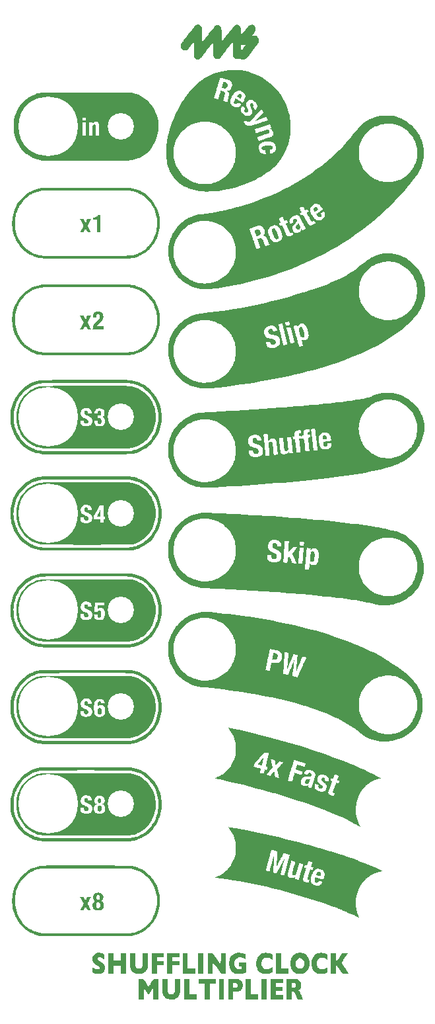
<source format=gto>
G04 #@! TF.GenerationSoftware,KiCad,Pcbnew,(5.99.0-11177-g6c67dfa032)*
G04 #@! TF.CreationDate,2021-08-04T17:18:31-07:00*
G04 #@! TF.ProjectId,SCMv3-faceplate,53434d76-332d-4666-9163-65706c617465,rev?*
G04 #@! TF.SameCoordinates,PXfff14e48PY722417c*
G04 #@! TF.FileFunction,Legend,Top*
G04 #@! TF.FilePolarity,Positive*
%FSLAX46Y46*%
G04 Gerber Fmt 4.6, Leading zero omitted, Abs format (unit mm)*
G04 Created by KiCad (PCBNEW (5.99.0-11177-g6c67dfa032)) date 2021-08-04 17:18:31*
%MOMM*%
%LPD*%
G01*
G04 APERTURE LIST*
%ADD10C,3.378200*%
%ADD11O,7.366000X4.191000*%
%ADD12C,7.620000*%
%ADD13C,7.112000*%
%ADD14C,8.255000*%
G04 APERTURE END LIST*
G36*
X23548872Y4325730D02*
G01*
X23549140Y4194471D01*
X23549870Y4067434D01*
X23551013Y3947564D01*
X23552520Y3837807D01*
X23554342Y3741106D01*
X23556430Y3660408D01*
X23558734Y3598656D01*
X23561207Y3558797D01*
X23561705Y3553819D01*
X23577114Y3454111D01*
X23600063Y3356239D01*
X23628295Y3268667D01*
X23652605Y3212815D01*
X23708318Y3130308D01*
X23780914Y3063977D01*
X23866292Y3015659D01*
X23960352Y2987193D01*
X24058997Y2980416D01*
X24142975Y2992976D01*
X24235667Y3026729D01*
X24314180Y3077652D01*
X24379776Y3147247D01*
X24433715Y3237020D01*
X24477256Y3348473D01*
X24495840Y3414049D01*
X24500691Y3435268D01*
X24504850Y3459293D01*
X24508390Y3488272D01*
X24511382Y3524351D01*
X24513900Y3569677D01*
X24516015Y3626397D01*
X24517800Y3696657D01*
X24519326Y3782604D01*
X24520666Y3886384D01*
X24521892Y4010145D01*
X24523076Y4156033D01*
X24523712Y4243139D01*
X24528968Y4983284D01*
X25187887Y4983284D01*
X25187681Y4255845D01*
X25187451Y4073471D01*
X25186807Y3914358D01*
X25185656Y3776357D01*
X25183900Y3657321D01*
X25181445Y3555100D01*
X25178195Y3467545D01*
X25174055Y3392507D01*
X25168930Y3327838D01*
X25162723Y3271388D01*
X25155340Y3221008D01*
X25146686Y3174550D01*
X25137921Y3135116D01*
X25087782Y2975151D01*
X25017325Y2830123D01*
X24927401Y2700908D01*
X24818861Y2588385D01*
X24692555Y2493429D01*
X24549336Y2416918D01*
X24390053Y2359729D01*
X24383947Y2358019D01*
X24301832Y2340427D01*
X24204092Y2327663D01*
X24098468Y2320047D01*
X23992701Y2317897D01*
X23894532Y2321532D01*
X23811700Y2331271D01*
X23798136Y2333879D01*
X23633004Y2377349D01*
X23487206Y2435702D01*
X23358489Y2510413D01*
X23244600Y2602954D01*
X23143288Y2714799D01*
X23079670Y2803793D01*
X23037751Y2872871D01*
X23003278Y2942021D01*
X22972963Y3018901D01*
X22943518Y3111169D01*
X22934965Y3140863D01*
X22929700Y3160203D01*
X22925155Y3179625D01*
X22921266Y3201099D01*
X22917969Y3226594D01*
X22915201Y3258082D01*
X22912898Y3297532D01*
X22910996Y3346915D01*
X22909433Y3408201D01*
X22908145Y3483360D01*
X22907068Y3574363D01*
X22906138Y3683180D01*
X22905293Y3811781D01*
X22904468Y3962137D01*
X22903730Y4109722D01*
X22899452Y4983284D01*
X23548768Y4983284D01*
X23548872Y4325730D01*
G37*
G36*
X20177336Y4980337D02*
G01*
X20478040Y4976931D01*
X20803124Y4491521D01*
X20869581Y4392485D01*
X20931742Y4300232D01*
X20988181Y4216850D01*
X21037470Y4144430D01*
X21078185Y4085060D01*
X21108898Y4040831D01*
X21128184Y4013831D01*
X21134561Y4005982D01*
X21142708Y4016174D01*
X21163547Y4045420D01*
X21195656Y4091640D01*
X21237613Y4152754D01*
X21287995Y4226684D01*
X21345380Y4311350D01*
X21408346Y4404672D01*
X21468762Y4494568D01*
X21796609Y4983284D01*
X22392490Y4983284D01*
X22392490Y2353069D01*
X21731759Y2353069D01*
X21731759Y3856718D01*
X21446065Y3432082D01*
X21371915Y3322235D01*
X21310369Y3231961D01*
X21260157Y3159542D01*
X21220011Y3103258D01*
X21188662Y3061391D01*
X21164840Y3032223D01*
X21147276Y3014035D01*
X21134700Y3005108D01*
X21129613Y3003542D01*
X21120577Y3004314D01*
X21109755Y3010079D01*
X21095719Y3022735D01*
X21077042Y3044175D01*
X21052296Y3076296D01*
X21020052Y3120991D01*
X20978885Y3180157D01*
X20927365Y3255688D01*
X20864064Y3349480D01*
X20823302Y3410145D01*
X20761610Y3501850D01*
X20703817Y3587370D01*
X20651571Y3664299D01*
X20606519Y3730228D01*
X20570307Y3782749D01*
X20544582Y3819453D01*
X20530991Y3837934D01*
X20529848Y3839258D01*
X20526069Y3840441D01*
X20522849Y3834352D01*
X20520144Y3819237D01*
X20517913Y3793343D01*
X20516113Y3754916D01*
X20514700Y3702203D01*
X20513633Y3633450D01*
X20512867Y3546903D01*
X20512361Y3440809D01*
X20512072Y3313414D01*
X20511957Y3162964D01*
X20511949Y3105467D01*
X20511949Y2353069D01*
X19876632Y2353069D01*
X19876632Y4983744D01*
X20177336Y4980337D01*
G37*
G36*
X26344166Y2988387D02*
G01*
X27335261Y2988387D01*
X27335261Y2353069D01*
X25683435Y2353069D01*
X25683435Y4983284D01*
X26344166Y4983284D01*
X26344166Y2988387D01*
G37*
G36*
X29774881Y4347966D02*
G01*
X28987087Y4347966D01*
X28987087Y2353069D01*
X28339063Y2353069D01*
X28339063Y4347966D01*
X27538563Y4347966D01*
X27538563Y4983284D01*
X29774881Y4983284D01*
X29774881Y4347966D01*
G37*
G36*
X30804096Y2353069D02*
G01*
X30143365Y2353069D01*
X30143365Y4983284D01*
X30804096Y4983284D01*
X30804096Y2353069D01*
G37*
G36*
X31976257Y4980476D02*
G01*
X32120234Y4979566D01*
X32241154Y4978679D01*
X32341371Y4977709D01*
X32423241Y4976550D01*
X32489119Y4975095D01*
X32541359Y4973238D01*
X32582318Y4970873D01*
X32614349Y4967894D01*
X32639807Y4964194D01*
X32661049Y4959667D01*
X32680428Y4954206D01*
X32699959Y4947822D01*
X32820206Y4894095D01*
X32929260Y4818804D01*
X33024413Y4724342D01*
X33102960Y4613097D01*
X33125193Y4572286D01*
X33165213Y4471735D01*
X33193133Y4355631D01*
X33208345Y4231084D01*
X33210243Y4105205D01*
X33198220Y3985105D01*
X33181726Y3910170D01*
X33131773Y3772032D01*
X33064606Y3652216D01*
X32980632Y3551138D01*
X32880256Y3469211D01*
X32763884Y3406849D01*
X32651650Y3369265D01*
X32614173Y3360607D01*
X32575821Y3354142D01*
X32532104Y3349573D01*
X32478532Y3346597D01*
X32410614Y3344916D01*
X32323861Y3344229D01*
X32276000Y3344165D01*
X31998493Y3344165D01*
X31998493Y2353069D01*
X31337762Y2353069D01*
X31337762Y4475030D01*
X31998493Y4475030D01*
X31998493Y3848582D01*
X32160499Y3856372D01*
X32227372Y3860533D01*
X32289774Y3866107D01*
X32340732Y3872366D01*
X32373278Y3878583D01*
X32373330Y3878598D01*
X32442109Y3908585D01*
X32492785Y3954796D01*
X32525794Y4018043D01*
X32541572Y4099141D01*
X32541139Y4191624D01*
X32527897Y4277597D01*
X32501856Y4343536D01*
X32461557Y4392148D01*
X32417802Y4420514D01*
X32346881Y4446206D01*
X32256655Y4464223D01*
X32152309Y4473685D01*
X32096967Y4474934D01*
X31998493Y4475030D01*
X31337762Y4475030D01*
X31337762Y4984385D01*
X31976257Y4980476D01*
G37*
G36*
X34222105Y2988387D02*
G01*
X35213200Y2988387D01*
X35213200Y2353069D01*
X33561374Y2353069D01*
X33561374Y4983284D01*
X34222105Y4983284D01*
X34222105Y2988387D01*
G37*
G36*
X36242415Y2353069D02*
G01*
X35581684Y2353069D01*
X35581684Y4983284D01*
X36242415Y4983284D01*
X36242415Y2353069D01*
G37*
G36*
X38389788Y4449617D02*
G01*
X37436812Y4449617D01*
X37436812Y3979482D01*
X38338963Y3979482D01*
X38338963Y3445815D01*
X37436812Y3445815D01*
X37436812Y2886736D01*
X38415201Y2886736D01*
X38415201Y2353069D01*
X36776082Y2353069D01*
X36776082Y4983284D01*
X38389788Y4983284D01*
X38389788Y4449617D01*
G37*
G36*
X39485711Y4980411D02*
G01*
X39631181Y4979456D01*
X39753532Y4978537D01*
X39855058Y4977550D01*
X39938051Y4976394D01*
X40004805Y4974966D01*
X40057613Y4973162D01*
X40098769Y4970882D01*
X40130565Y4968022D01*
X40155296Y4964480D01*
X40175255Y4960154D01*
X40192735Y4954940D01*
X40210028Y4948737D01*
X40212124Y4947949D01*
X40327994Y4891019D01*
X40432078Y4812855D01*
X40522616Y4715579D01*
X40597848Y4601307D01*
X40656011Y4472161D01*
X40684213Y4379732D01*
X40698094Y4301410D01*
X40705254Y4209573D01*
X40705665Y4113639D01*
X40699298Y4023020D01*
X40686124Y3947134D01*
X40685539Y3944861D01*
X40642201Y3823175D01*
X40579865Y3714161D01*
X40500772Y3621148D01*
X40426717Y3560344D01*
X40365524Y3518156D01*
X40443426Y3440254D01*
X40475203Y3405917D01*
X40505495Y3367128D01*
X40535482Y3321476D01*
X40566347Y3266554D01*
X40599271Y3199950D01*
X40635436Y3119255D01*
X40676023Y3022060D01*
X40722215Y2905954D01*
X40775193Y2768528D01*
X40783402Y2746966D01*
X40817521Y2657268D01*
X40848992Y2574576D01*
X40876603Y2502077D01*
X40899140Y2442956D01*
X40915389Y2400399D01*
X40924136Y2377591D01*
X40925025Y2375305D01*
X40926240Y2368768D01*
X40922345Y2363651D01*
X40910656Y2359781D01*
X40888490Y2356986D01*
X40853164Y2355092D01*
X40801993Y2353927D01*
X40732295Y2353318D01*
X40641385Y2353092D01*
X40579576Y2353069D01*
X40225374Y2353069D01*
X40113199Y2661198D01*
X40062628Y2797887D01*
X40018223Y2912727D01*
X39978823Y3008201D01*
X39943268Y3086793D01*
X39910398Y3150987D01*
X39879052Y3203268D01*
X39848071Y3246120D01*
X39830091Y3267321D01*
X39784821Y3312879D01*
X39741361Y3343473D01*
X39691942Y3362690D01*
X39628796Y3374118D01*
X39590564Y3377955D01*
X39495241Y3386013D01*
X39495241Y2353069D01*
X38834511Y2353069D01*
X38834511Y4478806D01*
X39495241Y4478806D01*
X39495241Y3852419D01*
X39593715Y3852670D01*
X39657663Y3854654D01*
X39726676Y3859574D01*
X39779763Y3865581D01*
X39864159Y3882148D01*
X39927101Y3905205D01*
X39972112Y3936547D01*
X40002712Y3977966D01*
X40003525Y3979540D01*
X40027073Y4046932D01*
X40038313Y4126899D01*
X40036541Y4209406D01*
X40024224Y4274219D01*
X39999628Y4333965D01*
X39962798Y4381255D01*
X39911270Y4417346D01*
X39842580Y4443496D01*
X39754265Y4460965D01*
X39643860Y4471009D01*
X39638188Y4471314D01*
X39495241Y4478806D01*
X38834511Y4478806D01*
X38834511Y4984564D01*
X39485711Y4980411D01*
G37*
G36*
X14852083Y8305342D02*
G01*
X15019118Y8279994D01*
X15176817Y8232332D01*
X15327512Y8161802D01*
X15351677Y8148038D01*
X15442115Y8095220D01*
X15442115Y7784474D01*
X15441849Y7698638D01*
X15441101Y7621889D01*
X15439946Y7557666D01*
X15438461Y7509410D01*
X15436721Y7480561D01*
X15435301Y7473729D01*
X15422746Y7480935D01*
X15395371Y7500093D01*
X15358385Y7527516D01*
X15346238Y7536770D01*
X15222927Y7622259D01*
X15102255Y7688224D01*
X14986163Y7733996D01*
X14876590Y7758907D01*
X14775476Y7762287D01*
X14718055Y7753318D01*
X14654183Y7727094D01*
X14607761Y7685926D01*
X14579504Y7633995D01*
X14570126Y7575483D01*
X14580343Y7514568D01*
X14610869Y7455434D01*
X14658554Y7405341D01*
X14687648Y7384079D01*
X14733575Y7353279D01*
X14791237Y7316240D01*
X14855535Y7276261D01*
X14895395Y7252104D01*
X15016767Y7177734D01*
X15117981Y7111848D01*
X15201854Y7052076D01*
X15271207Y6996048D01*
X15328857Y6941394D01*
X15377625Y6885744D01*
X15420328Y6826727D01*
X15441789Y6792740D01*
X15482599Y6711479D01*
X15510127Y6622357D01*
X15525626Y6519983D01*
X15530327Y6411605D01*
X15520511Y6260353D01*
X15489900Y6121958D01*
X15439202Y5997474D01*
X15369127Y5887955D01*
X15280382Y5794454D01*
X15173676Y5718027D01*
X15049717Y5659727D01*
X15017448Y5648540D01*
X14930254Y5627432D01*
X14826762Y5613862D01*
X14715027Y5608096D01*
X14603100Y5610399D01*
X14499035Y5621035D01*
X14451019Y5629878D01*
X14286681Y5673761D01*
X14124923Y5731515D01*
X14048434Y5764592D01*
X13955471Y5807543D01*
X13955471Y6470729D01*
X14023462Y6420501D01*
X14097719Y6369604D01*
X14180273Y6319571D01*
X14264096Y6274210D01*
X14342158Y6237328D01*
X14406547Y6213004D01*
X14476529Y6196902D01*
X14555080Y6187396D01*
X14633991Y6184762D01*
X14705050Y6189277D01*
X14759752Y6201111D01*
X14809641Y6231288D01*
X14848200Y6278946D01*
X14870714Y6337033D01*
X14874564Y6372957D01*
X14868394Y6426108D01*
X14848507Y6475346D01*
X14812839Y6522805D01*
X14759325Y6570619D01*
X14685901Y6620921D01*
X14590503Y6675845D01*
X14571729Y6685913D01*
X14419155Y6773349D01*
X14290409Y6861290D01*
X14183929Y6951362D01*
X14098155Y7045186D01*
X14031526Y7144389D01*
X13982482Y7250594D01*
X13959643Y7322833D01*
X13946544Y7394138D01*
X13939388Y7481089D01*
X13938154Y7574684D01*
X13942825Y7665922D01*
X13953380Y7745801D01*
X13960615Y7777775D01*
X14007197Y7907744D01*
X14071850Y8020024D01*
X14154965Y8115180D01*
X14241353Y8183647D01*
X14316813Y8229630D01*
X14389579Y8263141D01*
X14466374Y8286129D01*
X14553921Y8300543D01*
X14658943Y8308332D01*
X14673380Y8308927D01*
X14852083Y8305342D01*
G37*
G36*
X19406601Y7616676D02*
G01*
X19406869Y7485417D01*
X19407599Y7358380D01*
X19408742Y7238510D01*
X19410249Y7128752D01*
X19412071Y7032051D01*
X19414158Y6951353D01*
X19416463Y6889602D01*
X19418936Y6849743D01*
X19419434Y6844765D01*
X19434843Y6745056D01*
X19457792Y6647185D01*
X19486024Y6559612D01*
X19510334Y6503760D01*
X19566047Y6421253D01*
X19638642Y6354922D01*
X19724020Y6306604D01*
X19818081Y6278138D01*
X19916726Y6271361D01*
X20000704Y6283921D01*
X20093396Y6317675D01*
X20171909Y6368597D01*
X20237505Y6438193D01*
X20291444Y6527965D01*
X20334985Y6639419D01*
X20353569Y6704995D01*
X20358420Y6726214D01*
X20362579Y6750239D01*
X20366119Y6779218D01*
X20369111Y6815297D01*
X20371629Y6860623D01*
X20373744Y6917342D01*
X20375529Y6987602D01*
X20377055Y7073549D01*
X20378395Y7177330D01*
X20379621Y7301091D01*
X20380805Y7446979D01*
X20381441Y7534084D01*
X20386697Y8274230D01*
X21045616Y8274230D01*
X21045410Y7546791D01*
X21045179Y7364416D01*
X21044536Y7205303D01*
X21043384Y7067303D01*
X21041629Y6948267D01*
X21039174Y6846046D01*
X21035924Y6758491D01*
X21031784Y6683453D01*
X21026659Y6618783D01*
X21020452Y6562333D01*
X21013069Y6511954D01*
X21004415Y6465496D01*
X20995650Y6426061D01*
X20945511Y6266097D01*
X20875054Y6121068D01*
X20785130Y5991854D01*
X20676590Y5879330D01*
X20550284Y5784374D01*
X20407065Y5707863D01*
X20247782Y5650675D01*
X20241676Y5648965D01*
X20159561Y5631372D01*
X20061821Y5618609D01*
X19956197Y5610992D01*
X19850430Y5608842D01*
X19752261Y5612477D01*
X19669429Y5622217D01*
X19655865Y5624825D01*
X19490733Y5668294D01*
X19344935Y5726647D01*
X19216217Y5801358D01*
X19102329Y5893899D01*
X19001016Y6005744D01*
X18937399Y6094739D01*
X18895480Y6163816D01*
X18861007Y6232966D01*
X18830692Y6309847D01*
X18801247Y6402114D01*
X18792694Y6431808D01*
X18787429Y6451149D01*
X18782884Y6470571D01*
X18778995Y6492044D01*
X18775698Y6517540D01*
X18772929Y6549027D01*
X18770626Y6588477D01*
X18768725Y6637860D01*
X18767162Y6699146D01*
X18765874Y6774306D01*
X18764797Y6865309D01*
X18763867Y6974125D01*
X18763022Y7102727D01*
X18762197Y7253082D01*
X18761459Y7400668D01*
X18757181Y8274230D01*
X19406497Y8274230D01*
X19406601Y7616676D01*
G37*
G36*
X32896653Y8307127D02*
G01*
X32995618Y8298308D01*
X33091004Y8282642D01*
X33190002Y8259061D01*
X33299802Y8226497D01*
X33373463Y8202334D01*
X33586787Y8130572D01*
X33586787Y7497702D01*
X33532785Y7530815D01*
X33398015Y7606909D01*
X33271813Y7663685D01*
X33148730Y7703025D01*
X33023315Y7726808D01*
X32942271Y7734548D01*
X32793735Y7734215D01*
X32659585Y7713206D01*
X32539078Y7671262D01*
X32431470Y7608126D01*
X32337070Y7524655D01*
X32277768Y7456369D01*
X32232783Y7390114D01*
X32197917Y7317994D01*
X32168973Y7232112D01*
X32156071Y7184161D01*
X32129905Y7039551D01*
X32125181Y6901175D01*
X32140577Y6770757D01*
X32174773Y6650016D01*
X32226446Y6540675D01*
X32294274Y6444456D01*
X32376935Y6363079D01*
X32473107Y6298267D01*
X32581469Y6251741D01*
X32700699Y6225222D01*
X32829474Y6220433D01*
X32891750Y6226027D01*
X32945398Y6234003D01*
X32993281Y6242969D01*
X33026594Y6251234D01*
X33030983Y6252749D01*
X33065826Y6265997D01*
X33065826Y6558872D01*
X32760874Y6558872D01*
X32760874Y7092539D01*
X33637612Y7092539D01*
X33637612Y5825306D01*
X33551844Y5787010D01*
X33440896Y5742349D01*
X33315780Y5700146D01*
X33187719Y5663956D01*
X33097592Y5643124D01*
X33022327Y5630883D01*
X32932077Y5621279D01*
X32832839Y5614476D01*
X32730607Y5610637D01*
X32631377Y5609925D01*
X32541144Y5612504D01*
X32465903Y5618537D01*
X32425750Y5624822D01*
X32250021Y5672669D01*
X32091061Y5739518D01*
X31949056Y5825211D01*
X31824193Y5929589D01*
X31716656Y6052493D01*
X31626633Y6193765D01*
X31554310Y6353245D01*
X31546188Y6375388D01*
X31494568Y6555506D01*
X31463595Y6747103D01*
X31453369Y6946708D01*
X31463986Y7150851D01*
X31495544Y7356061D01*
X31516064Y7445698D01*
X31570106Y7614160D01*
X31642815Y7765390D01*
X31734249Y7899460D01*
X31844467Y8016445D01*
X31973528Y8116420D01*
X32106497Y8192235D01*
X32185258Y8228591D01*
X32257843Y8256420D01*
X32330007Y8276931D01*
X32407508Y8291338D01*
X32496102Y8300849D01*
X32601546Y8306676D01*
X32659223Y8308504D01*
X32786918Y8310170D01*
X32896653Y8307127D01*
G37*
G36*
X36282303Y8303050D02*
G01*
X36392535Y8295445D01*
X36496788Y8280909D01*
X36601329Y8258207D01*
X36712428Y8226100D01*
X36836352Y8183355D01*
X36903066Y8158376D01*
X37004796Y8119529D01*
X37004796Y7771216D01*
X37004591Y7680108D01*
X37004013Y7597896D01*
X37003117Y7527829D01*
X37001958Y7473157D01*
X37000589Y7437128D01*
X36999066Y7422992D01*
X36998934Y7422904D01*
X36986631Y7429616D01*
X36958163Y7447708D01*
X36918273Y7474114D01*
X36887753Y7494770D01*
X36743598Y7582586D01*
X36604141Y7645816D01*
X36468481Y7684664D01*
X36335715Y7699332D01*
X36204943Y7690023D01*
X36112926Y7669004D01*
X35995517Y7621623D01*
X35888155Y7552741D01*
X35793855Y7465276D01*
X35715631Y7362149D01*
X35656497Y7246278D01*
X35645196Y7216080D01*
X35622736Y7126854D01*
X35610633Y7023497D01*
X35609173Y6915212D01*
X35618643Y6811201D01*
X35630652Y6750817D01*
X35675617Y6620002D01*
X35739922Y6504935D01*
X35822632Y6406672D01*
X35922812Y6326271D01*
X36039527Y6264788D01*
X36071894Y6252238D01*
X36146716Y6233582D01*
X36237263Y6224143D01*
X36335577Y6223925D01*
X36433701Y6232929D01*
X36523675Y6251159D01*
X36526974Y6252075D01*
X36689409Y6310209D01*
X36843995Y6390142D01*
X36906913Y6430848D01*
X36949354Y6459543D01*
X36983856Y6481673D01*
X37005179Y6493928D01*
X37009064Y6495340D01*
X37011309Y6483189D01*
X37013090Y6448952D01*
X37014353Y6395951D01*
X37015043Y6327510D01*
X37015105Y6246952D01*
X37014537Y6162478D01*
X37011149Y5829615D01*
X36909498Y5774958D01*
X36786900Y5718196D01*
X36649842Y5670515D01*
X36508620Y5635266D01*
X36446782Y5624402D01*
X36362760Y5615036D01*
X36265514Y5609490D01*
X36162812Y5607762D01*
X36062427Y5609846D01*
X35972130Y5615739D01*
X35903683Y5624694D01*
X35738318Y5666719D01*
X35586297Y5729733D01*
X35448346Y5812669D01*
X35325191Y5914456D01*
X35217557Y6034026D01*
X35126169Y6170311D01*
X35051754Y6322242D01*
X34995035Y6488751D01*
X34956740Y6668768D01*
X34937592Y6861225D01*
X34937499Y7048066D01*
X34949869Y7209934D01*
X34972652Y7354258D01*
X35007313Y7487282D01*
X35055320Y7615247D01*
X35086789Y7683384D01*
X35169462Y7824256D01*
X35271546Y7951135D01*
X35390394Y8061534D01*
X35523355Y8152968D01*
X35657656Y8218926D01*
X35736342Y8248985D01*
X35806798Y8271276D01*
X35875461Y8286901D01*
X35948767Y8296963D01*
X36033152Y8302565D01*
X36135053Y8304810D01*
X36159823Y8304960D01*
X36282303Y8303050D01*
G37*
G36*
X39338135Y7222420D02*
G01*
X39374681Y7399386D01*
X39430384Y7570559D01*
X39495189Y7713564D01*
X39579513Y7848767D01*
X39684076Y7971427D01*
X39805783Y8079076D01*
X39941541Y8169243D01*
X40088256Y8239458D01*
X40200444Y8276682D01*
X40240766Y8286758D01*
X40279864Y8294091D01*
X40322892Y8299096D01*
X40375008Y8302186D01*
X40441366Y8303778D01*
X40527123Y8304287D01*
X40543515Y8304295D01*
X40632564Y8303941D01*
X40701350Y8302599D01*
X40755019Y8299848D01*
X40798715Y8295269D01*
X40837581Y8288441D01*
X40876763Y8278945D01*
X40886587Y8276276D01*
X41052034Y8218678D01*
X41201141Y8141634D01*
X41333830Y8045228D01*
X41450024Y7929542D01*
X41549645Y7794659D01*
X41632615Y7640660D01*
X41698857Y7467629D01*
X41722350Y7386750D01*
X41735396Y7336515D01*
X41745194Y7294331D01*
X41752223Y7255176D01*
X41756961Y7214024D01*
X41759887Y7165851D01*
X41761480Y7105634D01*
X41762217Y7028349D01*
X41762467Y6965475D01*
X41762596Y6873914D01*
X41762049Y6802815D01*
X41760400Y6747230D01*
X41757223Y6702208D01*
X41752093Y6662801D01*
X41744582Y6624059D01*
X41734265Y6581034D01*
X41726919Y6552519D01*
X41669004Y6371175D01*
X41594529Y6207177D01*
X41504123Y6061315D01*
X41398418Y5934382D01*
X41278042Y5827169D01*
X41143628Y5740467D01*
X41042368Y5692748D01*
X40926494Y5654828D01*
X40794325Y5627227D01*
X40653071Y5610594D01*
X40509938Y5605578D01*
X40372134Y5612830D01*
X40287375Y5624694D01*
X40127772Y5664898D01*
X39981422Y5725760D01*
X39845811Y5808604D01*
X39718425Y5914755D01*
X39697099Y5935520D01*
X39591884Y6057617D01*
X39503272Y6196412D01*
X39431582Y6349096D01*
X39377133Y6512855D01*
X39340245Y6684878D01*
X39321236Y6862355D01*
X39320801Y6959122D01*
X39990789Y6959122D01*
X40000573Y6811460D01*
X40030014Y6679677D01*
X40079247Y6563384D01*
X40148407Y6462193D01*
X40171392Y6436480D01*
X40254784Y6366264D01*
X40351245Y6316548D01*
X40457607Y6288285D01*
X40570700Y6282425D01*
X40652032Y6292136D01*
X40761378Y6324838D01*
X40856864Y6378170D01*
X40937712Y6450976D01*
X41003148Y6542101D01*
X41052394Y6650389D01*
X41084675Y6774684D01*
X41099214Y6913832D01*
X41099999Y6959122D01*
X41090629Y7105399D01*
X41063455Y7235644D01*
X41019017Y7349087D01*
X40957853Y7444955D01*
X40880501Y7522476D01*
X40787501Y7580878D01*
X40679390Y7619390D01*
X40632620Y7628956D01*
X40535471Y7634822D01*
X40432853Y7623447D01*
X40336015Y7596449D01*
X40300703Y7581291D01*
X40214957Y7525959D01*
X40141219Y7450109D01*
X40080738Y7356243D01*
X40034759Y7246865D01*
X40004530Y7124479D01*
X39991297Y6991586D01*
X39990789Y6959122D01*
X39320801Y6959122D01*
X39320426Y7042473D01*
X39338135Y7222420D01*
G37*
G36*
X43372448Y8303050D02*
G01*
X43482681Y8295445D01*
X43586933Y8280909D01*
X43691474Y8258207D01*
X43802573Y8226100D01*
X43926497Y8183355D01*
X43993211Y8158376D01*
X44094941Y8119529D01*
X44094941Y7771216D01*
X44094736Y7680108D01*
X44094158Y7597896D01*
X44093262Y7527829D01*
X44092103Y7473157D01*
X44090734Y7437128D01*
X44089211Y7422992D01*
X44089079Y7422904D01*
X44076776Y7429616D01*
X44048308Y7447708D01*
X44008418Y7474114D01*
X43977898Y7494770D01*
X43833743Y7582586D01*
X43694286Y7645816D01*
X43558626Y7684664D01*
X43425861Y7699332D01*
X43295088Y7690023D01*
X43203071Y7669004D01*
X43085662Y7621623D01*
X42978300Y7552741D01*
X42884000Y7465276D01*
X42805776Y7362149D01*
X42746642Y7246278D01*
X42735341Y7216080D01*
X42712881Y7126854D01*
X42700778Y7023497D01*
X42699318Y6915212D01*
X42708788Y6811201D01*
X42720797Y6750817D01*
X42765762Y6620002D01*
X42830067Y6504935D01*
X42912777Y6406672D01*
X43012957Y6326271D01*
X43129672Y6264788D01*
X43162039Y6252238D01*
X43236861Y6233582D01*
X43327408Y6224143D01*
X43425723Y6223925D01*
X43523846Y6232929D01*
X43613820Y6251159D01*
X43617119Y6252075D01*
X43779554Y6310209D01*
X43934140Y6390142D01*
X43997058Y6430848D01*
X44039499Y6459543D01*
X44074001Y6481673D01*
X44095324Y6493928D01*
X44099209Y6495340D01*
X44101454Y6483189D01*
X44103235Y6448952D01*
X44104498Y6395951D01*
X44105188Y6327510D01*
X44105250Y6246952D01*
X44104682Y6162478D01*
X44101294Y5829615D01*
X43999643Y5774958D01*
X43877045Y5718196D01*
X43739987Y5670515D01*
X43598766Y5635266D01*
X43536927Y5624402D01*
X43452906Y5615036D01*
X43355659Y5609490D01*
X43252957Y5607762D01*
X43152572Y5609846D01*
X43062275Y5615739D01*
X42993828Y5624694D01*
X42828463Y5666719D01*
X42676442Y5729733D01*
X42538491Y5812669D01*
X42415336Y5914456D01*
X42307702Y6034026D01*
X42216314Y6170311D01*
X42141899Y6322242D01*
X42085180Y6488751D01*
X42046885Y6668768D01*
X42027737Y6861225D01*
X42027644Y7048066D01*
X42040014Y7209934D01*
X42062797Y7354258D01*
X42097458Y7487282D01*
X42145465Y7615247D01*
X42176934Y7683384D01*
X42259607Y7824256D01*
X42361692Y7951135D01*
X42480539Y8061534D01*
X42613500Y8152968D01*
X42747801Y8218926D01*
X42826487Y8248985D01*
X42896943Y8271276D01*
X42965606Y8286901D01*
X43038912Y8296963D01*
X43123297Y8302565D01*
X43225198Y8304810D01*
X43249968Y8304960D01*
X43372448Y8303050D01*
G37*
G36*
X16623805Y7308547D02*
G01*
X17589488Y7308547D01*
X17589488Y8274230D01*
X18250219Y8274230D01*
X18250219Y5644014D01*
X17589488Y5644014D01*
X17589488Y6673229D01*
X16623805Y6673229D01*
X16623805Y5644014D01*
X15963075Y5644014D01*
X15963075Y8274230D01*
X16623805Y8274230D01*
X16623805Y7308547D01*
G37*
G36*
X23078633Y7740563D02*
G01*
X22189188Y7740563D01*
X22189188Y7245015D01*
X23078633Y7245015D01*
X23078633Y6711348D01*
X22189188Y6711348D01*
X22189188Y5644014D01*
X21528458Y5644014D01*
X21528458Y8274230D01*
X23078633Y8274230D01*
X23078633Y7740563D01*
G37*
G36*
X25060824Y7740563D02*
G01*
X24171379Y7740563D01*
X24171379Y7245015D01*
X25060824Y7245015D01*
X25060824Y6711348D01*
X24171379Y6711348D01*
X24171379Y5644014D01*
X23510649Y5644014D01*
X23510649Y8274230D01*
X25060824Y8274230D01*
X25060824Y7740563D01*
G37*
G36*
X26153570Y6279332D02*
G01*
X27144666Y6279332D01*
X27144666Y5644014D01*
X25492840Y5644014D01*
X25492840Y8274230D01*
X26153570Y8274230D01*
X26153570Y6279332D01*
G37*
G36*
X28173880Y5644014D02*
G01*
X27513150Y5644014D01*
X27513150Y8274230D01*
X28173880Y8274230D01*
X28173880Y5644014D01*
G37*
G36*
X31058223Y5644014D02*
G01*
X30762800Y5644677D01*
X30467377Y5645339D01*
X29914651Y6368530D01*
X29361924Y7091721D01*
X29358644Y6367868D01*
X29355363Y5644014D01*
X28707547Y5644014D01*
X28707547Y8274230D01*
X29002970Y8273504D01*
X29298393Y8272779D01*
X29844766Y7555705D01*
X30391139Y6838632D01*
X30394421Y7556431D01*
X30397702Y8274230D01*
X31058223Y8274230D01*
X31058223Y5644014D01*
G37*
G36*
X38097542Y6279332D02*
G01*
X39088638Y6279332D01*
X39088638Y5644014D01*
X37436812Y5644014D01*
X37436812Y8274230D01*
X38097542Y8274230D01*
X38097542Y6279332D01*
G37*
G36*
X45194041Y7116774D02*
G01*
X45575231Y7695021D01*
X45956422Y8273268D01*
X46315176Y8273749D01*
X46673931Y8274230D01*
X46593619Y8150343D01*
X46569435Y8113104D01*
X46533275Y8057516D01*
X46487050Y7986511D01*
X46432671Y7903022D01*
X46372048Y7809984D01*
X46307092Y7710328D01*
X46239713Y7606988D01*
X46202526Y7549967D01*
X46137918Y7450890D01*
X46077442Y7358107D01*
X46022542Y7273840D01*
X45974666Y7200311D01*
X45935259Y7139740D01*
X45905767Y7094349D01*
X45887637Y7066360D01*
X45882370Y7058134D01*
X45887443Y7044592D01*
X45906139Y7011162D01*
X45937757Y6958946D01*
X45981593Y6889046D01*
X46036944Y6802562D01*
X46103107Y6700597D01*
X46179379Y6584251D01*
X46265057Y6454626D01*
X46328448Y6359285D01*
X46407469Y6240672D01*
X46482432Y6128103D01*
X46552129Y6023395D01*
X46615353Y5928361D01*
X46670899Y5844818D01*
X46717559Y5774580D01*
X46754126Y5719463D01*
X46779394Y5681282D01*
X46792155Y5661853D01*
X46793397Y5659897D01*
X46791263Y5655326D01*
X46777403Y5651667D01*
X46749696Y5648835D01*
X46706026Y5646744D01*
X46644274Y5645307D01*
X46562320Y5644439D01*
X46458046Y5644053D01*
X46402162Y5644014D01*
X46001431Y5644014D01*
X45194041Y6854056D01*
X45187441Y5644014D01*
X44526957Y5644014D01*
X44526957Y8274230D01*
X45187431Y8274230D01*
X45194041Y7116774D01*
G37*
G36*
X3634095Y15199414D02*
G01*
X3637688Y15302134D01*
X3643481Y15395825D01*
X3651892Y15485942D01*
X3663335Y15577941D01*
X3678227Y15677275D01*
X3695656Y15781714D01*
X3764338Y16109980D01*
X3855149Y16429236D01*
X3967226Y16738457D01*
X4099709Y17036615D01*
X4251738Y17322685D01*
X4422450Y17595639D01*
X4610984Y17854452D01*
X4816480Y18098097D01*
X5038077Y18325547D01*
X5274913Y18535776D01*
X5526128Y18727758D01*
X5790859Y18900466D01*
X6068247Y19052873D01*
X6357430Y19183953D01*
X6634845Y19285379D01*
X6906534Y19361966D01*
X7191194Y19419886D01*
X7483542Y19458150D01*
X7615259Y19468634D01*
X7643859Y19469902D01*
X7688830Y19471088D01*
X7750577Y19472193D01*
X7829507Y19473217D01*
X7926026Y19474162D01*
X8040542Y19475028D01*
X8173459Y19475816D01*
X8325186Y19476527D01*
X8496129Y19477160D01*
X8686693Y19477717D01*
X8897286Y19478199D01*
X9128313Y19478606D01*
X9380183Y19478939D01*
X9653300Y19479199D01*
X9948072Y19479385D01*
X10264905Y19479500D01*
X10604205Y19479544D01*
X10966380Y19479517D01*
X11351835Y19479420D01*
X11760977Y19479253D01*
X12194212Y19479019D01*
X12651948Y19478716D01*
X13134590Y19478346D01*
X13256622Y19478245D01*
X13701248Y19477881D01*
X14121202Y19477548D01*
X14517226Y19477237D01*
X14890060Y19476939D01*
X15240447Y19476647D01*
X15569126Y19476351D01*
X15876839Y19476043D01*
X16164327Y19475715D01*
X16432331Y19475357D01*
X16681593Y19474961D01*
X16912853Y19474519D01*
X17126852Y19474022D01*
X17324332Y19473462D01*
X17506034Y19472829D01*
X17672698Y19472116D01*
X17825067Y19471313D01*
X17963880Y19470413D01*
X18089880Y19469406D01*
X18203807Y19468284D01*
X18306402Y19467038D01*
X18398406Y19465660D01*
X18480561Y19464142D01*
X18553608Y19462474D01*
X18618288Y19460648D01*
X18675341Y19458655D01*
X18725509Y19456488D01*
X18769534Y19454137D01*
X18808155Y19451593D01*
X18842115Y19448849D01*
X18872155Y19445895D01*
X18899014Y19442724D01*
X18923436Y19439326D01*
X18946160Y19435692D01*
X18967928Y19431815D01*
X18989480Y19427686D01*
X19011559Y19423295D01*
X19034905Y19418635D01*
X19060259Y19413698D01*
X19075223Y19410880D01*
X19376231Y19342308D01*
X19673443Y19249469D01*
X19964328Y19133477D01*
X20246356Y18995448D01*
X20516997Y18836495D01*
X20757618Y18669850D01*
X20866792Y18586408D01*
X20962833Y18508740D01*
X21052436Y18430961D01*
X21142296Y18347186D01*
X21239108Y18251530D01*
X21275167Y18214877D01*
X21499463Y17967800D01*
X21702988Y17707220D01*
X21885633Y17434430D01*
X22047287Y17150724D01*
X22187840Y16857394D01*
X22307183Y16555736D01*
X22405205Y16247041D01*
X22481796Y15932604D01*
X22536847Y15613718D01*
X22570247Y15291677D01*
X22581887Y14967773D01*
X22571656Y14643301D01*
X22539444Y14319554D01*
X22485141Y13997825D01*
X22408638Y13679407D01*
X22309824Y13365595D01*
X22188589Y13057682D01*
X22044824Y12756961D01*
X21878418Y12464726D01*
X21777483Y12308497D01*
X21583258Y12042243D01*
X21372113Y11793575D01*
X21145151Y11563242D01*
X20903475Y11351991D01*
X20648189Y11160570D01*
X20380394Y10989729D01*
X20101193Y10840214D01*
X19811689Y10712774D01*
X19512985Y10608158D01*
X19206184Y10527112D01*
X19126957Y10510342D01*
X19097373Y10504270D01*
X19070183Y10498528D01*
X19044655Y10493108D01*
X19020055Y10488001D01*
X18995649Y10483196D01*
X18970706Y10478687D01*
X18944491Y10474462D01*
X18916271Y10470514D01*
X18885313Y10466834D01*
X18850884Y10463412D01*
X18812250Y10460239D01*
X18768678Y10457306D01*
X18719435Y10454605D01*
X18663787Y10452126D01*
X18601002Y10449861D01*
X18530346Y10447800D01*
X18451086Y10445934D01*
X18362488Y10444254D01*
X18263819Y10442751D01*
X18154347Y10441417D01*
X18033337Y10440242D01*
X17900057Y10439217D01*
X17753773Y10438333D01*
X17593752Y10437582D01*
X17419260Y10436954D01*
X17229565Y10436439D01*
X17023933Y10436030D01*
X16801632Y10435717D01*
X16561926Y10435491D01*
X16304085Y10435343D01*
X16027373Y10435264D01*
X15731058Y10435246D01*
X15414407Y10435278D01*
X15076686Y10435352D01*
X14717162Y10435459D01*
X14335102Y10435591D01*
X13929773Y10435737D01*
X13500441Y10435889D01*
X13082271Y10436027D01*
X12709174Y10436169D01*
X12342065Y10436357D01*
X11981784Y10436591D01*
X11629173Y10436869D01*
X11285074Y10437187D01*
X10950327Y10437545D01*
X10625774Y10437941D01*
X10312257Y10438372D01*
X10010616Y10438837D01*
X9721694Y10439334D01*
X9446331Y10439861D01*
X9185369Y10440416D01*
X8939649Y10440997D01*
X8710013Y10441602D01*
X8497302Y10442230D01*
X8302357Y10442878D01*
X8126020Y10443545D01*
X7969133Y10444229D01*
X7832536Y10444927D01*
X7717070Y10445638D01*
X7623579Y10446361D01*
X7552901Y10447092D01*
X7505880Y10447831D01*
X7483356Y10448575D01*
X7482576Y10448641D01*
X7169446Y10491441D01*
X6861032Y10558993D01*
X6558469Y10650890D01*
X6262892Y10766725D01*
X5975435Y10906090D01*
X5697231Y11068580D01*
X5626457Y11114629D01*
X5476653Y11218024D01*
X5340243Y11320851D01*
X5210127Y11428946D01*
X5079203Y11548149D01*
X4971060Y11653485D01*
X4739768Y11902094D01*
X4528817Y12165645D01*
X4338697Y12443211D01*
X4169900Y12733867D01*
X4022919Y13036684D01*
X3898244Y13350735D01*
X3796368Y13675094D01*
X3717781Y14008834D01*
X3715393Y14021013D01*
X3691285Y14149596D01*
X3672135Y14264448D01*
X3657417Y14371392D01*
X3646603Y14476249D01*
X3639167Y14584837D01*
X3634584Y14702979D01*
X3632326Y14836495D01*
X3631846Y14945065D01*
X3632112Y15027986D01*
X3987542Y15027986D01*
X3987828Y14902638D01*
X3989813Y14778314D01*
X3993463Y14660280D01*
X3998743Y14553805D01*
X4005620Y14464156D01*
X4010681Y14419257D01*
X4067977Y14078345D01*
X4147362Y13749957D01*
X4248900Y13433938D01*
X4372654Y13130135D01*
X4518688Y12838395D01*
X4687065Y12558565D01*
X4877849Y12290491D01*
X4911697Y12247111D01*
X4970130Y12177219D01*
X5043679Y12095503D01*
X5127916Y12006386D01*
X5218414Y11914290D01*
X5310746Y11823637D01*
X5400487Y11738849D01*
X5483208Y11664348D01*
X5554484Y11604558D01*
X5556572Y11602901D01*
X5799010Y11426166D01*
X6054485Y11269061D01*
X6320729Y11132514D01*
X6595475Y11017453D01*
X6876455Y10924807D01*
X7161401Y10855504D01*
X7448045Y10810474D01*
X7506997Y10804307D01*
X7527359Y10803572D01*
X7572297Y10802857D01*
X7640972Y10802164D01*
X7732549Y10801495D01*
X7846189Y10800849D01*
X7981056Y10800230D01*
X8136312Y10799638D01*
X8311119Y10799075D01*
X8504641Y10798541D01*
X8716041Y10798039D01*
X8944480Y10797570D01*
X9189122Y10797135D01*
X9449130Y10796735D01*
X9723666Y10796372D01*
X10011892Y10796047D01*
X10312973Y10795762D01*
X10626070Y10795518D01*
X10950345Y10795315D01*
X11284963Y10795157D01*
X11629086Y10795044D01*
X11981875Y10794977D01*
X12342495Y10794957D01*
X12710108Y10794987D01*
X13083876Y10795067D01*
X13161324Y10795090D01*
X18701294Y10796801D01*
X18877999Y10825808D01*
X18959456Y10840495D01*
X19054177Y10859634D01*
X19150945Y10880852D01*
X19238546Y10901775D01*
X19246483Y10903789D01*
X19536035Y10990681D01*
X19816198Y11100626D01*
X20086008Y11232700D01*
X20344503Y11385982D01*
X20590720Y11559550D01*
X20823696Y11752479D01*
X21042468Y11963849D01*
X21246075Y12192737D01*
X21433552Y12438220D01*
X21603938Y12699377D01*
X21756270Y12975283D01*
X21889584Y13265018D01*
X21991491Y13533856D01*
X22083946Y13842079D01*
X22152865Y14156625D01*
X22198418Y14475644D01*
X22220774Y14797285D01*
X22220104Y15119698D01*
X22196579Y15441034D01*
X22150367Y15759441D01*
X22081640Y16073069D01*
X21990567Y16380069D01*
X21877318Y16678590D01*
X21742064Y16966781D01*
X21662423Y17113115D01*
X21488848Y17392882D01*
X21299086Y17653230D01*
X21093291Y17894012D01*
X20871616Y18115080D01*
X20634216Y18316288D01*
X20381246Y18497489D01*
X20112858Y18658536D01*
X19959223Y18738225D01*
X19699448Y18855459D01*
X19442498Y18949722D01*
X19183607Y19022294D01*
X18918006Y19074454D01*
X18640926Y19107483D01*
X18561524Y19113419D01*
X18530899Y19114668D01*
X18478172Y19115833D01*
X18403180Y19116916D01*
X18305759Y19117916D01*
X18185744Y19118834D01*
X18042973Y19119670D01*
X17877280Y19120425D01*
X17688503Y19121098D01*
X17476476Y19121690D01*
X17241037Y19122202D01*
X16982020Y19122632D01*
X16699263Y19122983D01*
X16392600Y19123254D01*
X16061869Y19123444D01*
X15706905Y19123556D01*
X15327544Y19123588D01*
X14923622Y19123541D01*
X14494975Y19123415D01*
X14041440Y19123211D01*
X13562852Y19122929D01*
X13059047Y19122569D01*
X12958023Y19122490D01*
X12513606Y19122147D01*
X12093860Y19121837D01*
X11698044Y19121551D01*
X11325416Y19121280D01*
X10975235Y19121013D01*
X10646760Y19120742D01*
X10339249Y19120457D01*
X10051960Y19120149D01*
X9784153Y19119808D01*
X9535085Y19119424D01*
X9304015Y19118989D01*
X9090202Y19118492D01*
X8892905Y19117924D01*
X8711381Y19117277D01*
X8544890Y19116540D01*
X8392690Y19115703D01*
X8254040Y19114758D01*
X8128197Y19113695D01*
X8014422Y19112505D01*
X7911972Y19111177D01*
X7820105Y19109704D01*
X7738081Y19108074D01*
X7665158Y19106279D01*
X7600594Y19104309D01*
X7543648Y19102155D01*
X7493579Y19099807D01*
X7449646Y19097256D01*
X7411105Y19094493D01*
X7377218Y19091507D01*
X7347241Y19088290D01*
X7320433Y19084832D01*
X7296053Y19081123D01*
X7273360Y19077155D01*
X7251612Y19072917D01*
X7230068Y19068400D01*
X7207985Y19063595D01*
X7184624Y19058492D01*
X7159242Y19053082D01*
X7135360Y19048203D01*
X6848822Y18978198D01*
X6568775Y18884328D01*
X6296516Y18767604D01*
X6033343Y18629037D01*
X5780555Y18469638D01*
X5539448Y18290417D01*
X5311322Y18092388D01*
X5097474Y17876560D01*
X4899202Y17643944D01*
X4717804Y17395552D01*
X4554577Y17132395D01*
X4466540Y16969082D01*
X4336415Y16693331D01*
X4227917Y16417544D01*
X4139658Y16137116D01*
X4070250Y15847437D01*
X4018304Y15543901D01*
X4004078Y15434260D01*
X3997224Y15357494D01*
X3992206Y15260682D01*
X3988990Y15149090D01*
X3987542Y15027986D01*
X3632112Y15027986D01*
X3632286Y15082209D01*
X3634095Y15199414D01*
G37*
G36*
X30394833Y17839900D02*
G01*
X29838413Y17910408D01*
X29749626Y17921708D01*
X29682235Y17931592D01*
X29637278Y17939874D01*
X29615793Y17946368D01*
X29616052Y17950094D01*
X29637914Y17958504D01*
X29677491Y17973687D01*
X29728765Y17993337D01*
X29774881Y18010997D01*
X30063391Y18134810D01*
X30338951Y18279875D01*
X30600686Y18445079D01*
X30847718Y18629313D01*
X31079172Y18831466D01*
X31101388Y18854091D01*
X36157543Y18854091D01*
X36170657Y18847083D01*
X36203637Y18835187D01*
X36251842Y18819708D01*
X36310628Y18801950D01*
X36375356Y18783221D01*
X36441384Y18764823D01*
X36504069Y18748064D01*
X36558771Y18734248D01*
X36600848Y18724681D01*
X36625659Y18720668D01*
X36630168Y18721179D01*
X36634228Y18733947D01*
X36644471Y18769459D01*
X36660407Y18825939D01*
X36681543Y18901608D01*
X36707389Y18994691D01*
X36737453Y19103412D01*
X36771242Y19225992D01*
X36808267Y19360656D01*
X36848035Y19505628D01*
X36890055Y19659129D01*
X36924942Y19786805D01*
X36976635Y19975880D01*
X37022125Y20141662D01*
X37061780Y20285406D01*
X37095968Y20408368D01*
X37125057Y20511802D01*
X37149414Y20596964D01*
X37169408Y20665109D01*
X37185406Y20717492D01*
X37197776Y20755370D01*
X37206886Y20779997D01*
X37213104Y20792628D01*
X37216797Y20794518D01*
X37218281Y20787859D01*
X37218219Y20767584D01*
X37217072Y20724283D01*
X37214943Y20660314D01*
X37211934Y20578035D01*
X37208148Y20479805D01*
X37203687Y20367981D01*
X37198654Y20244923D01*
X37193151Y20112989D01*
X37187281Y19974538D01*
X37181147Y19831926D01*
X37174851Y19687514D01*
X37168496Y19543660D01*
X37162184Y19402721D01*
X37156017Y19267056D01*
X37150099Y19139025D01*
X37144533Y19020984D01*
X37139419Y18915292D01*
X37134862Y18824309D01*
X37130964Y18750392D01*
X37127826Y18695899D01*
X37126281Y18672521D01*
X37119700Y18581718D01*
X37217901Y18555117D01*
X37279772Y18538283D01*
X37351666Y18518617D01*
X37419114Y18500074D01*
X37425854Y18498214D01*
X37535607Y18467914D01*
X38053860Y19451666D01*
X38131481Y19598876D01*
X38205973Y19739901D01*
X38276454Y19873084D01*
X38342041Y19996767D01*
X38401849Y20109292D01*
X38454996Y20209002D01*
X38500598Y20294237D01*
X38537772Y20363342D01*
X38565633Y20414657D01*
X38583300Y20446525D01*
X38589613Y20457050D01*
X38602322Y20471160D01*
X38603203Y20463796D01*
X38600695Y20453269D01*
X38596448Y20437369D01*
X38586035Y20398797D01*
X38569958Y20339401D01*
X38548719Y20261033D01*
X38522820Y20165541D01*
X38492763Y20054776D01*
X38459049Y19930588D01*
X38422181Y19794825D01*
X38382660Y19649338D01*
X38340989Y19495976D01*
X38314144Y19397203D01*
X38271502Y19240108D01*
X38230837Y19089892D01*
X38192637Y18948385D01*
X38157393Y18817420D01*
X38125594Y18698826D01*
X38097728Y18594434D01*
X38074285Y18506075D01*
X38055754Y18435580D01*
X38042623Y18384780D01*
X38035383Y18355505D01*
X38034067Y18348928D01*
X38044756Y18339091D01*
X38077325Y18325085D01*
X38132601Y18306623D01*
X38211412Y18283419D01*
X38272311Y18266566D01*
X38345843Y18246662D01*
X38410345Y18229362D01*
X38462057Y18215660D01*
X38497218Y18206553D01*
X38512069Y18203034D01*
X38512306Y18203034D01*
X38515806Y18215199D01*
X38525524Y18250309D01*
X38541028Y18306778D01*
X38552257Y18347824D01*
X38976674Y18347824D01*
X38990328Y18243445D01*
X39026365Y18150968D01*
X39084658Y18070569D01*
X39165082Y18002422D01*
X39267510Y17946701D01*
X39389424Y17904236D01*
X39451961Y17889427D01*
X39508822Y17882364D01*
X39572779Y17881783D01*
X39603171Y17883080D01*
X39698167Y17893575D01*
X39777246Y17915910D01*
X39848254Y17952925D01*
X39898352Y17989901D01*
X39929289Y18013818D01*
X39951556Y18028358D01*
X39958980Y18030634D01*
X39957855Y18017100D01*
X39950739Y17984926D01*
X39938964Y17939806D01*
X39931677Y17913932D01*
X39918012Y17864605D01*
X39908232Y17825533D01*
X39903692Y17802334D01*
X39903827Y17798429D01*
X39917787Y17793105D01*
X39951471Y17782333D01*
X40000122Y17767493D01*
X40058986Y17749966D01*
X40123307Y17731133D01*
X40188330Y17712373D01*
X40249300Y17695068D01*
X40301462Y17680598D01*
X40340060Y17670344D01*
X40360340Y17665687D01*
X40361464Y17665559D01*
X40381284Y17676321D01*
X40395834Y17705520D01*
X40401438Y17724172D01*
X40413553Y17765233D01*
X40431596Y17826708D01*
X40454986Y17906605D01*
X40483139Y18002928D01*
X40515473Y18113684D01*
X40551406Y18236879D01*
X40590355Y18370519D01*
X40631738Y18512610D01*
X40674972Y18661157D01*
X40676971Y18668026D01*
X40720201Y18816561D01*
X40761550Y18958535D01*
X40800444Y19091980D01*
X40836306Y19214924D01*
X40868561Y19325398D01*
X40896634Y19421431D01*
X40919948Y19501052D01*
X40937928Y19562292D01*
X40949998Y19603180D01*
X40955583Y19621744D01*
X40955692Y19622083D01*
X40966394Y19654929D01*
X40713224Y19728592D01*
X40637376Y19750389D01*
X40570255Y19769160D01*
X40515508Y19783926D01*
X40476783Y19793712D01*
X40457726Y19797539D01*
X40456401Y19797397D01*
X40452287Y19784630D01*
X40441777Y19749668D01*
X40425519Y19694734D01*
X40404165Y19622049D01*
X40378365Y19533836D01*
X40348769Y19432315D01*
X40316028Y19319710D01*
X40280791Y19198240D01*
X40257875Y19119102D01*
X40220793Y18991395D01*
X40185221Y18869722D01*
X40151887Y18756519D01*
X40121518Y18654220D01*
X40094844Y18565260D01*
X40072592Y18492074D01*
X40055491Y18437097D01*
X40044269Y18402765D01*
X40040853Y18393532D01*
X40010473Y18338696D01*
X39969344Y18286210D01*
X39924710Y18244573D01*
X39900589Y18229008D01*
X39857606Y18216129D01*
X39800246Y18211242D01*
X39738306Y18214508D01*
X39683813Y18225411D01*
X39642963Y18243430D01*
X39599970Y18270794D01*
X39587041Y18281137D01*
X39563401Y18302494D01*
X39549331Y18320916D01*
X39542349Y18343794D01*
X39539971Y18378519D01*
X39539713Y18421976D01*
X39540153Y18444706D01*
X39541835Y18468447D01*
X39545306Y18495317D01*
X39551111Y18527434D01*
X39559795Y18566918D01*
X39571905Y18615886D01*
X39587985Y18676457D01*
X39608581Y18750751D01*
X39634240Y18840884D01*
X39665505Y18948977D01*
X39702924Y19077147D01*
X39747041Y19227513D01*
X39747958Y19230634D01*
X39785759Y19359759D01*
X39821133Y19481517D01*
X39853470Y19593743D01*
X39882158Y19694273D01*
X39906587Y19780942D01*
X39926146Y19851586D01*
X39940225Y19904042D01*
X39948213Y19936143D01*
X39949753Y19945814D01*
X39935740Y19951630D01*
X39902127Y19962760D01*
X39853369Y19977915D01*
X39793917Y19995807D01*
X39728224Y20015148D01*
X39660744Y20034649D01*
X39595928Y20053022D01*
X39538229Y20068978D01*
X39492101Y20081229D01*
X39461995Y20088487D01*
X39452312Y20089750D01*
X39447020Y20075583D01*
X39435553Y20039439D01*
X39418622Y19983801D01*
X39396941Y19911153D01*
X39371222Y19823979D01*
X39342179Y19724763D01*
X39310526Y19615987D01*
X39276974Y19500137D01*
X39242237Y19379695D01*
X39207029Y19257145D01*
X39172061Y19134971D01*
X39138048Y19015656D01*
X39105703Y18901685D01*
X39075738Y18795540D01*
X39048866Y18699706D01*
X39025802Y18616666D01*
X39007257Y18548905D01*
X38993944Y18498904D01*
X38986578Y18469150D01*
X38985529Y18463931D01*
X38976674Y18347824D01*
X38552257Y18347824D01*
X38561887Y18383024D01*
X38587670Y18477462D01*
X38617944Y18588510D01*
X38652279Y18714583D01*
X38690242Y18854099D01*
X38731404Y19005473D01*
X38775331Y19167121D01*
X38821592Y19337461D01*
X38869757Y19514908D01*
X38872687Y19525705D01*
X38920988Y19703757D01*
X38967408Y19874960D01*
X39011514Y20037714D01*
X39052874Y20190419D01*
X39091055Y20331477D01*
X39125625Y20459287D01*
X39156151Y20572251D01*
X39182201Y20668768D01*
X39203342Y20747239D01*
X39219142Y20806064D01*
X39229169Y20843644D01*
X39232990Y20858380D01*
X39233010Y20858489D01*
X39221687Y20863958D01*
X39189346Y20874998D01*
X39139517Y20890614D01*
X39075732Y20909811D01*
X39001521Y20931593D01*
X38920415Y20954963D01*
X38835945Y20978927D01*
X38751643Y21002489D01*
X38671038Y21024652D01*
X38597662Y21044422D01*
X38535046Y21060803D01*
X38486721Y21072798D01*
X38456218Y21079412D01*
X38446995Y21080138D01*
X38440738Y21068397D01*
X38423914Y21035691D01*
X38397400Y20983747D01*
X38362070Y20914292D01*
X38318801Y20829051D01*
X38268468Y20729751D01*
X38211946Y20618120D01*
X38150111Y20495883D01*
X38083838Y20364766D01*
X38014004Y20226497D01*
X37993780Y20186436D01*
X37904752Y20010391D01*
X37826517Y19856410D01*
X37758677Y19723739D01*
X37700834Y19611624D01*
X37652589Y19519313D01*
X37613546Y19446053D01*
X37583305Y19391090D01*
X37561469Y19353672D01*
X37547640Y19333045D01*
X37541420Y19328456D01*
X37541012Y19329685D01*
X37541243Y19347369D01*
X37543098Y19388369D01*
X37546450Y19450649D01*
X37551174Y19532173D01*
X37557146Y19630903D01*
X37564240Y19744803D01*
X37572330Y19871837D01*
X37581292Y20009968D01*
X37591000Y20157160D01*
X37601328Y20311377D01*
X37602260Y20325182D01*
X37612567Y20479133D01*
X37622191Y20625659D01*
X37631016Y20762792D01*
X37638923Y20888568D01*
X37645795Y21001020D01*
X37651513Y21098182D01*
X37655961Y21178088D01*
X37659019Y21238772D01*
X37660571Y21278268D01*
X37660498Y21294611D01*
X37660377Y21294920D01*
X37646968Y21299835D01*
X37612780Y21310257D01*
X37561356Y21325212D01*
X37496240Y21343730D01*
X37420976Y21364838D01*
X37339107Y21387564D01*
X37254179Y21410936D01*
X37169733Y21433982D01*
X37089315Y21455729D01*
X37016467Y21475205D01*
X36954734Y21491439D01*
X36907660Y21503458D01*
X36878788Y21510289D01*
X36871194Y21511409D01*
X36866699Y21497911D01*
X36856213Y21461840D01*
X36840257Y21405132D01*
X36819350Y21329725D01*
X36794013Y21237555D01*
X36764765Y21130557D01*
X36732126Y21010668D01*
X36696618Y20879825D01*
X36658759Y20739964D01*
X36619070Y20593021D01*
X36578070Y20440933D01*
X36536280Y20285636D01*
X36494220Y20129066D01*
X36452410Y19973160D01*
X36411369Y19819854D01*
X36371619Y19671084D01*
X36333678Y19528787D01*
X36298067Y19394900D01*
X36265306Y19271358D01*
X36235916Y19160097D01*
X36210415Y19063056D01*
X36189324Y18982168D01*
X36173163Y18919372D01*
X36162453Y18876603D01*
X36157713Y18855798D01*
X36157543Y18854091D01*
X31101388Y18854091D01*
X31294170Y19050426D01*
X31491836Y19285083D01*
X31671293Y19534326D01*
X31831664Y19797045D01*
X31972074Y20072127D01*
X32091646Y20358463D01*
X32189502Y20654942D01*
X32264767Y20960452D01*
X32309930Y21223540D01*
X32320382Y21318125D01*
X32328696Y21431264D01*
X32334710Y21556176D01*
X32338267Y21686081D01*
X32339207Y21814198D01*
X32337371Y21933744D01*
X32332599Y22037940D01*
X32329875Y22073329D01*
X32289018Y22395139D01*
X32224284Y22708490D01*
X32135883Y23012876D01*
X32024021Y23307791D01*
X31888907Y23592729D01*
X31730749Y23867185D01*
X31549755Y24130652D01*
X31411084Y24306471D01*
X31376654Y24348859D01*
X31350564Y24383024D01*
X31335700Y24405041D01*
X31333949Y24411277D01*
X31354335Y24409012D01*
X31397500Y24402512D01*
X31461238Y24392172D01*
X31543341Y24378386D01*
X31641602Y24361547D01*
X31753812Y24342050D01*
X31877764Y24320288D01*
X32011250Y24296654D01*
X32152063Y24271544D01*
X32297996Y24245351D01*
X32446839Y24218468D01*
X32596387Y24191290D01*
X32744431Y24164210D01*
X32888764Y24137623D01*
X33027178Y24111922D01*
X33157466Y24087500D01*
X33277419Y24064753D01*
X33294541Y24061480D01*
X34083196Y23907331D01*
X34875317Y23746203D01*
X35669402Y23578501D01*
X36463949Y23404628D01*
X37257456Y23224990D01*
X38048420Y23039990D01*
X38835341Y22850032D01*
X39616716Y22655520D01*
X40391043Y22456860D01*
X41156820Y22254454D01*
X41912546Y22048708D01*
X42656719Y21840025D01*
X43387836Y21628810D01*
X44104396Y21415466D01*
X44804897Y21200399D01*
X45487837Y20984011D01*
X46151714Y20766708D01*
X46795026Y20548894D01*
X47416271Y20330973D01*
X48013948Y20113348D01*
X48141914Y20065629D01*
X48615466Y19885327D01*
X49072603Y19705343D01*
X49511646Y19526377D01*
X49930914Y19349128D01*
X50328727Y19174297D01*
X50703405Y19002583D01*
X50765689Y18973274D01*
X50881259Y18918485D01*
X50975447Y18873364D01*
X51049978Y18837004D01*
X51106578Y18808499D01*
X51146972Y18786943D01*
X51172887Y18771427D01*
X51186048Y18761047D01*
X51188181Y18754894D01*
X51185086Y18752919D01*
X51165528Y18748151D01*
X51126764Y18739912D01*
X51074572Y18729397D01*
X51019903Y18718785D01*
X50738966Y18653044D01*
X50457404Y18563350D01*
X50178096Y18450920D01*
X49903921Y18316970D01*
X49637756Y18162718D01*
X49514201Y18082170D01*
X49295545Y17921578D01*
X49081635Y17739836D01*
X48876668Y17541204D01*
X48684845Y17329938D01*
X48510362Y17110298D01*
X48399038Y16951196D01*
X48232010Y16675482D01*
X48088070Y16390152D01*
X47967400Y16096535D01*
X47870182Y15795960D01*
X47796598Y15489757D01*
X47746832Y15179255D01*
X47721064Y14865784D01*
X47719478Y14550672D01*
X47742256Y14235251D01*
X47789580Y13920848D01*
X47861633Y13608793D01*
X47915709Y13426656D01*
X48020693Y13137545D01*
X48114548Y12921578D01*
X48137128Y12871489D01*
X48153883Y12831231D01*
X48162976Y12805432D01*
X48163414Y12798316D01*
X48148689Y12804062D01*
X48117551Y12818734D01*
X48076085Y12839440D01*
X48065676Y12844777D01*
X47889114Y12933348D01*
X47690270Y13028696D01*
X47471112Y13130002D01*
X47233609Y13236446D01*
X46979729Y13347208D01*
X46711441Y13461470D01*
X46430712Y13578412D01*
X46139513Y13697214D01*
X45839810Y13817056D01*
X45533573Y13937120D01*
X45222771Y14056586D01*
X44909370Y14174634D01*
X44595341Y14290444D01*
X44577162Y14297071D01*
X43773658Y14583506D01*
X42956120Y14862685D01*
X42126586Y15134108D01*
X41287094Y15397276D01*
X40439682Y15651689D01*
X39586389Y15896848D01*
X38729252Y16132253D01*
X37870309Y16357403D01*
X37011598Y16571801D01*
X36155158Y16774945D01*
X35303025Y16966337D01*
X34457239Y17145476D01*
X33619838Y17311863D01*
X32792858Y17464999D01*
X31978339Y17604383D01*
X31602828Y17663118D01*
X40934413Y17663118D01*
X40948612Y17594037D01*
X40979714Y17535818D01*
X41029790Y17485788D01*
X41100911Y17441276D01*
X41195148Y17399610D01*
X41206835Y17395153D01*
X41237956Y17384553D01*
X41286305Y17369382D01*
X41346278Y17351264D01*
X41412270Y17331825D01*
X41478678Y17312691D01*
X41539895Y17295486D01*
X41590320Y17281837D01*
X41624346Y17273368D01*
X41632229Y17271776D01*
X41642482Y17280804D01*
X41647320Y17292564D01*
X41653417Y17312900D01*
X41665304Y17351945D01*
X41681279Y17404123D01*
X41699640Y17463862D01*
X41700044Y17465175D01*
X41717358Y17522639D01*
X41731027Y17570409D01*
X41739756Y17603771D01*
X41742248Y17618012D01*
X41742131Y17618189D01*
X41728457Y17622555D01*
X41698092Y17630836D01*
X41674914Y17636831D01*
X41599085Y17661049D01*
X41931698Y17661049D01*
X41934608Y17538941D01*
X41955069Y17428956D01*
X41993251Y17328850D01*
X42029331Y17265416D01*
X42096830Y17179394D01*
X42181055Y17104564D01*
X42283887Y17039776D01*
X42407205Y16983883D01*
X42552888Y16935739D01*
X42582885Y16927472D01*
X42641031Y16914300D01*
X42699401Y16906996D01*
X42767554Y16904657D01*
X42817952Y16905282D01*
X42882593Y16907474D01*
X42929632Y16911418D01*
X42966882Y16918631D01*
X43002153Y16930630D01*
X43043255Y16948930D01*
X43043599Y16949092D01*
X43100736Y16981196D01*
X43160248Y17022753D01*
X43199851Y17056113D01*
X43240582Y17099352D01*
X43282111Y17151551D01*
X43322034Y17208595D01*
X43357948Y17266370D01*
X43387451Y17320760D01*
X43408138Y17367651D01*
X43417608Y17402928D01*
X43413686Y17422268D01*
X43398708Y17429236D01*
X43364440Y17442158D01*
X43315840Y17459386D01*
X43257865Y17479272D01*
X43195475Y17500166D01*
X43133628Y17520421D01*
X43077282Y17538387D01*
X43031396Y17552417D01*
X43000927Y17560861D01*
X42991696Y17562574D01*
X42979549Y17552311D01*
X42959919Y17525462D01*
X42938031Y17489512D01*
X42896097Y17419622D01*
X42858601Y17368383D01*
X42821150Y17330618D01*
X42779349Y17301149D01*
X42777018Y17299772D01*
X42738226Y17279972D01*
X42703843Y17272051D01*
X42660381Y17273245D01*
X42651713Y17274094D01*
X42573238Y17292621D01*
X42511337Y17330130D01*
X42466485Y17386329D01*
X42464956Y17389142D01*
X42443395Y17451923D01*
X42434815Y17532646D01*
X42439088Y17627484D01*
X42456087Y17732609D01*
X42479442Y17823836D01*
X42496869Y17881048D01*
X42512510Y17929896D01*
X42524542Y17964836D01*
X42530755Y17979773D01*
X42540583Y17981548D01*
X42565420Y17977591D01*
X42606653Y17967505D01*
X42665670Y17950889D01*
X42743857Y17927346D01*
X42842603Y17896476D01*
X42963295Y17857881D01*
X43030817Y17836045D01*
X43137643Y17801496D01*
X43237087Y17769530D01*
X43326519Y17740976D01*
X43403312Y17716666D01*
X43464837Y17697429D01*
X43508464Y17684097D01*
X43531566Y17677499D01*
X43534423Y17676931D01*
X43543881Y17688644D01*
X43557975Y17721178D01*
X43575482Y17770627D01*
X43595176Y17833084D01*
X43615833Y17904644D01*
X43636228Y17981399D01*
X43655139Y18059444D01*
X43657338Y18069101D01*
X43685765Y18225090D01*
X43696301Y18364419D01*
X43688633Y18488780D01*
X43662450Y18599863D01*
X43617439Y18699360D01*
X43553288Y18788963D01*
X43517504Y18827088D01*
X43429177Y18899135D01*
X43323310Y18960824D01*
X43205286Y19010665D01*
X43080484Y19047165D01*
X42954285Y19068831D01*
X42832070Y19074170D01*
X42719220Y19061691D01*
X42693345Y19055676D01*
X42598180Y19023245D01*
X42513200Y18976578D01*
X42431283Y18911424D01*
X42397612Y18879066D01*
X42317732Y18786232D01*
X42243217Y18673155D01*
X42173638Y18538884D01*
X42108561Y18382463D01*
X42047557Y18202940D01*
X41990195Y17999362D01*
X41977858Y17950598D01*
X41946171Y17797520D01*
X41931698Y17661049D01*
X41599085Y17661049D01*
X41596511Y17661871D01*
X41541381Y17692251D01*
X41507603Y17729972D01*
X41493258Y17777031D01*
X41494710Y17824431D01*
X41499313Y17843922D01*
X41510305Y17884143D01*
X41526814Y17942197D01*
X41547972Y18015187D01*
X41572907Y18100216D01*
X41600749Y18194387D01*
X41630628Y18294803D01*
X41661674Y18398567D01*
X41693017Y18502782D01*
X41723785Y18604551D01*
X41753109Y18700977D01*
X41780118Y18789162D01*
X41803943Y18866210D01*
X41823712Y18929225D01*
X41838556Y18975307D01*
X41847604Y19001562D01*
X41849837Y19006548D01*
X41862528Y19004306D01*
X41894483Y18995679D01*
X41940775Y18982065D01*
X41992510Y18966110D01*
X42048273Y18948762D01*
X42094789Y18934647D01*
X42126927Y18925298D01*
X42139374Y18922226D01*
X42146114Y18933500D01*
X42157874Y18963783D01*
X42172645Y19007660D01*
X42180631Y19033334D01*
X42198264Y19091446D01*
X42215475Y19148032D01*
X42229247Y19193186D01*
X42232267Y19203054D01*
X42250211Y19261594D01*
X42105263Y19304705D01*
X42048961Y19322455D01*
X42002868Y19338899D01*
X41971744Y19352203D01*
X41960353Y19360523D01*
X41963917Y19375894D01*
X41973877Y19411905D01*
X41989173Y19464902D01*
X42008743Y19531231D01*
X42031527Y19607239D01*
X42043036Y19645244D01*
X42066672Y19723939D01*
X42087235Y19794141D01*
X42103737Y19852332D01*
X42115192Y19894997D01*
X42120612Y19918618D01*
X42120767Y19922174D01*
X42107709Y19927301D01*
X42075017Y19938231D01*
X42027090Y19953614D01*
X41968328Y19972100D01*
X41903128Y19992337D01*
X41835891Y20012976D01*
X41771015Y20032665D01*
X41712899Y20050055D01*
X41665943Y20063795D01*
X41634544Y20072534D01*
X41623112Y20074955D01*
X41618994Y20062524D01*
X41608515Y20029229D01*
X41592740Y19978509D01*
X41572739Y19913801D01*
X41549577Y19838545D01*
X41535459Y19792539D01*
X41510934Y19712812D01*
X41488890Y19641678D01*
X41470406Y19582577D01*
X41456563Y19538953D01*
X41448441Y19514248D01*
X41446789Y19509954D01*
X41434234Y19512226D01*
X41402692Y19520768D01*
X41357386Y19534113D01*
X41319580Y19545742D01*
X41267442Y19561472D01*
X41225099Y19573174D01*
X41197862Y19579445D01*
X41190606Y19579833D01*
X41185252Y19566653D01*
X41174495Y19534900D01*
X41159997Y19489958D01*
X41143415Y19437208D01*
X41126410Y19382032D01*
X41110642Y19329814D01*
X41097770Y19285935D01*
X41089454Y19255777D01*
X41087280Y19244744D01*
X41099757Y19240293D01*
X41131107Y19230320D01*
X41175848Y19216551D01*
X41204246Y19207963D01*
X41255274Y19191936D01*
X41297068Y19177528D01*
X41323596Y19166884D01*
X41329345Y19163555D01*
X41327881Y19149765D01*
X41319530Y19114112D01*
X41304972Y19058994D01*
X41284885Y18986807D01*
X41259949Y18899949D01*
X41230843Y18800817D01*
X41198245Y18691809D01*
X41162835Y18575321D01*
X41161475Y18570881D01*
X41115797Y18421808D01*
X41076994Y18294872D01*
X41044476Y18187919D01*
X41017650Y18098795D01*
X40995926Y18025346D01*
X40978713Y17965418D01*
X40965419Y17916857D01*
X40955454Y17877508D01*
X40948227Y17845218D01*
X40943145Y17817832D01*
X40939619Y17793196D01*
X40937057Y17769157D01*
X40935044Y17745731D01*
X40934413Y17663118D01*
X31602828Y17663118D01*
X31178318Y17729517D01*
X30394833Y17839900D01*
G37*
G36*
X3407775Y27624191D02*
G01*
X3413782Y27746093D01*
X3422963Y27860303D01*
X3435814Y27972708D01*
X3452826Y28089198D01*
X3474494Y28215659D01*
X3479564Y28243395D01*
X3553892Y28579285D01*
X3651095Y28907166D01*
X3770341Y29225820D01*
X3910794Y29534024D01*
X4071619Y29830558D01*
X4251983Y30114201D01*
X4451049Y30383732D01*
X4667985Y30637931D01*
X4901955Y30875575D01*
X5152124Y31095445D01*
X5417658Y31296319D01*
X5684768Y31469269D01*
X5971429Y31626226D01*
X6267212Y31759920D01*
X6572914Y31870624D01*
X6889334Y31958616D01*
X7217272Y32024171D01*
X7348168Y32043675D01*
X7362709Y32045542D01*
X7378433Y32047306D01*
X7396059Y32048971D01*
X7416307Y32050538D01*
X7439898Y32052012D01*
X7467552Y32053394D01*
X7499988Y32054688D01*
X7537927Y32055897D01*
X7582089Y32057023D01*
X7633193Y32058070D01*
X7691960Y32059040D01*
X7759110Y32059937D01*
X7835362Y32060762D01*
X7921438Y32061520D01*
X8018056Y32062213D01*
X8125937Y32062844D01*
X8245802Y32063415D01*
X8378369Y32063930D01*
X8524359Y32064391D01*
X8684493Y32064802D01*
X8859490Y32065166D01*
X9050069Y32065485D01*
X9256953Y32065761D01*
X9480859Y32065999D01*
X9722509Y32066201D01*
X9982621Y32066370D01*
X10261918Y32066508D01*
X10561118Y32066620D01*
X10880941Y32066706D01*
X11222108Y32066771D01*
X11585338Y32066818D01*
X11971352Y32066849D01*
X12380870Y32066867D01*
X12814611Y32066875D01*
X13110499Y32066876D01*
X13560692Y32066872D01*
X13986190Y32066860D01*
X14387711Y32066835D01*
X14765970Y32066796D01*
X15121687Y32066740D01*
X15455579Y32066663D01*
X15768362Y32066563D01*
X16060754Y32066438D01*
X16333473Y32066283D01*
X16587237Y32066097D01*
X16822762Y32065877D01*
X17040766Y32065619D01*
X17241966Y32065321D01*
X17427080Y32064981D01*
X17596826Y32064595D01*
X17751920Y32064160D01*
X17893081Y32063674D01*
X18021025Y32063134D01*
X18136470Y32062537D01*
X18240133Y32061880D01*
X18332733Y32061161D01*
X18414985Y32060376D01*
X18487609Y32059523D01*
X18551320Y32058599D01*
X18606838Y32057601D01*
X18654878Y32056526D01*
X18696158Y32055372D01*
X18731397Y32054136D01*
X18761311Y32052814D01*
X18786617Y32051405D01*
X18808034Y32049904D01*
X18826278Y32048310D01*
X18842068Y32046620D01*
X18856119Y32044830D01*
X18860124Y32044271D01*
X19191163Y31986230D01*
X19507530Y31908126D01*
X19811019Y31809250D01*
X20103423Y31688896D01*
X20386535Y31546355D01*
X20662150Y31380922D01*
X20827144Y31268617D01*
X20959812Y31170920D01*
X21082478Y31073090D01*
X21201937Y30969326D01*
X21324982Y30853828D01*
X21401867Y30777977D01*
X21639061Y30522688D01*
X21855247Y30253242D01*
X22050213Y29970087D01*
X22223746Y29673671D01*
X22375635Y29364442D01*
X22505668Y29042849D01*
X22613632Y28709340D01*
X22699316Y28364364D01*
X22762507Y28008368D01*
X22781661Y27861073D01*
X22791477Y27753761D01*
X22798593Y27627289D01*
X22803011Y27487764D01*
X22804730Y27341295D01*
X22803750Y27193991D01*
X22800071Y27051959D01*
X22793692Y26921308D01*
X22784615Y26808146D01*
X22781661Y26781033D01*
X22727920Y26422966D01*
X22651518Y26074826D01*
X22552705Y25737357D01*
X22431729Y25411305D01*
X22288841Y25097412D01*
X22124289Y24796423D01*
X22106511Y24766830D01*
X21919578Y24481208D01*
X21715480Y24212461D01*
X21495253Y23961327D01*
X21259936Y23728548D01*
X21010566Y23514864D01*
X20748181Y23321015D01*
X20473818Y23147742D01*
X20188516Y22995786D01*
X19893313Y22865887D01*
X19589245Y22758786D01*
X19277351Y22675223D01*
X19133310Y22645227D01*
X19104892Y22639696D01*
X19079062Y22634468D01*
X19055087Y22629535D01*
X19032232Y22624887D01*
X19009761Y22620517D01*
X18986939Y22616416D01*
X18963033Y22612574D01*
X18937306Y22608983D01*
X18909023Y22605635D01*
X18877451Y22602520D01*
X18841853Y22599631D01*
X18801496Y22596958D01*
X18755643Y22594492D01*
X18703561Y22592226D01*
X18644514Y22590149D01*
X18577767Y22588254D01*
X18502585Y22586532D01*
X18418234Y22584974D01*
X18323978Y22583572D01*
X18219083Y22582316D01*
X18102813Y22581198D01*
X17974434Y22580210D01*
X17833211Y22579342D01*
X17678409Y22578586D01*
X17509292Y22577933D01*
X17325126Y22577375D01*
X17125177Y22576903D01*
X16908708Y22576508D01*
X16674985Y22576181D01*
X16423274Y22575913D01*
X16152839Y22575697D01*
X15862946Y22575523D01*
X15552858Y22575383D01*
X15221843Y22575268D01*
X14869163Y22575168D01*
X14494086Y22575077D01*
X14095875Y22574984D01*
X13673796Y22574881D01*
X13227113Y22574760D01*
X13180384Y22574746D01*
X12807093Y22574645D01*
X12440027Y22574564D01*
X12080013Y22574502D01*
X11727881Y22574460D01*
X11384458Y22574437D01*
X11050573Y22574432D01*
X10727054Y22574445D01*
X10414730Y22574476D01*
X10114428Y22574525D01*
X9826979Y22574591D01*
X9553209Y22574673D01*
X9293947Y22574772D01*
X9050022Y22574887D01*
X8822261Y22575018D01*
X8611495Y22575164D01*
X8418550Y22575324D01*
X8244255Y22575500D01*
X8089438Y22575689D01*
X7954929Y22575893D01*
X7841554Y22576110D01*
X7750144Y22576340D01*
X7681525Y22576583D01*
X7636528Y22576839D01*
X7615978Y22577106D01*
X7615001Y22577151D01*
X7278995Y22612643D01*
X6953911Y22670991D01*
X6639382Y22752283D01*
X6335045Y22856605D01*
X6179431Y22920534D01*
X5881994Y23063612D01*
X5597277Y23228082D01*
X5326084Y23412893D01*
X5069217Y23616991D01*
X4827480Y23839325D01*
X4601674Y24078842D01*
X4392603Y24334489D01*
X4201070Y24605215D01*
X4027876Y24889967D01*
X3873826Y25187693D01*
X3739722Y25497340D01*
X3626367Y25817856D01*
X3534563Y26148188D01*
X3467020Y26476080D01*
X3448189Y26591049D01*
X3433287Y26695351D01*
X3421904Y26794478D01*
X3413633Y26893921D01*
X3408066Y26999174D01*
X3404795Y27115727D01*
X3403413Y27249072D01*
X3403313Y27333759D01*
X3404199Y27454470D01*
X3807493Y27454470D01*
X3809774Y27108973D01*
X3836489Y26769217D01*
X3887387Y26435958D01*
X3962220Y26109953D01*
X4060737Y25791957D01*
X4182687Y25482727D01*
X4327822Y25183021D01*
X4495892Y24893593D01*
X4686646Y24615200D01*
X4789808Y24481183D01*
X4859565Y24398302D01*
X4944134Y24304856D01*
X5038522Y24205840D01*
X5137741Y24106253D01*
X5236801Y24011089D01*
X5330710Y23925347D01*
X5414478Y23854022D01*
X5423155Y23847035D01*
X5663376Y23669972D01*
X5921348Y23508373D01*
X6141064Y23390335D01*
X6364369Y23285856D01*
X6582708Y23198709D01*
X6801296Y23127474D01*
X7025352Y23070729D01*
X7260092Y23027053D01*
X7510734Y22995026D01*
X7634061Y22983712D01*
X7650103Y22983434D01*
X7690730Y22983169D01*
X7755114Y22982915D01*
X7842426Y22982674D01*
X7951838Y22982447D01*
X8082523Y22982232D01*
X8233651Y22982031D01*
X8404396Y22981845D01*
X8593928Y22981673D01*
X8801420Y22981516D01*
X9026044Y22981374D01*
X9266971Y22981248D01*
X9523374Y22981138D01*
X9794424Y22981045D01*
X10079294Y22980968D01*
X10377154Y22980909D01*
X10687178Y22980867D01*
X11008537Y22980844D01*
X11340402Y22980839D01*
X11681946Y22980852D01*
X12032341Y22980885D01*
X12390758Y22980938D01*
X12756370Y22981010D01*
X13128348Y22981103D01*
X13180384Y22981117D01*
X13626818Y22981247D01*
X14048561Y22981380D01*
X14446334Y22981519D01*
X14820859Y22981666D01*
X15172858Y22981826D01*
X15503050Y22982000D01*
X15812159Y22982193D01*
X16100906Y22982406D01*
X16370011Y22982644D01*
X16620197Y22982909D01*
X16852185Y22983204D01*
X17066697Y22983533D01*
X17264453Y22983898D01*
X17446176Y22984302D01*
X17612586Y22984749D01*
X17764406Y22985241D01*
X17902357Y22985781D01*
X18027160Y22986374D01*
X18139536Y22987021D01*
X18240208Y22987725D01*
X18329896Y22988490D01*
X18409323Y22989320D01*
X18479209Y22990215D01*
X18540276Y22991181D01*
X18593246Y22992220D01*
X18638840Y22993334D01*
X18677779Y22994528D01*
X18710785Y22995804D01*
X18738579Y22997164D01*
X18761883Y22998613D01*
X18781419Y23000153D01*
X18797907Y23001787D01*
X18812070Y23003519D01*
X18822004Y23004945D01*
X19045733Y23043108D01*
X19250448Y23087109D01*
X19442235Y23138820D01*
X19627181Y23200112D01*
X19811374Y23272857D01*
X20000900Y23358926D01*
X20048168Y23381927D01*
X20327593Y23533580D01*
X20593152Y23706491D01*
X20844654Y23900495D01*
X21081907Y24115431D01*
X21304720Y24351136D01*
X21512904Y24607447D01*
X21556949Y24666897D01*
X21654599Y24809038D01*
X21753823Y24968431D01*
X21850434Y25137577D01*
X21940242Y25308978D01*
X22019059Y25475136D01*
X22054666Y25557840D01*
X22172151Y25874988D01*
X22265491Y26198560D01*
X22334701Y26527104D01*
X22379798Y26859166D01*
X22400798Y27193295D01*
X22397717Y27528039D01*
X22370571Y27861944D01*
X22319376Y28193559D01*
X22244147Y28521432D01*
X22144902Y28844109D01*
X22021656Y29160140D01*
X22014671Y29176181D01*
X21872828Y29470386D01*
X21711263Y29749398D01*
X21529031Y30014595D01*
X21325185Y30267357D01*
X21103592Y30504270D01*
X20867100Y30722851D01*
X20618067Y30919779D01*
X20357310Y31094669D01*
X20085646Y31247135D01*
X19803891Y31376791D01*
X19512862Y31483253D01*
X19213376Y31566134D01*
X18906249Y31625049D01*
X18669528Y31653442D01*
X18644789Y31654514D01*
X18595657Y31655542D01*
X18523151Y31656526D01*
X18428292Y31657466D01*
X18312099Y31658362D01*
X18175592Y31659215D01*
X18019790Y31660023D01*
X17845714Y31660788D01*
X17654382Y31661508D01*
X17446815Y31662185D01*
X17224032Y31662818D01*
X16987053Y31663407D01*
X16736898Y31663952D01*
X16474586Y31664453D01*
X16201137Y31664911D01*
X15917571Y31665324D01*
X15624908Y31665694D01*
X15324166Y31666020D01*
X15016366Y31666301D01*
X14702528Y31666539D01*
X14383671Y31666733D01*
X14060815Y31666884D01*
X13734980Y31666990D01*
X13407185Y31667052D01*
X13078449Y31667071D01*
X12749794Y31667045D01*
X12422238Y31666976D01*
X12096801Y31666863D01*
X11774502Y31666706D01*
X11456362Y31666505D01*
X11143401Y31666260D01*
X10836637Y31665972D01*
X10537090Y31665639D01*
X10245781Y31665263D01*
X9963729Y31664842D01*
X9691953Y31664378D01*
X9431474Y31663870D01*
X9183310Y31663318D01*
X8948483Y31662722D01*
X8728011Y31662082D01*
X8522913Y31661399D01*
X8334211Y31660671D01*
X8162923Y31659900D01*
X8010069Y31659084D01*
X7876669Y31658225D01*
X7763743Y31657322D01*
X7672310Y31656375D01*
X7603390Y31655384D01*
X7558002Y31654349D01*
X7538763Y31653442D01*
X7228031Y31613073D01*
X6924271Y31548684D01*
X6628459Y31460949D01*
X6341574Y31350544D01*
X6064594Y31218144D01*
X5798497Y31064425D01*
X5544260Y30890061D01*
X5302861Y30695728D01*
X5075279Y30482101D01*
X4862490Y30249856D01*
X4665474Y29999667D01*
X4485209Y29732211D01*
X4322671Y29448161D01*
X4310056Y29423954D01*
X4167925Y29124276D01*
X4049939Y28820807D01*
X3955644Y28511762D01*
X3884583Y28195359D01*
X3836302Y27869813D01*
X3810346Y27533342D01*
X3807493Y27454470D01*
X3404199Y27454470D01*
X3404450Y27488709D01*
X3407775Y27624191D01*
G37*
G36*
X35748093Y29158971D02*
G01*
X34924574Y29379249D01*
X34089727Y29595600D01*
X33244558Y29807724D01*
X32390074Y30015316D01*
X31913254Y30127370D01*
X40665874Y30127370D01*
X40666405Y30111661D01*
X40670723Y30047080D01*
X40678372Y29998582D01*
X40691329Y29956874D01*
X40706641Y29922569D01*
X40758181Y29842280D01*
X40828287Y29775303D01*
X40918172Y29720869D01*
X41029055Y29678208D01*
X41134768Y29651822D01*
X41241825Y29637159D01*
X41335195Y29640716D01*
X41419935Y29663553D01*
X41501103Y29706730D01*
X41543411Y29737441D01*
X41590330Y29774359D01*
X41585436Y29540893D01*
X41820504Y29462239D01*
X42055571Y29383585D01*
X42064114Y29481338D01*
X42070362Y29537958D01*
X42073285Y29557520D01*
X42425123Y29557520D01*
X42442367Y29453147D01*
X42483319Y29357764D01*
X42548178Y29270807D01*
X42585359Y29234146D01*
X42666449Y29171794D01*
X42767191Y29111954D01*
X42881821Y29057188D01*
X43004577Y29010058D01*
X43129699Y28973127D01*
X43212393Y28955291D01*
X43281567Y28943710D01*
X43334529Y28937740D01*
X43379801Y28937156D01*
X43425905Y28941730D01*
X43466819Y28948531D01*
X43581762Y28982068D01*
X43686214Y29037645D01*
X43777189Y29113022D01*
X43851701Y29205961D01*
X43883066Y29260716D01*
X43937015Y29387308D01*
X43967876Y29506626D01*
X43975507Y29617851D01*
X43962279Y29710797D01*
X43944708Y29768137D01*
X43921359Y29821436D01*
X43889993Y29873272D01*
X43848371Y29926222D01*
X43794255Y29982866D01*
X43725406Y30045782D01*
X43639584Y30117548D01*
X43541720Y30195161D01*
X43479796Y30244243D01*
X43423262Y30290572D01*
X43375861Y30330960D01*
X43341338Y30362220D01*
X43323752Y30380728D01*
X43288371Y30448403D01*
X43277425Y30521526D01*
X43291002Y30598266D01*
X43311176Y30645714D01*
X43349477Y30693618D01*
X43403836Y30725801D01*
X43469697Y30741404D01*
X43542504Y30739569D01*
X43617703Y30719438D01*
X43643066Y30708244D01*
X43702574Y30670388D01*
X43741324Y30623735D01*
X43760335Y30565586D01*
X43760622Y30493241D01*
X43748944Y30427099D01*
X43731023Y30350203D01*
X43935218Y30278471D01*
X44003727Y30254532D01*
X44064549Y30233518D01*
X44113347Y30216909D01*
X44145785Y30206184D01*
X44156777Y30202890D01*
X44171142Y30212499D01*
X44189422Y30245976D01*
X44205998Y30287986D01*
X44231116Y30385744D01*
X44240344Y30489022D01*
X44233605Y30589531D01*
X44210821Y30678985D01*
X44209705Y30681883D01*
X44166906Y30761033D01*
X44102610Y30838401D01*
X44020663Y30910320D01*
X43924913Y30973124D01*
X43878933Y30997153D01*
X43725844Y31061934D01*
X43579788Y31105289D01*
X43441855Y31127425D01*
X43313136Y31128548D01*
X43194724Y31108867D01*
X43087709Y31068588D01*
X42993183Y31007919D01*
X42912237Y30927067D01*
X42845963Y30826238D01*
X42832015Y30798358D01*
X42785909Y30677900D01*
X42762934Y30561489D01*
X42763173Y30450786D01*
X42786705Y30347452D01*
X42807656Y30298218D01*
X42832436Y30251719D01*
X42858949Y30209794D01*
X42890196Y30169213D01*
X42929178Y30126749D01*
X42978900Y30079173D01*
X43042363Y30023257D01*
X43122569Y29955772D01*
X43138083Y29942919D01*
X43230951Y29865103D01*
X43305132Y29800134D01*
X43362330Y29745693D01*
X43404247Y29699457D01*
X43432587Y29659105D01*
X43449051Y29622317D01*
X43455343Y29586772D01*
X43453166Y29550148D01*
X43447241Y29521530D01*
X43417934Y29440930D01*
X43375576Y29381937D01*
X43319413Y29343917D01*
X43248692Y29326239D01*
X43212900Y29324741D01*
X43125075Y29335327D01*
X43047612Y29363804D01*
X42984561Y29408043D01*
X42939976Y29465916D01*
X42938375Y29468990D01*
X42919986Y29526336D01*
X42913477Y29597391D01*
X42919092Y29673275D01*
X42931279Y29727594D01*
X42949307Y29787498D01*
X42915396Y29800635D01*
X42851870Y29824535D01*
X42783260Y29849164D01*
X42713960Y29873082D01*
X42648367Y29894849D01*
X42590874Y29913025D01*
X42545878Y29926169D01*
X42517774Y29932841D01*
X42510922Y29933169D01*
X42497985Y29917193D01*
X42482563Y29881263D01*
X42466216Y29830514D01*
X42450506Y29770082D01*
X42436992Y29705101D01*
X42431387Y29671452D01*
X42425123Y29557520D01*
X42073285Y29557520D01*
X42078578Y29592940D01*
X42086998Y29634505D01*
X42087110Y29634940D01*
X42093842Y29657930D01*
X42107620Y29702505D01*
X42127622Y29766084D01*
X42153026Y29846089D01*
X42183010Y29939940D01*
X42216752Y30045058D01*
X42253429Y30158862D01*
X42292221Y30278773D01*
X42297267Y30294340D01*
X42336345Y30415317D01*
X42373405Y30530926D01*
X42407618Y30638525D01*
X42438159Y30735472D01*
X42464200Y30819125D01*
X42484913Y30886844D01*
X42499473Y30935985D01*
X42507051Y30963907D01*
X42507425Y30965582D01*
X42517683Y31043391D01*
X42518188Y31127196D01*
X42509601Y31208282D01*
X42492582Y31277932D01*
X42481733Y31304495D01*
X42430632Y31382796D01*
X42356906Y31457221D01*
X42263249Y31526111D01*
X42152352Y31587806D01*
X42026907Y31640648D01*
X41889606Y31682978D01*
X41853132Y31691865D01*
X41755628Y31712077D01*
X41675129Y31723034D01*
X41605134Y31725135D01*
X41539140Y31718776D01*
X41507596Y31712966D01*
X41392156Y31678301D01*
X41293979Y31625502D01*
X41211504Y31553330D01*
X41143171Y31460545D01*
X41109336Y31396653D01*
X41083705Y31343401D01*
X41065726Y31303768D01*
X41057579Y31274605D01*
X41061444Y31252764D01*
X41079499Y31235095D01*
X41113925Y31218452D01*
X41166901Y31199684D01*
X41240606Y31175645D01*
X41268733Y31166388D01*
X41339323Y31143267D01*
X41401075Y31123575D01*
X41450173Y31108484D01*
X41482799Y31099169D01*
X41495133Y31096795D01*
X41500953Y31110206D01*
X41512457Y31139921D01*
X41521702Y31164725D01*
X41555787Y31230268D01*
X41603517Y31285171D01*
X41659139Y31323600D01*
X41689841Y31335291D01*
X41755068Y31341791D01*
X41825311Y31330739D01*
X41893004Y31304937D01*
X41950584Y31267187D01*
X41987715Y31224975D01*
X42006252Y31174173D01*
X42010769Y31110881D01*
X42002798Y31042276D01*
X41983874Y30975538D01*
X41955530Y30917846D01*
X41919297Y30876380D01*
X41912186Y30871278D01*
X41885391Y30856721D01*
X41853514Y30846208D01*
X41813014Y30839481D01*
X41760347Y30836278D01*
X41691970Y30836342D01*
X41604341Y30839411D01*
X41529399Y30843222D01*
X41404935Y30848613D01*
X41301610Y30849527D01*
X41215487Y30845599D01*
X41142627Y30836465D01*
X41079092Y30821760D01*
X41020943Y30801119D01*
X41006340Y30794788D01*
X40924140Y30744624D01*
X40850167Y30673449D01*
X40786197Y30584834D01*
X40734005Y30482348D01*
X40695370Y30369562D01*
X40672068Y30250046D01*
X40665874Y30127370D01*
X31913254Y30127370D01*
X31527280Y30218075D01*
X30883811Y30364225D01*
X38987357Y30364225D01*
X38998854Y30357064D01*
X39030506Y30344428D01*
X39077986Y30327647D01*
X39136965Y30308048D01*
X39203114Y30286962D01*
X39272104Y30265716D01*
X39339607Y30245640D01*
X39401294Y30228062D01*
X39452837Y30214311D01*
X39489905Y30205717D01*
X39508171Y30203607D01*
X39509152Y30204042D01*
X39514254Y30217419D01*
X39525890Y30252699D01*
X39543301Y30307439D01*
X39565728Y30379198D01*
X39592412Y30465533D01*
X39622595Y30564004D01*
X39655517Y30672169D01*
X39686324Y30774004D01*
X39732501Y30925923D01*
X39772061Y31053571D01*
X39805081Y31157188D01*
X39831644Y31237019D01*
X39851829Y31293305D01*
X39865718Y31326287D01*
X39873069Y31336261D01*
X39888868Y31332693D01*
X39926076Y31322553D01*
X39981792Y31306682D01*
X40053118Y31285924D01*
X40137155Y31261120D01*
X40231004Y31233114D01*
X40315824Y31207571D01*
X40415156Y31177801D01*
X40506679Y31150878D01*
X40587582Y31127588D01*
X40655057Y31108721D01*
X40706291Y31095063D01*
X40738476Y31087402D01*
X40748785Y31086219D01*
X40754541Y31099904D01*
X40765765Y31132693D01*
X40780997Y31179794D01*
X40798777Y31236412D01*
X40817644Y31297754D01*
X40836140Y31359029D01*
X40852803Y31415443D01*
X40866175Y31462202D01*
X40874794Y31494514D01*
X40877201Y31507586D01*
X40877152Y31507638D01*
X40864665Y31511673D01*
X40830605Y31522193D01*
X40777733Y31538357D01*
X40708812Y31559326D01*
X40626602Y31584258D01*
X40533864Y31612315D01*
X40441864Y31640089D01*
X40341598Y31670493D01*
X40249101Y31698853D01*
X40167181Y31724284D01*
X40098645Y31745900D01*
X40046300Y31762819D01*
X40012955Y31774154D01*
X40001496Y31778864D01*
X40002983Y31792467D01*
X40010889Y31826315D01*
X40024034Y31876403D01*
X40041239Y31938728D01*
X40061324Y32009283D01*
X40083109Y32084064D01*
X40105416Y32159066D01*
X40127065Y32230284D01*
X40146877Y32293714D01*
X40163672Y32345349D01*
X40176271Y32381186D01*
X40183493Y32397220D01*
X40183645Y32397385D01*
X40197293Y32395712D01*
X40232531Y32387285D01*
X40286674Y32372856D01*
X40357033Y32353180D01*
X40440923Y32329011D01*
X40535655Y32301102D01*
X40638544Y32270208D01*
X40658270Y32264221D01*
X40762185Y32232763D01*
X40858238Y32203932D01*
X40943774Y32178508D01*
X41016138Y32157268D01*
X41072674Y32140990D01*
X41110727Y32130453D01*
X41127643Y32126435D01*
X41128249Y32126473D01*
X41133258Y32139438D01*
X41143916Y32171695D01*
X41158766Y32218467D01*
X41176351Y32274975D01*
X41195216Y32336441D01*
X41213903Y32398087D01*
X41230957Y32455136D01*
X41244921Y32502808D01*
X41254339Y32536326D01*
X41257753Y32550913D01*
X41257698Y32551157D01*
X41245207Y32555392D01*
X41210966Y32566160D01*
X41157563Y32582679D01*
X41087585Y32604166D01*
X41003618Y32629838D01*
X40908250Y32658910D01*
X40804067Y32690600D01*
X40693657Y32724124D01*
X40579607Y32758700D01*
X40464503Y32793543D01*
X40350933Y32827871D01*
X40241483Y32860900D01*
X40138741Y32891847D01*
X40045293Y32919929D01*
X39963727Y32944362D01*
X39896630Y32964363D01*
X39846588Y32979148D01*
X39816189Y32987936D01*
X39808050Y32990086D01*
X39803660Y32988854D01*
X39798251Y32982817D01*
X39791399Y32970663D01*
X39782678Y32951081D01*
X39771663Y32922757D01*
X39757931Y32884380D01*
X39741056Y32834637D01*
X39720613Y32772217D01*
X39696178Y32695806D01*
X39667326Y32604094D01*
X39633632Y32495767D01*
X39594671Y32369513D01*
X39550018Y32224020D01*
X39499249Y32057976D01*
X39441939Y31870069D01*
X39385789Y31685685D01*
X39332119Y31509244D01*
X39280574Y31339568D01*
X39231633Y31178245D01*
X39185776Y31026864D01*
X39143480Y30887013D01*
X39105224Y30760281D01*
X39071488Y30648256D01*
X39042751Y30552526D01*
X39019491Y30474679D01*
X39002188Y30416305D01*
X38991319Y30378990D01*
X38987365Y30364325D01*
X38987357Y30364225D01*
X30883811Y30364225D01*
X30657182Y30415699D01*
X30146872Y30528440D01*
X30037465Y30552258D01*
X29935406Y30574280D01*
X29843453Y30593924D01*
X29764366Y30610610D01*
X29700903Y30623757D01*
X29655823Y30632785D01*
X29631886Y30637113D01*
X29629088Y30637411D01*
X29610955Y30640182D01*
X29614394Y30648743D01*
X29640072Y30663468D01*
X29688660Y30684728D01*
X29760824Y30712898D01*
X29771896Y30717059D01*
X30040507Y30830645D01*
X30304064Y30967873D01*
X30560161Y31127109D01*
X30569664Y31134041D01*
X36229781Y31134041D01*
X36241485Y31128649D01*
X36274169Y31117777D01*
X36324265Y31102505D01*
X36388200Y31083909D01*
X36462404Y31063068D01*
X36490114Y31055450D01*
X36750373Y30984294D01*
X36987259Y31270070D01*
X37063625Y31361416D01*
X37125112Y31433202D01*
X37172286Y31486046D01*
X37205715Y31520569D01*
X37225968Y31537388D01*
X37233275Y31538175D01*
X37237558Y31521404D01*
X37245081Y31482911D01*
X37255251Y31426094D01*
X37267478Y31354354D01*
X37281171Y31271090D01*
X37295740Y31179703D01*
X37297303Y31169732D01*
X37352201Y30818962D01*
X37607338Y30748209D01*
X37684221Y30726983D01*
X37752873Y30708210D01*
X37809499Y30692914D01*
X37850301Y30682116D01*
X37871484Y30676841D01*
X37873382Y30676493D01*
X37879199Y30686004D01*
X37877222Y30704119D01*
X37867262Y30745982D01*
X37853578Y30805783D01*
X37836815Y30880525D01*
X37817619Y30967209D01*
X37796633Y31062837D01*
X37774503Y31164410D01*
X37751874Y31268930D01*
X37729390Y31373399D01*
X37707696Y31474818D01*
X37687437Y31570190D01*
X37669257Y31656515D01*
X37653803Y31730795D01*
X37641718Y31790032D01*
X37633647Y31831227D01*
X37630235Y31851383D01*
X37630190Y31852806D01*
X37639437Y31864992D01*
X37664434Y31893595D01*
X37703374Y31936659D01*
X37754454Y31992226D01*
X37815866Y32058341D01*
X37885806Y32133046D01*
X37962467Y32214385D01*
X38014951Y32269785D01*
X38094931Y32354173D01*
X38169361Y32432961D01*
X38236442Y32504225D01*
X38294374Y32566042D01*
X38341359Y32616489D01*
X38375596Y32653641D01*
X38395286Y32675577D01*
X38399437Y32680776D01*
X38389078Y32687242D01*
X38358367Y32698618D01*
X38311566Y32713498D01*
X38252938Y32730477D01*
X38227901Y32737333D01*
X38155828Y32756879D01*
X38084110Y32776526D01*
X38020454Y32794152D01*
X37972565Y32807634D01*
X37967564Y32809068D01*
X37882058Y32833667D01*
X37659483Y32566641D01*
X37600368Y32496534D01*
X37546995Y32434805D01*
X37501404Y32383692D01*
X37465635Y32345432D01*
X37441728Y32322264D01*
X37431723Y32316425D01*
X37431613Y32316662D01*
X37428250Y32333430D01*
X37421542Y32371747D01*
X37412078Y32428060D01*
X37400452Y32498810D01*
X37387253Y32580444D01*
X37375225Y32655824D01*
X37361254Y32743066D01*
X37348413Y32821667D01*
X37337273Y32888249D01*
X37328408Y32939436D01*
X37322389Y32971851D01*
X37319906Y32982164D01*
X37307151Y32986539D01*
X37274283Y32996381D01*
X37225701Y33010459D01*
X37165807Y33027542D01*
X37098999Y33046399D01*
X37029680Y33065798D01*
X36962249Y33084509D01*
X36901106Y33101300D01*
X36850652Y33114940D01*
X36815287Y33124198D01*
X36799412Y33127843D01*
X36799168Y33127856D01*
X36799206Y33116281D01*
X36804340Y33084662D01*
X36813702Y33037656D01*
X36826423Y32979922D01*
X36828201Y32972204D01*
X36840238Y32919984D01*
X36856847Y32847608D01*
X36876969Y32759701D01*
X36899548Y32660888D01*
X36923526Y32555794D01*
X36947845Y32449045D01*
X36955665Y32414683D01*
X37047095Y32012816D01*
X36638402Y31577146D01*
X36555892Y31489035D01*
X36478959Y31406580D01*
X36409305Y31331627D01*
X36348632Y31266021D01*
X36298642Y31211609D01*
X36261038Y31170236D01*
X36237523Y31143749D01*
X36229781Y31134041D01*
X30569664Y31134041D01*
X30806392Y31306718D01*
X31040350Y31505069D01*
X31259631Y31720527D01*
X31276374Y31738355D01*
X31479496Y31974418D01*
X31600200Y32139834D01*
X34596507Y32139834D01*
X34608723Y32136271D01*
X34642292Y32127225D01*
X34693954Y32113541D01*
X34760450Y32096065D01*
X34838521Y32075641D01*
X34924908Y32053116D01*
X35016350Y32029336D01*
X35109590Y32005145D01*
X35201367Y31981389D01*
X35288423Y31958915D01*
X35367497Y31938566D01*
X35435332Y31921190D01*
X35488666Y31907632D01*
X35524242Y31898736D01*
X35538800Y31895350D01*
X35538926Y31895340D01*
X35536653Y31883622D01*
X35528866Y31850796D01*
X35516429Y31800352D01*
X35500208Y31735781D01*
X35481069Y31660572D01*
X35471071Y31621608D01*
X35450900Y31542212D01*
X35433409Y31471450D01*
X35419439Y31412889D01*
X35409832Y31370093D01*
X35405428Y31346627D01*
X35405399Y31343286D01*
X35420111Y31337530D01*
X35454711Y31327172D01*
X35504353Y31313444D01*
X35564192Y31297575D01*
X35629381Y31280794D01*
X35695074Y31264333D01*
X35756424Y31249420D01*
X35808586Y31237285D01*
X35846714Y31229158D01*
X35865961Y31226269D01*
X35866423Y31226291D01*
X35875351Y31230098D01*
X35884419Y31241971D01*
X35894637Y31264817D01*
X35907014Y31301548D01*
X35922560Y31355072D01*
X35942285Y31428299D01*
X35959702Y31495090D01*
X35980018Y31573330D01*
X35998191Y31642740D01*
X36013269Y31699738D01*
X36024303Y31740739D01*
X36030342Y31762161D01*
X36031150Y31764449D01*
X36043649Y31762587D01*
X36075445Y31755557D01*
X36121240Y31744572D01*
X36158553Y31735240D01*
X36210972Y31722339D01*
X36253113Y31712744D01*
X36279671Y31707617D01*
X36286143Y31707302D01*
X36290004Y31720258D01*
X36299010Y31753662D01*
X36312058Y31803331D01*
X36328047Y31865080D01*
X36340125Y31912183D01*
X36360071Y31988466D01*
X36373789Y32043744D01*
X36379632Y32082011D01*
X36375949Y32107261D01*
X36361091Y32123485D01*
X36333410Y32134677D01*
X36291257Y32144830D01*
X36239238Y32156460D01*
X36193311Y32168257D01*
X36158814Y32179097D01*
X36141657Y32187059D01*
X36140764Y32188471D01*
X36143852Y32201979D01*
X36152773Y32238068D01*
X36167010Y32294711D01*
X36186047Y32369883D01*
X36209369Y32461556D01*
X36236460Y32567706D01*
X36266803Y32686305D01*
X36299882Y32815327D01*
X36335182Y32952746D01*
X36356069Y33033941D01*
X36392330Y33174982D01*
X36426602Y33308588D01*
X36458376Y33432758D01*
X36487145Y33545491D01*
X36512398Y33644784D01*
X36533629Y33728637D01*
X36550328Y33795047D01*
X36561988Y33842013D01*
X36568098Y33867534D01*
X36568900Y33871721D01*
X36556432Y33875088D01*
X36522872Y33883825D01*
X36471750Y33897022D01*
X36406598Y33913769D01*
X36330947Y33933154D01*
X36291684Y33943196D01*
X36016941Y34013415D01*
X34711299Y32581707D01*
X34652523Y32362410D01*
X34633807Y32291858D01*
X34617862Y32230366D01*
X34605686Y32181892D01*
X34598275Y32150397D01*
X34596507Y32139834D01*
X31600200Y32139834D01*
X31663171Y32226132D01*
X31826678Y32491969D01*
X31969297Y32770400D01*
X32090307Y33059897D01*
X32188986Y33358931D01*
X32264614Y33665973D01*
X32309930Y33929893D01*
X32320229Y34023058D01*
X32328473Y34134806D01*
X32334501Y34258378D01*
X32338151Y34387016D01*
X32339261Y34513960D01*
X32337668Y34632451D01*
X32333211Y34735730D01*
X32330194Y34775825D01*
X32289449Y35096192D01*
X32224907Y35409006D01*
X32136973Y35713281D01*
X32026054Y36008026D01*
X31892556Y36292252D01*
X31736887Y36564971D01*
X31559452Y36825193D01*
X31410277Y37014018D01*
X31372389Y37059854D01*
X31341865Y37098225D01*
X31321701Y37125257D01*
X31314894Y37137078D01*
X31314971Y37137215D01*
X31328038Y37135557D01*
X31363616Y37128812D01*
X31419424Y37117478D01*
X31493181Y37102050D01*
X31582607Y37083026D01*
X31685421Y37060903D01*
X31799342Y37036177D01*
X31922089Y37009346D01*
X32051381Y36980906D01*
X32184939Y36951354D01*
X32320480Y36921187D01*
X32455724Y36890902D01*
X32588391Y36860995D01*
X32716200Y36831964D01*
X32716402Y36831918D01*
X33732956Y36595818D01*
X34734124Y36354853D01*
X35719358Y36109198D01*
X36688113Y35859027D01*
X37639842Y35604515D01*
X38574001Y35345838D01*
X39490043Y35083170D01*
X40387421Y34816685D01*
X41265590Y34546560D01*
X42124004Y34272968D01*
X42962117Y33996084D01*
X43779383Y33716083D01*
X44575255Y33433141D01*
X45349188Y33147431D01*
X46100637Y32859129D01*
X46829054Y32568410D01*
X47533894Y32275447D01*
X48214611Y31980418D01*
X48870658Y31683495D01*
X49037712Y31605730D01*
X49180738Y31538294D01*
X49328184Y31467912D01*
X49478346Y31395454D01*
X49629521Y31321789D01*
X49780005Y31247785D01*
X49928093Y31174313D01*
X50072083Y31102242D01*
X50210270Y31032440D01*
X50340950Y30965778D01*
X50462419Y30903125D01*
X50572975Y30845350D01*
X50670912Y30793322D01*
X50754528Y30747911D01*
X50822117Y30709986D01*
X50871977Y30680417D01*
X50902403Y30660072D01*
X50911693Y30649821D01*
X50911600Y30649633D01*
X50896279Y30641090D01*
X50866881Y30632990D01*
X50864391Y30632507D01*
X50819796Y30622097D01*
X50756889Y30604667D01*
X50681203Y30581980D01*
X50598271Y30555799D01*
X50513628Y30527889D01*
X50432806Y30500013D01*
X50361340Y30473934D01*
X50335273Y30463873D01*
X50039986Y30334034D01*
X49757822Y30182510D01*
X49488572Y30009163D01*
X49232027Y29813854D01*
X48987976Y29596444D01*
X48916836Y29526559D01*
X48695009Y29286385D01*
X48495327Y29033758D01*
X48317846Y28768795D01*
X48162622Y28491613D01*
X48029713Y28202327D01*
X47919176Y27901053D01*
X47831067Y27587908D01*
X47765443Y27263008D01*
X47746458Y27136811D01*
X47736706Y27044690D01*
X47729472Y26933287D01*
X47724758Y26808377D01*
X47722566Y26675738D01*
X47722896Y26541144D01*
X47725750Y26410372D01*
X47731129Y26289198D01*
X47739033Y26183399D01*
X47746246Y26120303D01*
X47793902Y25834967D01*
X47856823Y25563716D01*
X47936568Y25302199D01*
X48034697Y25046064D01*
X48152769Y24790962D01*
X48292342Y24532543D01*
X48350759Y24433534D01*
X48365762Y24405341D01*
X48370610Y24388921D01*
X48368707Y24387118D01*
X48354383Y24393810D01*
X48322726Y24411273D01*
X48278089Y24437030D01*
X48224825Y24468602D01*
X48211799Y24476432D01*
X47987432Y24608200D01*
X47740919Y24746513D01*
X47474367Y24890333D01*
X47189884Y25038623D01*
X46889580Y25190342D01*
X46575562Y25344454D01*
X46249938Y25499919D01*
X45914816Y25655699D01*
X45572304Y25810756D01*
X45224512Y25964051D01*
X44965326Y26075599D01*
X44380607Y26319412D01*
X43771483Y26563228D01*
X43138960Y26806745D01*
X42484044Y27049660D01*
X41807740Y27291672D01*
X41111056Y27532479D01*
X40394996Y27771777D01*
X39660568Y28009265D01*
X38908776Y28244641D01*
X38140626Y28477601D01*
X37357125Y28707845D01*
X37090042Y28783909D01*
X44186243Y28783909D01*
X44204083Y28710239D01*
X44242815Y28647263D01*
X44303670Y28592310D01*
X44387880Y28542709D01*
X44412600Y28530889D01*
X44451473Y28514241D01*
X44504316Y28493351D01*
X44566163Y28469990D01*
X44632045Y28445928D01*
X44696995Y28422935D01*
X44756047Y28402782D01*
X44804233Y28387239D01*
X44836585Y28378075D01*
X44846164Y28376380D01*
X44858364Y28384042D01*
X44874349Y28409191D01*
X44895225Y28453982D01*
X44922100Y28520571D01*
X44927641Y28534989D01*
X44951237Y28599700D01*
X44968042Y28651966D01*
X44977012Y28688188D01*
X44977105Y28704767D01*
X44976918Y28704963D01*
X44959146Y28714509D01*
X44925441Y28727962D01*
X44895625Y28738265D01*
X44849565Y28757486D01*
X44808183Y28781827D01*
X44790798Y28796028D01*
X44775658Y28812487D01*
X44764190Y28829652D01*
X44756903Y28849633D01*
X44754303Y28874534D01*
X44756898Y28906463D01*
X44765193Y28947528D01*
X44779698Y28999836D01*
X44800918Y29065493D01*
X44829360Y29146606D01*
X44865533Y29245284D01*
X44909942Y29363632D01*
X44957731Y29489647D01*
X45000053Y29600953D01*
X45039957Y29705862D01*
X45076460Y29801788D01*
X45108577Y29886149D01*
X45135323Y29956360D01*
X45155716Y30009837D01*
X45168771Y30043995D01*
X45173066Y30055154D01*
X45186343Y30089155D01*
X45329961Y30033916D01*
X45473580Y29978677D01*
X45527352Y30117496D01*
X45555730Y30189836D01*
X45575284Y30242169D01*
X45584954Y30278685D01*
X45583680Y30303575D01*
X45570403Y30321028D01*
X45544064Y30335235D01*
X45503602Y30350385D01*
X45464944Y30364300D01*
X45410888Y30384686D01*
X45365705Y30402537D01*
X45334733Y30415691D01*
X45323708Y30421440D01*
X45325121Y30435304D01*
X45334617Y30469391D01*
X45351052Y30520243D01*
X45373285Y30584402D01*
X45400172Y30658412D01*
X45416186Y30701158D01*
X45445124Y30779098D01*
X45470037Y30849100D01*
X45489779Y30907697D01*
X45503202Y30951418D01*
X45509161Y30976793D01*
X45508880Y30981639D01*
X45494428Y30988869D01*
X45459955Y31003444D01*
X45409256Y31023841D01*
X45346125Y31048536D01*
X45274358Y31076006D01*
X45264210Y31079845D01*
X45029428Y31168558D01*
X44926681Y30896879D01*
X44896987Y30818840D01*
X44870056Y30748961D01*
X44847242Y30690687D01*
X44829904Y30647468D01*
X44819397Y30622749D01*
X44817049Y30618315D01*
X44803040Y30619650D01*
X44770816Y30628772D01*
X44725758Y30644035D01*
X44691833Y30656588D01*
X44640970Y30674719D01*
X44599009Y30687287D01*
X44571467Y30692772D01*
X44563906Y30691814D01*
X44555753Y30676525D01*
X44540980Y30642659D01*
X44521798Y30595466D01*
X44503552Y30548467D01*
X44482323Y30492731D01*
X44463881Y30444431D01*
X44450433Y30409341D01*
X44444658Y30394415D01*
X44445346Y30383081D01*
X44458777Y30370718D01*
X44488395Y30355270D01*
X44537643Y30334680D01*
X44557978Y30326721D01*
X44610582Y30304773D01*
X44651104Y30284799D01*
X44674984Y30269200D01*
X44679433Y30262772D01*
X44675046Y30247875D01*
X44662460Y30211581D01*
X44642539Y30156232D01*
X44616148Y30084172D01*
X44584150Y29997744D01*
X44547410Y29899293D01*
X44506793Y29791162D01*
X44463161Y29675695D01*
X44456085Y29657030D01*
X44410937Y29537399D01*
X44367845Y29422062D01*
X44327808Y29313779D01*
X44291829Y29215311D01*
X44260908Y29129419D01*
X44236048Y29058863D01*
X44218250Y29006403D01*
X44208515Y28974800D01*
X44208311Y28974023D01*
X44188063Y28870947D01*
X44186243Y28783909D01*
X37090042Y28783909D01*
X36559279Y28935068D01*
X35748093Y29158971D01*
G37*
G36*
X3406655Y40008677D02*
G01*
X3416576Y40212675D01*
X3433792Y40404015D01*
X3459018Y40588731D01*
X3492969Y40772857D01*
X3536362Y40962428D01*
X3548578Y41010634D01*
X3645923Y41341142D01*
X3764182Y41660413D01*
X3902458Y41967570D01*
X4059857Y42261737D01*
X4235485Y42542035D01*
X4428445Y42807588D01*
X4637843Y43057519D01*
X4862785Y43290951D01*
X5102375Y43507006D01*
X5355718Y43704808D01*
X5621919Y43883478D01*
X5900084Y44042141D01*
X6189317Y44179919D01*
X6488724Y44295935D01*
X6797409Y44389311D01*
X7055921Y44448195D01*
X7084127Y44453843D01*
X7109622Y44459179D01*
X7133142Y44464214D01*
X7155423Y44468956D01*
X7177201Y44473415D01*
X7199212Y44477599D01*
X7222192Y44481519D01*
X7246877Y44485184D01*
X7274003Y44488602D01*
X7304306Y44491783D01*
X7338522Y44494736D01*
X7377387Y44497471D01*
X7421637Y44499997D01*
X7472007Y44502323D01*
X7529234Y44504458D01*
X7594054Y44506412D01*
X7667203Y44508194D01*
X7749416Y44509813D01*
X7841430Y44511279D01*
X7943980Y44512600D01*
X8057803Y44513786D01*
X8183634Y44514847D01*
X8322210Y44515791D01*
X8474267Y44516627D01*
X8640539Y44517366D01*
X8821764Y44518017D01*
X9018678Y44518587D01*
X9232016Y44519088D01*
X9462514Y44519528D01*
X9710908Y44519916D01*
X9977935Y44520262D01*
X10264330Y44520575D01*
X10570828Y44520865D01*
X10898167Y44521139D01*
X11247082Y44521409D01*
X11618310Y44521682D01*
X12012585Y44521969D01*
X12430644Y44522279D01*
X12873223Y44522620D01*
X12970729Y44522698D01*
X13451900Y44523064D01*
X13908152Y44523371D01*
X14339981Y44523618D01*
X14747882Y44523804D01*
X15132349Y44523928D01*
X15493876Y44523988D01*
X15832958Y44523985D01*
X16150090Y44523917D01*
X16445767Y44523784D01*
X16720483Y44523584D01*
X16974733Y44523316D01*
X17209011Y44522980D01*
X17423812Y44522575D01*
X17619631Y44522100D01*
X17796963Y44521554D01*
X17956301Y44520936D01*
X18098142Y44520246D01*
X18222978Y44519481D01*
X18331306Y44518642D01*
X18423619Y44517728D01*
X18500412Y44516738D01*
X18562180Y44515670D01*
X18609418Y44514524D01*
X18642620Y44513299D01*
X18656822Y44512467D01*
X18979478Y44475949D01*
X19296160Y44415189D01*
X19605870Y44330863D01*
X19907608Y44223650D01*
X20200378Y44094227D01*
X20483181Y43943272D01*
X20755020Y43771463D01*
X21014895Y43579477D01*
X21261809Y43367993D01*
X21494764Y43137687D01*
X21712763Y42889239D01*
X21914806Y42623325D01*
X22099895Y42340623D01*
X22251712Y42071335D01*
X22400780Y41759038D01*
X22527323Y41435019D01*
X22631348Y41099255D01*
X22712864Y40751719D01*
X22771878Y40392387D01*
X22781661Y40313299D01*
X22791477Y40205987D01*
X22798593Y40079515D01*
X22803011Y39939990D01*
X22804730Y39793522D01*
X22803750Y39646217D01*
X22800071Y39504185D01*
X22793692Y39373534D01*
X22784615Y39260372D01*
X22781661Y39233259D01*
X22728450Y38879587D01*
X22652708Y38535058D01*
X22554981Y38200580D01*
X22435817Y37877062D01*
X22295765Y37565414D01*
X22135371Y37266543D01*
X21955184Y36981360D01*
X21755752Y36710772D01*
X21537621Y36455689D01*
X21301341Y36217020D01*
X21047457Y35995673D01*
X20776519Y35792558D01*
X20661719Y35715467D01*
X20376906Y35545097D01*
X20083164Y35398309D01*
X19781096Y35275346D01*
X19471308Y35176454D01*
X19154402Y35101876D01*
X19133310Y35097827D01*
X19104672Y35092258D01*
X19078723Y35086996D01*
X19054728Y35082030D01*
X19031953Y35077352D01*
X19009663Y35072954D01*
X18987121Y35068826D01*
X18963593Y35064959D01*
X18938344Y35061346D01*
X18910639Y35057976D01*
X18879743Y35054843D01*
X18844919Y35051935D01*
X18805435Y35049246D01*
X18760553Y35046766D01*
X18709539Y35044486D01*
X18651658Y35042398D01*
X18586175Y35040493D01*
X18512355Y35038762D01*
X18429462Y35037196D01*
X18336761Y35035787D01*
X18233518Y35034525D01*
X18118997Y35033403D01*
X17992462Y35032411D01*
X17853180Y35031541D01*
X17700414Y35030783D01*
X17533429Y35030129D01*
X17351491Y35029571D01*
X17153864Y35029099D01*
X16939814Y35028705D01*
X16708604Y35028380D01*
X16459500Y35028115D01*
X16191767Y35027902D01*
X15904670Y35027731D01*
X15597473Y35027594D01*
X15269441Y35027483D01*
X14919839Y35027388D01*
X14547933Y35027300D01*
X14152986Y35027212D01*
X13734264Y35027113D01*
X13291032Y35026996D01*
X13186737Y35026966D01*
X12813230Y35026865D01*
X12445947Y35026785D01*
X12085717Y35026724D01*
X11733366Y35026682D01*
X11389723Y35026659D01*
X11055615Y35026654D01*
X10731872Y35026668D01*
X10419320Y35026700D01*
X10118787Y35026748D01*
X9831101Y35026814D01*
X9557091Y35026897D01*
X9297584Y35026996D01*
X9053407Y35027111D01*
X8825390Y35027242D01*
X8614359Y35027387D01*
X8421143Y35027548D01*
X8246570Y35027724D01*
X8091467Y35027913D01*
X7956663Y35028117D01*
X7842985Y35028333D01*
X7751261Y35028563D01*
X7682319Y35028806D01*
X7636987Y35029061D01*
X7616093Y35029329D01*
X7615001Y35029377D01*
X7282619Y35064108D01*
X6962257Y35120822D01*
X6652373Y35200010D01*
X6351426Y35302165D01*
X6057874Y35427778D01*
X5770176Y35577341D01*
X5621794Y35665099D01*
X5347019Y35849218D01*
X5086568Y36053666D01*
X4841330Y36277202D01*
X4612195Y36518585D01*
X4400051Y36776575D01*
X4205787Y37049929D01*
X4030293Y37337406D01*
X3874457Y37637766D01*
X3739168Y37949767D01*
X3625316Y38272168D01*
X3542366Y38568350D01*
X3500963Y38746600D01*
X3467898Y38913610D01*
X3442476Y39075464D01*
X3424002Y39238245D01*
X3411782Y39408039D01*
X3405121Y39590929D01*
X3403490Y39766926D01*
X3810167Y39766926D01*
X3813413Y39555505D01*
X3822805Y39362905D01*
X3839107Y39183109D01*
X3863083Y39010101D01*
X3895495Y38837866D01*
X3937106Y38660388D01*
X3962882Y38563122D01*
X4064508Y38237330D01*
X4186652Y37926442D01*
X4329545Y37630057D01*
X4493418Y37347774D01*
X4678501Y37079191D01*
X4885028Y36823906D01*
X5092179Y36602433D01*
X5329036Y36381599D01*
X5574557Y36184393D01*
X5829415Y36010505D01*
X6094286Y35859625D01*
X6369846Y35731443D01*
X6656768Y35625650D01*
X6955727Y35541935D01*
X7267399Y35479990D01*
X7592458Y35439505D01*
X7634061Y35435938D01*
X7650103Y35435661D01*
X7690730Y35435395D01*
X7755114Y35435141D01*
X7842426Y35434901D01*
X7951838Y35434673D01*
X8082523Y35434458D01*
X8233651Y35434258D01*
X8404396Y35434071D01*
X8593928Y35433899D01*
X8801420Y35433742D01*
X9026044Y35433600D01*
X9266971Y35433474D01*
X9523374Y35433364D01*
X9794424Y35433271D01*
X10079294Y35433194D01*
X10377154Y35433135D01*
X10687178Y35433094D01*
X11008537Y35433070D01*
X11340402Y35433065D01*
X11681946Y35433078D01*
X12032341Y35433111D01*
X12390758Y35433164D01*
X12756370Y35433236D01*
X13128348Y35433329D01*
X13180384Y35433344D01*
X13627121Y35433474D01*
X14049166Y35433608D01*
X14447240Y35433748D01*
X14822061Y35433898D01*
X15174352Y35434061D01*
X15504832Y35434239D01*
X15814221Y35434436D01*
X16103240Y35434654D01*
X16372610Y35434897D01*
X16623050Y35435167D01*
X16855282Y35435468D01*
X17070025Y35435802D01*
X17268001Y35436173D01*
X17449928Y35436583D01*
X17616528Y35437036D01*
X17768521Y35437534D01*
X17906628Y35438081D01*
X18031569Y35438679D01*
X18144064Y35439332D01*
X18244833Y35440042D01*
X18334598Y35440812D01*
X18414078Y35441646D01*
X18483993Y35442547D01*
X18545065Y35443516D01*
X18598014Y35444558D01*
X18643559Y35445676D01*
X18682422Y35446872D01*
X18715322Y35448149D01*
X18742981Y35449511D01*
X18766118Y35450960D01*
X18785454Y35452499D01*
X18801710Y35454132D01*
X18815604Y35455861D01*
X18822004Y35456780D01*
X19059758Y35497457D01*
X19279252Y35546211D01*
X19486899Y35605014D01*
X19689108Y35675840D01*
X19892290Y35760660D01*
X20048168Y35834153D01*
X20326855Y35985436D01*
X20591874Y36157841D01*
X20842453Y36350591D01*
X21077815Y36562909D01*
X21297189Y36794019D01*
X21499799Y37043142D01*
X21684871Y37309503D01*
X21851632Y37592324D01*
X21909124Y37702143D01*
X21946209Y37776618D01*
X21983007Y37852671D01*
X22016299Y37923506D01*
X22042870Y37982325D01*
X22053456Y38007096D01*
X22170344Y38322402D01*
X22263293Y38643395D01*
X22332453Y38968643D01*
X22377973Y39296717D01*
X22400005Y39626183D01*
X22398696Y39955611D01*
X22374198Y40283569D01*
X22326659Y40608626D01*
X22256230Y40929351D01*
X22163060Y41244312D01*
X22047299Y41552077D01*
X21909097Y41851216D01*
X21748603Y42140296D01*
X21596541Y42374491D01*
X21478895Y42533228D01*
X21344827Y42696046D01*
X21199741Y42857139D01*
X21049045Y43010698D01*
X20898143Y43150916D01*
X20785136Y43246198D01*
X20529621Y43435448D01*
X20263109Y43602574D01*
X19986768Y43747106D01*
X19701768Y43868576D01*
X19409278Y43966513D01*
X19110467Y44040448D01*
X18806503Y44089913D01*
X18644116Y44106015D01*
X18619663Y44107275D01*
X18579628Y44108455D01*
X18523582Y44109557D01*
X18451091Y44110581D01*
X18361727Y44111528D01*
X18255056Y44112399D01*
X18130648Y44113194D01*
X17988072Y44113915D01*
X17826897Y44114562D01*
X17646691Y44115136D01*
X17447024Y44115637D01*
X17227463Y44116067D01*
X16987579Y44116426D01*
X16726940Y44116714D01*
X16445114Y44116934D01*
X16141671Y44117085D01*
X15816179Y44117167D01*
X15468208Y44117183D01*
X15097326Y44117133D01*
X14703101Y44117017D01*
X14285103Y44116836D01*
X13842901Y44116591D01*
X13376063Y44116283D01*
X12983435Y44115990D01*
X12537713Y44115639D01*
X12116680Y44115296D01*
X11719616Y44114960D01*
X11345798Y44114625D01*
X10994503Y44114290D01*
X10665010Y44113950D01*
X10356596Y44113603D01*
X10068539Y44113244D01*
X9800116Y44112871D01*
X9550606Y44112479D01*
X9319285Y44112066D01*
X9105433Y44111628D01*
X8908326Y44111162D01*
X8727242Y44110664D01*
X8561459Y44110132D01*
X8410254Y44109560D01*
X8272906Y44108947D01*
X8148693Y44108289D01*
X8036891Y44107581D01*
X7936779Y44106822D01*
X7847634Y44106007D01*
X7768734Y44105133D01*
X7699357Y44104197D01*
X7638780Y44103195D01*
X7586282Y44102124D01*
X7541140Y44100981D01*
X7502631Y44099761D01*
X7470034Y44098462D01*
X7442627Y44097081D01*
X7419686Y44095613D01*
X7400490Y44094056D01*
X7384316Y44092405D01*
X7370442Y44090658D01*
X7362410Y44089484D01*
X7039959Y44028386D01*
X6731592Y43946275D01*
X6436602Y43842807D01*
X6154280Y43717633D01*
X5883920Y43570406D01*
X5624813Y43400780D01*
X5376252Y43208406D01*
X5148337Y43003393D01*
X4919957Y42765672D01*
X4710940Y42511860D01*
X4521877Y42242994D01*
X4353359Y41960113D01*
X4205976Y41664254D01*
X4080319Y41356457D01*
X3976979Y41037759D01*
X3931761Y40866025D01*
X3894260Y40701554D01*
X3864613Y40547149D01*
X3842141Y40396670D01*
X3826165Y40243978D01*
X3816004Y40082934D01*
X3810981Y39907399D01*
X3810167Y39766926D01*
X3403490Y39766926D01*
X3403313Y39785985D01*
X3406655Y40008677D01*
G37*
G36*
X40370025Y40135121D02*
G01*
X39718991Y40314275D01*
X39046760Y40488921D01*
X38355296Y40658698D01*
X37646565Y40823245D01*
X36922533Y40982203D01*
X36185165Y41135211D01*
X35436426Y41281908D01*
X34678282Y41421936D01*
X33912699Y41554932D01*
X33141641Y41680538D01*
X32367074Y41798393D01*
X31590965Y41908137D01*
X30815277Y42009409D01*
X30041977Y42101849D01*
X29273030Y42185098D01*
X28510402Y42258794D01*
X28316334Y42276089D01*
X28165403Y42289577D01*
X28036132Y42301814D01*
X27924825Y42313271D01*
X27827788Y42324422D01*
X27741326Y42335739D01*
X27661743Y42347695D01*
X27585345Y42360761D01*
X27508437Y42375410D01*
X27455971Y42386098D01*
X27121519Y42468575D01*
X26794276Y42575057D01*
X26475577Y42704827D01*
X26166756Y42857165D01*
X25869149Y43031352D01*
X25584089Y43226671D01*
X25312912Y43442402D01*
X25056952Y43677826D01*
X25056847Y43677929D01*
X24822553Y43926901D01*
X24606473Y44192083D01*
X24409549Y44471731D01*
X24232723Y44764097D01*
X24076936Y45067435D01*
X23943130Y45379999D01*
X23832246Y45700043D01*
X23745226Y46025821D01*
X23715793Y46165101D01*
X23692465Y46288358D01*
X23673777Y46396652D01*
X23659238Y46495427D01*
X23648356Y46590125D01*
X23640639Y46686191D01*
X23635595Y46789066D01*
X23632734Y46904194D01*
X23631561Y47037018D01*
X23631455Y47098492D01*
X23631535Y47115457D01*
X24332955Y47115457D01*
X24335387Y46980464D01*
X24340906Y46854549D01*
X24349511Y46744388D01*
X24354024Y46704595D01*
X24407342Y46378679D01*
X24483025Y46064815D01*
X24581129Y45762889D01*
X24701706Y45472788D01*
X24844811Y45194400D01*
X25010497Y44927612D01*
X25198817Y44672311D01*
X25409827Y44428384D01*
X25467181Y44368082D01*
X25696456Y44149573D01*
X25940891Y43951116D01*
X26199383Y43773235D01*
X26470830Y43616454D01*
X26754128Y43481296D01*
X27048176Y43368287D01*
X27351870Y43277950D01*
X27664107Y43210809D01*
X27983785Y43167388D01*
X27995991Y43166220D01*
X28065639Y43161784D01*
X28154885Y43159314D01*
X28258002Y43158684D01*
X28369262Y43159768D01*
X28482937Y43162440D01*
X28593300Y43166574D01*
X28694622Y43172044D01*
X28781176Y43178723D01*
X28834611Y43184673D01*
X29157829Y43240431D01*
X29469564Y43318858D01*
X29769805Y43419950D01*
X30058544Y43543701D01*
X30335771Y43690107D01*
X30601476Y43859164D01*
X30855650Y44050866D01*
X30870321Y44063826D01*
X38402495Y44063826D01*
X38402495Y44020255D01*
X38695552Y43947114D01*
X38782432Y43925993D01*
X38858867Y43908511D01*
X38921726Y43895307D01*
X38967879Y43887017D01*
X38994199Y43884280D01*
X38998978Y43885231D01*
X39005426Y43898463D01*
X39020919Y43933331D01*
X39044688Y43988029D01*
X39075964Y44060751D01*
X39113976Y44149694D01*
X39157957Y44253051D01*
X39207135Y44369017D01*
X39260743Y44495786D01*
X39318011Y44631554D01*
X39378169Y44774515D01*
X39393646Y44811348D01*
X39454444Y44955882D01*
X39512583Y45093707D01*
X39567291Y45223015D01*
X39617794Y45341995D01*
X39663319Y45448839D01*
X39703093Y45541737D01*
X39736343Y45618879D01*
X39762296Y45678457D01*
X39780178Y45718661D01*
X39789217Y45737681D01*
X39790002Y45738912D01*
X39795573Y45734904D01*
X39796669Y45707716D01*
X39793542Y45662674D01*
X39790989Y45635481D01*
X39786322Y45585222D01*
X39779749Y45514135D01*
X39771474Y45424460D01*
X39761705Y45318436D01*
X39750648Y45198303D01*
X39738508Y45066301D01*
X39725493Y44924668D01*
X39711808Y44775645D01*
X39699925Y44646166D01*
X39614824Y43718602D01*
X39894927Y43646722D01*
X39976470Y43625971D01*
X40050496Y43607462D01*
X40113211Y43592119D01*
X40160818Y43580863D01*
X40189523Y43574617D01*
X40195598Y43573660D01*
X40203159Y43579954D01*
X40216359Y43600159D01*
X40235746Y43635412D01*
X40261872Y43686846D01*
X40295285Y43755600D01*
X40336535Y43842807D01*
X40386172Y43949605D01*
X40444745Y44077128D01*
X40512805Y44226513D01*
X40531703Y44268151D01*
X40599263Y44417079D01*
X40672428Y44578320D01*
X40748942Y44746903D01*
X40826548Y44917860D01*
X40902989Y45086219D01*
X40976010Y45247010D01*
X41043353Y45395264D01*
X41102763Y45526011D01*
X41110013Y45541963D01*
X41161436Y45655235D01*
X41209452Y45761259D01*
X41253071Y45857835D01*
X41291306Y45942760D01*
X41323168Y46013834D01*
X41347667Y46068855D01*
X41363816Y46105622D01*
X41370624Y46121932D01*
X41370774Y46122553D01*
X41357999Y46126897D01*
X41325176Y46136091D01*
X41276755Y46149008D01*
X41217187Y46164524D01*
X41150923Y46181512D01*
X41082413Y46198846D01*
X41016108Y46215401D01*
X40956458Y46230050D01*
X40907916Y46241667D01*
X40874930Y46249127D01*
X40861952Y46251304D01*
X40861920Y46251278D01*
X40856662Y46239178D01*
X40842418Y46205379D01*
X40819930Y46151659D01*
X40789937Y46079796D01*
X40753180Y45991569D01*
X40710399Y45888757D01*
X40662334Y45773137D01*
X40609726Y45646490D01*
X40553315Y45510592D01*
X40493841Y45367223D01*
X40474095Y45319602D01*
X40400578Y45142335D01*
X40336169Y44987163D01*
X40280268Y44852697D01*
X40232276Y44737546D01*
X40191593Y44640320D01*
X40157619Y44559630D01*
X40129755Y44494084D01*
X40107401Y44442294D01*
X40089959Y44402868D01*
X40076828Y44374417D01*
X40067408Y44355551D01*
X40061101Y44344879D01*
X40057307Y44341012D01*
X40055425Y44342559D01*
X40054869Y44347566D01*
X40055889Y44362935D01*
X40058984Y44401672D01*
X40063989Y44461834D01*
X40070736Y44541474D01*
X40079057Y44638649D01*
X40088784Y44751413D01*
X40099751Y44877822D01*
X40111790Y45015931D01*
X40124734Y45163795D01*
X40138415Y45319469D01*
X40143461Y45376740D01*
X40157300Y45534559D01*
X40170356Y45685138D01*
X40182471Y45826547D01*
X40193486Y45956857D01*
X40203244Y46074137D01*
X40211585Y46176459D01*
X40218352Y46261893D01*
X40223385Y46328509D01*
X40226527Y46374378D01*
X40227618Y46397569D01*
X40227475Y46400007D01*
X40214430Y46406598D01*
X40181276Y46417816D01*
X40132511Y46432482D01*
X40072632Y46449417D01*
X40006137Y46467444D01*
X39937524Y46485385D01*
X39871291Y46502061D01*
X39811935Y46516294D01*
X39763953Y46526906D01*
X39731844Y46532719D01*
X39720234Y46532874D01*
X39714530Y46520499D01*
X39699641Y46486484D01*
X39676316Y46432580D01*
X39645306Y46360535D01*
X39607359Y46272101D01*
X39563226Y46169027D01*
X39513657Y46053064D01*
X39459400Y45925962D01*
X39401207Y45789471D01*
X39339826Y45645341D01*
X39309629Y45574379D01*
X39247179Y45427960D01*
X39187569Y45288936D01*
X39131541Y45158992D01*
X39079835Y45039812D01*
X39033193Y44933081D01*
X38992355Y44840484D01*
X38958063Y44763705D01*
X38931059Y44704429D01*
X38912082Y44664342D01*
X38901875Y44645126D01*
X38900287Y44643895D01*
X38900831Y44659694D01*
X38903684Y44698835D01*
X38908671Y44759369D01*
X38915612Y44839347D01*
X38924333Y44936819D01*
X38934656Y45049838D01*
X38946403Y45176454D01*
X38959398Y45314717D01*
X38973464Y45462680D01*
X38988424Y45618393D01*
X38994008Y45676106D01*
X39009187Y45833703D01*
X39023471Y45983939D01*
X39036690Y46124900D01*
X39048673Y46254677D01*
X39059249Y46371356D01*
X39068248Y46473027D01*
X39075499Y46557777D01*
X39080832Y46623694D01*
X39084075Y46668868D01*
X39085059Y46691385D01*
X39084807Y46693601D01*
X39071116Y46698599D01*
X39037542Y46708334D01*
X38988592Y46721661D01*
X38928773Y46737438D01*
X38862591Y46754521D01*
X38794553Y46771766D01*
X38729165Y46788030D01*
X38670934Y46802168D01*
X38624367Y46813038D01*
X38593969Y46819495D01*
X38584195Y46820645D01*
X38582914Y46807812D01*
X38580128Y46771609D01*
X38575970Y46714025D01*
X38570569Y46637052D01*
X38564058Y46542680D01*
X38556566Y46432898D01*
X38548226Y46309697D01*
X38539169Y46175066D01*
X38529526Y46030996D01*
X38519427Y45879477D01*
X38509005Y45722500D01*
X38498390Y45562053D01*
X38487714Y45400128D01*
X38477107Y45238713D01*
X38466701Y45079801D01*
X38456626Y44925380D01*
X38447015Y44777441D01*
X38437999Y44637973D01*
X38429707Y44508968D01*
X38422273Y44392414D01*
X38415826Y44290303D01*
X38410498Y44204623D01*
X38406420Y44137366D01*
X38403723Y44090522D01*
X38402539Y44066080D01*
X38402495Y44063826D01*
X30870321Y44063826D01*
X31098283Y44265209D01*
X31177967Y44343061D01*
X31344186Y44523289D01*
X36130897Y44523289D01*
X36143702Y44517394D01*
X36176873Y44507209D01*
X36225940Y44493808D01*
X36286429Y44478267D01*
X36353869Y44461663D01*
X36423787Y44445072D01*
X36491711Y44429570D01*
X36553169Y44416232D01*
X36603689Y44406135D01*
X36638797Y44400354D01*
X36644464Y44399726D01*
X36658200Y44409337D01*
X36665583Y44426981D01*
X36669567Y44445381D01*
X36678146Y44485834D01*
X36690727Y44545516D01*
X36706716Y44621602D01*
X36725521Y44711267D01*
X36746548Y44811688D01*
X36769204Y44920040D01*
X36777024Y44957471D01*
X36800018Y45066917D01*
X36821634Y45168563D01*
X36841281Y45259726D01*
X36858369Y45337721D01*
X36872308Y45399861D01*
X36882506Y45443461D01*
X36888375Y45465838D01*
X36889321Y45468190D01*
X36903608Y45468668D01*
X36938573Y45464507D01*
X36990039Y45456358D01*
X37053831Y45444873D01*
X37112800Y45433342D01*
X37246634Y45409082D01*
X37361910Y45394660D01*
X37463407Y45389853D01*
X37555905Y45394443D01*
X37644182Y45408207D01*
X37646467Y45408685D01*
X37770547Y45447169D01*
X37881925Y45506887D01*
X37979708Y45586573D01*
X38063000Y45684958D01*
X38130907Y45800774D01*
X38182534Y45932753D01*
X38216989Y46079627D01*
X38233375Y46240128D01*
X38233403Y46240813D01*
X38233054Y46373279D01*
X38219136Y46487720D01*
X38190256Y46588415D01*
X38145022Y46679645D01*
X38082043Y46765688D01*
X38051708Y46799466D01*
X37957414Y46883570D01*
X37851648Y46946712D01*
X37760824Y46982504D01*
X37739002Y46988289D01*
X37696709Y46998374D01*
X37637049Y47012085D01*
X37563126Y47028748D01*
X37478045Y47047689D01*
X37384909Y47068235D01*
X37286821Y47089711D01*
X37186887Y47111445D01*
X37088210Y47132762D01*
X36993894Y47152989D01*
X36907043Y47171452D01*
X36830761Y47187477D01*
X36768152Y47200390D01*
X36722320Y47209518D01*
X36696368Y47214187D01*
X36691643Y47214580D01*
X36688221Y47201594D01*
X36680080Y47165680D01*
X36667631Y47108800D01*
X36651280Y47032918D01*
X36631438Y46939996D01*
X36608514Y46831996D01*
X36582916Y46710880D01*
X36555052Y46578611D01*
X36525333Y46437152D01*
X36494166Y46288464D01*
X36461961Y46134511D01*
X36429127Y45977255D01*
X36396072Y45818657D01*
X36363206Y45660682D01*
X36330937Y45505290D01*
X36299674Y45354446D01*
X36269826Y45210110D01*
X36241802Y45074245D01*
X36216010Y44948815D01*
X36192861Y44835780D01*
X36172762Y44737105D01*
X36156122Y44654750D01*
X36143351Y44590680D01*
X36134857Y44546855D01*
X36131049Y44525239D01*
X36130897Y44523289D01*
X31344186Y44523289D01*
X31391520Y44574612D01*
X31584351Y44820007D01*
X31756119Y45077907D01*
X31906481Y45346975D01*
X32035097Y45625874D01*
X32141623Y45913266D01*
X32225720Y46207814D01*
X32287044Y46508180D01*
X32325256Y46813028D01*
X32340012Y47121019D01*
X32330972Y47430817D01*
X32297793Y47741085D01*
X32240135Y48050483D01*
X32182349Y48275171D01*
X32083470Y48573277D01*
X31961000Y48862347D01*
X31814803Y49142649D01*
X31644740Y49414455D01*
X31485659Y49633409D01*
X31428853Y49702579D01*
X31356845Y49783769D01*
X31273908Y49872673D01*
X31184316Y49964986D01*
X31092340Y50056402D01*
X31002256Y50142616D01*
X30918334Y50219321D01*
X30844850Y50282213D01*
X30829508Y50294561D01*
X30572363Y50482369D01*
X30302179Y50648572D01*
X30019904Y50792783D01*
X29726487Y50914612D01*
X29422878Y51013672D01*
X29110024Y51089574D01*
X28788875Y51141932D01*
X28745666Y51147091D01*
X28673455Y51153209D01*
X28582031Y51157694D01*
X28477268Y51160548D01*
X28365041Y51161776D01*
X28251222Y51161380D01*
X28141686Y51159364D01*
X28042306Y51155731D01*
X27958956Y51150483D01*
X27919753Y51146641D01*
X27593156Y51096150D01*
X27277785Y51022956D01*
X26973851Y50927157D01*
X26681565Y50808855D01*
X26401137Y50668151D01*
X26132779Y50505146D01*
X25876700Y50319939D01*
X25633112Y50112631D01*
X25511080Y49995760D01*
X25291154Y49759255D01*
X25093162Y49509984D01*
X24917280Y49248306D01*
X24763683Y48974581D01*
X24632545Y48689172D01*
X24524042Y48392437D01*
X24438348Y48084738D01*
X24375639Y47766435D01*
X24354079Y47612648D01*
X24344170Y47508122D01*
X24337347Y47385963D01*
X24333608Y47252849D01*
X24332955Y47115457D01*
X23631535Y47115457D01*
X23632105Y47236422D01*
X23634070Y47360035D01*
X23637267Y47466660D01*
X23641613Y47553628D01*
X23647023Y47618268D01*
X23647913Y47625805D01*
X23702665Y47978212D01*
X23778012Y48316411D01*
X23874595Y48641929D01*
X23993056Y48956298D01*
X24134034Y49261044D01*
X24298173Y49557698D01*
X24486112Y49847789D01*
X24698494Y50132845D01*
X24700453Y50135310D01*
X24758767Y50204869D01*
X24832333Y50286758D01*
X24917032Y50376857D01*
X25008744Y50471047D01*
X25103350Y50565209D01*
X25196732Y50655224D01*
X25284769Y50736972D01*
X25363344Y50806334D01*
X25410249Y50845106D01*
X25701593Y51061682D01*
X26000511Y51254036D01*
X26307333Y51422303D01*
X26622390Y51566621D01*
X26946016Y51687125D01*
X27278540Y51783953D01*
X27620294Y51857241D01*
X27971611Y51907125D01*
X27995991Y51909684D01*
X28093947Y51917265D01*
X28211711Y51922325D01*
X28343804Y51924899D01*
X28484752Y51925019D01*
X28629076Y51922719D01*
X28771301Y51918032D01*
X28905949Y51910991D01*
X29006147Y51903547D01*
X29655176Y51845433D01*
X30282792Y51785127D01*
X30892934Y51722174D01*
X31489541Y51656115D01*
X32076555Y51586495D01*
X32657913Y51512856D01*
X33237556Y51434742D01*
X33819424Y51351695D01*
X34018803Y51322204D01*
X35036181Y51163964D01*
X36036772Y50995385D01*
X37020214Y50816580D01*
X37986141Y50627661D01*
X38934190Y50428741D01*
X39863997Y50219931D01*
X40775198Y50001345D01*
X41667429Y49773094D01*
X42540327Y49535291D01*
X43393526Y49288048D01*
X44226663Y49031478D01*
X45039375Y48765692D01*
X45831296Y48490804D01*
X46602064Y48206925D01*
X47351315Y47914168D01*
X48078683Y47612645D01*
X48783807Y47302468D01*
X49466320Y46983751D01*
X50125860Y46656605D01*
X50762063Y46321142D01*
X51374564Y45977475D01*
X51419838Y45951197D01*
X51825637Y45709283D01*
X52227888Y45458043D01*
X52623567Y45199591D01*
X53009651Y44936037D01*
X53383115Y44669494D01*
X53740936Y44402072D01*
X54080090Y44135885D01*
X54397553Y43873043D01*
X54406745Y43865202D01*
X54691693Y43608648D01*
X54954321Y43344795D01*
X55194319Y43074154D01*
X55411378Y42797231D01*
X55605188Y42514536D01*
X55775440Y42226576D01*
X55921824Y41933860D01*
X56044032Y41636897D01*
X56141753Y41336195D01*
X56214679Y41032261D01*
X56247569Y40840613D01*
X56263982Y40704861D01*
X56276984Y40550114D01*
X56286406Y40382582D01*
X56292081Y40208476D01*
X56293841Y40034006D01*
X56291516Y39865380D01*
X56284939Y39708811D01*
X56280125Y39638531D01*
X56240941Y39281681D01*
X56180773Y38939164D01*
X56099620Y38610980D01*
X55997482Y38297130D01*
X55874360Y37997614D01*
X55730253Y37712432D01*
X55565163Y37441585D01*
X55379089Y37185072D01*
X55172031Y36942894D01*
X54943989Y36715050D01*
X54694963Y36501542D01*
X54424954Y36302369D01*
X54133962Y36117531D01*
X53859773Y35966341D01*
X53532088Y35810899D01*
X53193350Y35676983D01*
X52842537Y35564275D01*
X52478627Y35472459D01*
X52100598Y35401219D01*
X51972880Y35382214D01*
X51901646Y35374557D01*
X51809765Y35368150D01*
X51701974Y35363039D01*
X51583012Y35359273D01*
X51457616Y35356898D01*
X51330523Y35355961D01*
X51206471Y35356508D01*
X51090196Y35358588D01*
X50986438Y35362247D01*
X50899932Y35367532D01*
X50861074Y35371187D01*
X50510181Y35422641D01*
X50167579Y35498069D01*
X49832560Y35597684D01*
X49504417Y35721695D01*
X49182443Y35870313D01*
X49177639Y35872740D01*
X49017759Y35957003D01*
X48866128Y36044397D01*
X48718197Y36137984D01*
X48569416Y36240826D01*
X48415236Y36355985D01*
X48251106Y36486521D01*
X48186387Y36539794D01*
X47852183Y36805633D01*
X47496960Y37065851D01*
X47120417Y37320591D01*
X46722254Y37569996D01*
X46302170Y37814209D01*
X45859866Y38053371D01*
X45395041Y38287625D01*
X44907394Y38517115D01*
X44396626Y38741981D01*
X43862437Y38962368D01*
X43304525Y39178416D01*
X42722590Y39390270D01*
X42116333Y39598072D01*
X41485453Y39801963D01*
X41168557Y39899363D01*
X48090594Y39899363D01*
X48114731Y39598058D01*
X48164090Y39298479D01*
X48238750Y38999851D01*
X48281078Y38864194D01*
X48389047Y38578023D01*
X48518829Y38303853D01*
X48669338Y38042701D01*
X48839491Y37795584D01*
X49028203Y37563518D01*
X49234391Y37347520D01*
X49456968Y37148606D01*
X49694851Y36967794D01*
X49946957Y36806099D01*
X50212199Y36664539D01*
X50489494Y36544130D01*
X50777758Y36445888D01*
X50895442Y36413144D01*
X51042221Y36377484D01*
X51183841Y36348949D01*
X51331424Y36325478D01*
X51451919Y36310052D01*
X51541314Y36302449D01*
X51649806Y36297819D01*
X51771270Y36296044D01*
X51899578Y36297005D01*
X52028606Y36300583D01*
X52152226Y36306657D01*
X52264313Y36315111D01*
X52358740Y36325824D01*
X52373130Y36327944D01*
X52677702Y36386732D01*
X52974350Y36467983D01*
X53260735Y36570914D01*
X53534518Y36694741D01*
X53650119Y36755496D01*
X53738373Y36806860D01*
X53838841Y36870103D01*
X53944817Y36940631D01*
X54049596Y37013853D01*
X54146475Y37085175D01*
X54228747Y37150005D01*
X54240964Y37160190D01*
X54317417Y37227566D01*
X54403337Y37308288D01*
X54493537Y37397082D01*
X54582834Y37488673D01*
X54666041Y37577785D01*
X54737974Y37659143D01*
X54773648Y37702143D01*
X54949276Y37940808D01*
X55106318Y38195265D01*
X55243524Y38462727D01*
X55359646Y38740409D01*
X55453434Y39025521D01*
X55523638Y39315276D01*
X55542445Y39417501D01*
X55570965Y39629274D01*
X55587773Y39852391D01*
X55592775Y40079149D01*
X55585875Y40301844D01*
X55566979Y40512770D01*
X55556890Y40586535D01*
X55498841Y40888310D01*
X55417837Y41180855D01*
X55314850Y41463185D01*
X55190854Y41734309D01*
X55046819Y41993241D01*
X54883720Y42238993D01*
X54702528Y42470576D01*
X54504216Y42687002D01*
X54289756Y42887284D01*
X54060120Y43070434D01*
X53816281Y43235463D01*
X53559212Y43381383D01*
X53289884Y43507208D01*
X53009271Y43611948D01*
X52718344Y43694615D01*
X52443015Y43750228D01*
X52142897Y43786633D01*
X51841724Y43798311D01*
X51541207Y43785695D01*
X51243058Y43749221D01*
X50948990Y43689321D01*
X50660715Y43606431D01*
X50379945Y43500984D01*
X50108392Y43373415D01*
X49847769Y43224157D01*
X49599787Y43053644D01*
X49552320Y43017387D01*
X49315253Y42817484D01*
X49096965Y42601242D01*
X48898133Y42369849D01*
X48719436Y42124489D01*
X48561552Y41866347D01*
X48425159Y41596609D01*
X48310936Y41316460D01*
X48219560Y41027086D01*
X48151710Y40729671D01*
X48117685Y40510248D01*
X48091605Y40203168D01*
X48090594Y39899363D01*
X41168557Y39899363D01*
X40997895Y39951817D01*
X40370025Y40135121D01*
G37*
G36*
X3407712Y52450770D02*
G01*
X3413843Y52571004D01*
X3422176Y52673875D01*
X3426050Y52708347D01*
X3482441Y53066994D01*
X3561201Y53415212D01*
X3661946Y53752308D01*
X3784296Y54077590D01*
X3927867Y54390365D01*
X4092279Y54689940D01*
X4277148Y54975624D01*
X4482094Y55246723D01*
X4706734Y55502544D01*
X4950686Y55742396D01*
X5213568Y55965585D01*
X5229274Y55977915D01*
X5495294Y56170833D01*
X5770704Y56340815D01*
X6056452Y56488266D01*
X6353484Y56613593D01*
X6662750Y56717201D01*
X6985194Y56799496D01*
X7271929Y56853244D01*
X7456172Y56882384D01*
X18752120Y56882384D01*
X18936362Y56853214D01*
X19256227Y56792341D01*
X19561126Y56712914D01*
X19853486Y56613860D01*
X20135736Y56494108D01*
X20410303Y56352585D01*
X20679615Y56188218D01*
X20946099Y55999937D01*
X21049980Y55919639D01*
X21121769Y55859528D01*
X21205500Y55783978D01*
X21296999Y55697198D01*
X21392093Y55603400D01*
X21486608Y55506791D01*
X21576371Y55411584D01*
X21657207Y55321986D01*
X21724943Y55242210D01*
X21739412Y55224205D01*
X21950466Y54937874D01*
X22138888Y54640437D01*
X22304459Y54332765D01*
X22446958Y54015732D01*
X22566165Y53690210D01*
X22661861Y53357072D01*
X22733824Y53017192D01*
X22781836Y52671442D01*
X22805675Y52320695D01*
X22805123Y51965824D01*
X22779958Y51607702D01*
X22734797Y51275614D01*
X22667384Y50946818D01*
X22576844Y50624357D01*
X22464139Y50309595D01*
X22330226Y50003898D01*
X22176065Y49708633D01*
X22002617Y49425165D01*
X21810840Y49154859D01*
X21601695Y48899081D01*
X21376139Y48659197D01*
X21135134Y48436572D01*
X20879638Y48232573D01*
X20610610Y48048564D01*
X20367820Y47906624D01*
X20138682Y47792190D01*
X19897038Y47689047D01*
X19649145Y47599392D01*
X19401263Y47525425D01*
X19159649Y47469343D01*
X19082485Y47455158D01*
X19053274Y47450043D01*
X19026635Y47445212D01*
X19001824Y47440656D01*
X18978096Y47436368D01*
X18954706Y47432337D01*
X18930910Y47428558D01*
X18905963Y47425021D01*
X18879120Y47421718D01*
X18849636Y47418640D01*
X18816768Y47415781D01*
X18779770Y47413131D01*
X18737898Y47410682D01*
X18690406Y47408427D01*
X18636552Y47406356D01*
X18575588Y47404462D01*
X18506772Y47402736D01*
X18429359Y47401170D01*
X18342603Y47399756D01*
X18245760Y47398487D01*
X18138086Y47397352D01*
X18018835Y47396345D01*
X17887264Y47395457D01*
X17742627Y47394680D01*
X17584180Y47394006D01*
X17411178Y47393426D01*
X17222876Y47392933D01*
X17018531Y47392517D01*
X16797397Y47392171D01*
X16558729Y47391887D01*
X16301783Y47391657D01*
X16025814Y47391471D01*
X15730078Y47391323D01*
X15413830Y47391203D01*
X15076326Y47391104D01*
X14716820Y47391017D01*
X14334568Y47390934D01*
X13928825Y47390848D01*
X13498847Y47390748D01*
X13237562Y47390682D01*
X12867028Y47390592D01*
X12502503Y47390521D01*
X12144834Y47390467D01*
X11794867Y47390432D01*
X11453448Y47390413D01*
X11121423Y47390412D01*
X10799639Y47390427D01*
X10488942Y47390459D01*
X10190179Y47390507D01*
X9904194Y47390570D01*
X9631836Y47390649D01*
X9373950Y47390743D01*
X9131382Y47390851D01*
X8904979Y47390974D01*
X8695587Y47391110D01*
X8504052Y47391260D01*
X8331220Y47391424D01*
X8177938Y47391600D01*
X8045052Y47391790D01*
X7933408Y47391991D01*
X7843853Y47392204D01*
X7777233Y47392429D01*
X7734394Y47392665D01*
X7716652Y47392894D01*
X7394644Y47416280D01*
X7077639Y47464066D01*
X6766674Y47535548D01*
X6462782Y47630026D01*
X6166999Y47746797D01*
X5880359Y47885160D01*
X5603899Y48044412D01*
X5338653Y48223852D01*
X5085656Y48422779D01*
X4845943Y48640489D01*
X4620549Y48876282D01*
X4410510Y49129454D01*
X4216861Y49399306D01*
X4040636Y49685134D01*
X3882870Y49986236D01*
X3878413Y49995540D01*
X3756613Y50271051D01*
X3653392Y50549934D01*
X3567551Y50836364D01*
X3497893Y51134513D01*
X3443221Y51448555D01*
X3426356Y51571128D01*
X3417107Y51663518D01*
X3410051Y51775890D01*
X3405189Y51902911D01*
X3402523Y52039244D01*
X3402053Y52179555D01*
X3403179Y52269977D01*
X3807204Y52269977D01*
X3809203Y51929224D01*
X3834476Y51597479D01*
X3883341Y51272852D01*
X3956113Y50953457D01*
X4053108Y50637406D01*
X4104105Y50497441D01*
X4230678Y50198935D01*
X4376660Y49913988D01*
X4540994Y49643405D01*
X4722622Y49387991D01*
X4920488Y49148550D01*
X5133536Y48925887D01*
X5360706Y48720809D01*
X5600944Y48534118D01*
X5853191Y48366621D01*
X6116391Y48219123D01*
X6389486Y48092427D01*
X6671420Y47987340D01*
X6961135Y47904666D01*
X7257574Y47845211D01*
X7559681Y47809778D01*
X7640414Y47804525D01*
X7665716Y47803845D01*
X7715568Y47803187D01*
X7789106Y47802552D01*
X7885468Y47801941D01*
X8003790Y47801355D01*
X8143209Y47800795D01*
X8302862Y47800263D01*
X8481886Y47799759D01*
X8679417Y47799286D01*
X8894593Y47798844D01*
X9126551Y47798435D01*
X9374427Y47798059D01*
X9637358Y47797718D01*
X9914481Y47797414D01*
X10204933Y47797147D01*
X10507851Y47796918D01*
X10822372Y47796729D01*
X11147632Y47796582D01*
X11482769Y47796477D01*
X11826920Y47796415D01*
X12179220Y47796398D01*
X12538808Y47796427D01*
X12904819Y47796503D01*
X13224856Y47796607D01*
X13667953Y47796781D01*
X14086366Y47796957D01*
X14480822Y47797138D01*
X14852048Y47797327D01*
X15200773Y47797528D01*
X15527724Y47797743D01*
X15833629Y47797976D01*
X16119216Y47798229D01*
X16385213Y47798506D01*
X16632348Y47798810D01*
X16861347Y47799144D01*
X17072940Y47799511D01*
X17267854Y47799915D01*
X17446817Y47800357D01*
X17610556Y47800842D01*
X17759800Y47801373D01*
X17895275Y47801952D01*
X18017711Y47802583D01*
X18127835Y47803268D01*
X18226374Y47804011D01*
X18314056Y47804816D01*
X18391610Y47805684D01*
X18459763Y47806620D01*
X18519242Y47807626D01*
X18570777Y47808705D01*
X18615093Y47809861D01*
X18652920Y47811097D01*
X18684985Y47812415D01*
X18712016Y47813819D01*
X18734740Y47815311D01*
X18753886Y47816896D01*
X18770181Y47818576D01*
X18783885Y47820291D01*
X19088048Y47871389D01*
X19375997Y47940140D01*
X19650841Y48027691D01*
X19915693Y48135192D01*
X20173663Y48263791D01*
X20427861Y48414639D01*
X20473830Y48444488D01*
X20595542Y48527316D01*
X20707368Y48609780D01*
X20814637Y48696313D01*
X20922678Y48791350D01*
X21036820Y48899325D01*
X21122005Y48983772D01*
X21302939Y49174686D01*
X21463425Y49363641D01*
X21607324Y49556090D01*
X21738498Y49757483D01*
X21860807Y49973272D01*
X21954485Y50159137D01*
X22087495Y50464846D01*
X22197015Y50778125D01*
X22283115Y51097463D01*
X22345863Y51421353D01*
X22385328Y51748285D01*
X22401578Y52076751D01*
X22394683Y52405242D01*
X22364712Y52732250D01*
X22311732Y53056265D01*
X22235814Y53375779D01*
X22137025Y53689283D01*
X22015435Y53995269D01*
X21871113Y54292227D01*
X21756797Y54493589D01*
X21575879Y54769179D01*
X21375280Y55029265D01*
X21156040Y55272693D01*
X20919200Y55498309D01*
X20665798Y55704958D01*
X20665077Y55705500D01*
X20407877Y55883324D01*
X20138099Y56039469D01*
X19857266Y56173341D01*
X19566901Y56284346D01*
X19268526Y56371888D01*
X18963665Y56435373D01*
X18709478Y56469104D01*
X18683975Y56470341D01*
X18633067Y56471516D01*
X18556760Y56472629D01*
X18455063Y56473680D01*
X18327981Y56474670D01*
X18175522Y56475598D01*
X17997693Y56476465D01*
X17794502Y56477270D01*
X17565955Y56478013D01*
X17312059Y56478694D01*
X17032823Y56479314D01*
X16728251Y56479872D01*
X16398353Y56480368D01*
X16043135Y56480802D01*
X15662604Y56481175D01*
X15256768Y56481485D01*
X14825633Y56481734D01*
X14369206Y56481921D01*
X13887495Y56482046D01*
X13380507Y56482110D01*
X13093270Y56482118D01*
X12642530Y56482124D01*
X12216471Y56482139D01*
X11814358Y56482154D01*
X11435460Y56482161D01*
X11079043Y56482151D01*
X10744374Y56482115D01*
X10430720Y56482046D01*
X10137349Y56481933D01*
X9863528Y56481770D01*
X9608524Y56481547D01*
X9371604Y56481255D01*
X9152035Y56480886D01*
X8949084Y56480432D01*
X8762018Y56479884D01*
X8590105Y56479233D01*
X8432612Y56478471D01*
X8288805Y56477588D01*
X8157952Y56476578D01*
X8039320Y56475430D01*
X7932177Y56474137D01*
X7835788Y56472689D01*
X7749422Y56471079D01*
X7672345Y56469297D01*
X7603826Y56467335D01*
X7543129Y56465185D01*
X7489524Y56462837D01*
X7442277Y56460284D01*
X7400655Y56457516D01*
X7363925Y56454526D01*
X7331355Y56451304D01*
X7302211Y56447842D01*
X7275761Y56444132D01*
X7251271Y56440164D01*
X7228010Y56435930D01*
X7205244Y56431422D01*
X7182239Y56426631D01*
X7158264Y56421549D01*
X7132586Y56416166D01*
X7112489Y56412072D01*
X6920241Y56368985D01*
X6738804Y56318310D01*
X6561162Y56257617D01*
X6380298Y56184477D01*
X6189197Y56096460D01*
X6160124Y56082270D01*
X5928674Y55960052D01*
X5714040Y55828244D01*
X5510698Y55682924D01*
X5313127Y55520172D01*
X5132246Y55352192D01*
X4919843Y55131049D01*
X4729632Y54903419D01*
X4558488Y54664994D01*
X4403284Y54411465D01*
X4279731Y54177168D01*
X4206641Y54024723D01*
X4145008Y53886423D01*
X4092099Y53755330D01*
X4045183Y53624507D01*
X4001527Y53487014D01*
X3982761Y53423014D01*
X3918628Y53176794D01*
X3870025Y52936818D01*
X3835739Y52695124D01*
X3814558Y52443749D01*
X3807204Y52269977D01*
X3403179Y52269977D01*
X3403783Y52318509D01*
X3407712Y52450770D01*
G37*
G36*
X23633662Y60092953D02*
G01*
X23637177Y60197163D01*
X23642148Y60284787D01*
X23647798Y60344865D01*
X23703334Y60702769D01*
X23780248Y61047247D01*
X23878889Y61379137D01*
X23999603Y61699278D01*
X24142739Y62008507D01*
X24308644Y62307664D01*
X24497665Y62597586D01*
X24685210Y62848016D01*
X24756573Y62933273D01*
X24843285Y63029809D01*
X24940804Y63133084D01*
X25044593Y63238558D01*
X25150110Y63341689D01*
X25252816Y63437939D01*
X25348170Y63522766D01*
X25417883Y63580769D01*
X25698660Y63789006D01*
X25991941Y63975758D01*
X26296449Y64140439D01*
X26610906Y64282461D01*
X26934032Y64401238D01*
X27264551Y64496184D01*
X27543784Y64556508D01*
X27731340Y64587604D01*
X27916018Y64610811D01*
X28103025Y64626426D01*
X28297573Y64634747D01*
X28504871Y64636072D01*
X28730128Y64630698D01*
X28796492Y64628061D01*
X29756304Y64585760D01*
X30705663Y64541522D01*
X31644031Y64495392D01*
X32570868Y64447417D01*
X33485636Y64397641D01*
X34387795Y64346111D01*
X35276807Y64292873D01*
X36152133Y64237971D01*
X37013233Y64181453D01*
X37859569Y64123363D01*
X38690602Y64063748D01*
X39505792Y64002653D01*
X40304601Y63940123D01*
X41086490Y63876206D01*
X41850920Y63810946D01*
X42597352Y63744389D01*
X43325246Y63676581D01*
X44034064Y63607568D01*
X44723268Y63537395D01*
X45392317Y63466108D01*
X46040674Y63393754D01*
X46667798Y63320377D01*
X47273151Y63246024D01*
X47856195Y63170739D01*
X48416390Y63094570D01*
X48953197Y63017562D01*
X49466077Y62939760D01*
X49954491Y62861210D01*
X50300122Y62802581D01*
X50621529Y62745530D01*
X50934173Y62687576D01*
X51236426Y62629080D01*
X51526658Y62570406D01*
X51803240Y62511915D01*
X52064543Y62453970D01*
X52308939Y62396934D01*
X52534799Y62341168D01*
X52740493Y62287035D01*
X52924393Y62234898D01*
X53084870Y62185118D01*
X53103745Y62178899D01*
X53425368Y62058783D01*
X53738788Y61914795D01*
X54043191Y61747380D01*
X54337764Y61556979D01*
X54590389Y61369039D01*
X54675730Y61297852D01*
X54772312Y61211272D01*
X54875602Y61113830D01*
X54981068Y61010062D01*
X55084180Y60904499D01*
X55180407Y60801676D01*
X55265216Y60706125D01*
X55324297Y60634825D01*
X55538926Y60344281D01*
X55731260Y60041996D01*
X55900951Y59728844D01*
X56047652Y59405695D01*
X56171013Y59073424D01*
X56270688Y58732901D01*
X56346327Y58385000D01*
X56397582Y58030592D01*
X56408526Y57918845D01*
X56414039Y57829733D01*
X56417170Y57721586D01*
X56418044Y57600411D01*
X56416784Y57472217D01*
X56413514Y57343012D01*
X56408359Y57218802D01*
X56401441Y57105595D01*
X56392885Y57009399D01*
X56389116Y56977681D01*
X56333354Y56641036D01*
X56255022Y56315786D01*
X56153839Y56001263D01*
X56029517Y55696804D01*
X55881774Y55401741D01*
X55710325Y55115409D01*
X55514884Y54837142D01*
X55425408Y54722304D01*
X55201293Y54463003D01*
X54957495Y54218447D01*
X54695701Y53989631D01*
X54417600Y53777555D01*
X54124882Y53583214D01*
X53819234Y53407605D01*
X53502348Y53251727D01*
X53175910Y53116575D01*
X52841611Y53003148D01*
X52501139Y52912442D01*
X52283355Y52867251D01*
X52164401Y52846058D01*
X52058627Y52829225D01*
X51960216Y52816229D01*
X51863349Y52806550D01*
X51762209Y52799666D01*
X51650977Y52795056D01*
X51523835Y52792199D01*
X51432860Y52791064D01*
X51335496Y52790303D01*
X51243743Y52789940D01*
X51161447Y52789964D01*
X51092452Y52790361D01*
X51040605Y52791120D01*
X51009753Y52792228D01*
X51007197Y52792421D01*
X50759329Y52819812D01*
X50509915Y52859608D01*
X50252264Y52912998D01*
X50047867Y52963128D01*
X49769500Y53032615D01*
X49472095Y53101179D01*
X49155286Y53168871D01*
X48818705Y53235741D01*
X48461986Y53301841D01*
X48084762Y53367221D01*
X47686665Y53431932D01*
X47267330Y53496025D01*
X46826389Y53559550D01*
X46363476Y53622560D01*
X45878223Y53685103D01*
X45370263Y53747232D01*
X44839231Y53808996D01*
X44284759Y53870448D01*
X43706479Y53931637D01*
X43104026Y53992614D01*
X42477032Y54053430D01*
X41825131Y54114137D01*
X41572730Y54137014D01*
X40974779Y54189737D01*
X40353883Y54242407D01*
X39712509Y54294862D01*
X39053125Y54346942D01*
X38378197Y54398485D01*
X37690194Y54449333D01*
X36991582Y54499323D01*
X36284828Y54548296D01*
X35572400Y54596091D01*
X34856766Y54642547D01*
X34140392Y54687504D01*
X33425746Y54730802D01*
X32715296Y54772278D01*
X32011508Y54811774D01*
X31316849Y54849129D01*
X30633788Y54884181D01*
X29964791Y54916771D01*
X29312326Y54946738D01*
X28771079Y54970090D01*
X28581284Y54978333D01*
X28414310Y54986307D01*
X28267567Y54994212D01*
X28138468Y55002251D01*
X28024424Y55010622D01*
X27922847Y55019526D01*
X27831150Y55029164D01*
X27746743Y55039737D01*
X27667039Y55051444D01*
X27619048Y55059326D01*
X27282665Y55129490D01*
X26953203Y55223683D01*
X26631915Y55341165D01*
X26320055Y55481192D01*
X26018877Y55643022D01*
X25729634Y55825913D01*
X25453580Y56029121D01*
X25191969Y56251905D01*
X24946053Y56493522D01*
X24717087Y56753229D01*
X24678502Y56800923D01*
X24468608Y57082821D01*
X24282158Y57373653D01*
X24118855Y57674120D01*
X23978404Y57984920D01*
X23860509Y58306753D01*
X23764873Y58640317D01*
X23691202Y58986312D01*
X23654611Y59220750D01*
X23647485Y59290078D01*
X23641591Y59380057D01*
X23636956Y59486033D01*
X23633609Y59603351D01*
X23631578Y59727357D01*
X23630891Y59853395D01*
X23631469Y59957616D01*
X24328849Y59957616D01*
X24332027Y59668162D01*
X24356154Y59379230D01*
X24401363Y59092038D01*
X24467789Y58807808D01*
X24555565Y58527757D01*
X24664825Y58253105D01*
X24795703Y57985071D01*
X24948332Y57724875D01*
X25122847Y57473736D01*
X25319381Y57232873D01*
X25460236Y57081134D01*
X25697059Y56855934D01*
X25945808Y56653162D01*
X26206277Y56472918D01*
X26478260Y56315301D01*
X26761550Y56180410D01*
X27055942Y56068343D01*
X27361228Y55979200D01*
X27677204Y55913080D01*
X27976932Y55872691D01*
X28052785Y55867455D01*
X28148294Y55864555D01*
X28257821Y55863846D01*
X28375731Y55865183D01*
X28496387Y55868419D01*
X28614153Y55873409D01*
X28723393Y55880007D01*
X28818471Y55888067D01*
X28885436Y55896178D01*
X29206441Y55955924D01*
X29517343Y56038815D01*
X29817475Y56144472D01*
X30106170Y56272518D01*
X30382761Y56422574D01*
X30646580Y56594261D01*
X30896960Y56787202D01*
X31133235Y57001018D01*
X31354737Y57235331D01*
X31453621Y57352519D01*
X31483622Y57392625D01*
X41187028Y57392625D01*
X41187164Y57390777D01*
X41200795Y57388079D01*
X41234910Y57383828D01*
X41284662Y57378473D01*
X41345201Y57372461D01*
X41411680Y57366243D01*
X41479249Y57360266D01*
X41543060Y57354980D01*
X41598264Y57350833D01*
X41640012Y57348274D01*
X41651366Y57347811D01*
X41704589Y57346166D01*
X41711924Y57400168D01*
X41714845Y57426568D01*
X41719482Y57474543D01*
X41725499Y57540336D01*
X41727343Y57561194D01*
X48090594Y57561194D01*
X48114731Y57259889D01*
X48164090Y56960310D01*
X48238750Y56661682D01*
X48281078Y56526025D01*
X48389335Y56238716D01*
X48518915Y55964309D01*
X48668770Y55703647D01*
X48837854Y55457572D01*
X49025119Y55226928D01*
X49229518Y55012559D01*
X49450005Y54815307D01*
X49685533Y54636015D01*
X49935053Y54475526D01*
X50197520Y54334684D01*
X50471887Y54214331D01*
X50757105Y54115311D01*
X51052129Y54038467D01*
X51355911Y53984642D01*
X51451919Y53972738D01*
X51551473Y53964277D01*
X51668379Y53958609D01*
X51794727Y53955796D01*
X51922603Y53955898D01*
X52044096Y53958975D01*
X52151293Y53965087D01*
X52176182Y53967212D01*
X52475140Y54007298D01*
X52771669Y54071406D01*
X53062555Y54158555D01*
X53344582Y54267761D01*
X53614533Y54398044D01*
X53650119Y54417327D01*
X53738373Y54468691D01*
X53838841Y54531934D01*
X53944817Y54602462D01*
X54049596Y54675684D01*
X54146475Y54747006D01*
X54228747Y54811836D01*
X54240964Y54822021D01*
X54317417Y54889397D01*
X54403337Y54970119D01*
X54493537Y55058913D01*
X54582834Y55150504D01*
X54666041Y55239616D01*
X54737974Y55320974D01*
X54773648Y55363974D01*
X54949276Y55602638D01*
X55106318Y55857096D01*
X55243524Y56124558D01*
X55359646Y56402239D01*
X55453434Y56687351D01*
X55523638Y56977107D01*
X55542445Y57079332D01*
X55570965Y57291105D01*
X55587773Y57514222D01*
X55592775Y57740980D01*
X55585875Y57963675D01*
X55566979Y58174601D01*
X55556890Y58248366D01*
X55498841Y58550140D01*
X55417837Y58842686D01*
X55314850Y59125015D01*
X55190854Y59396140D01*
X55046819Y59655072D01*
X54883720Y59900824D01*
X54702528Y60132407D01*
X54504216Y60348833D01*
X54289756Y60549115D01*
X54060120Y60732265D01*
X53816281Y60897294D01*
X53559212Y61043214D01*
X53289884Y61169039D01*
X53009271Y61273779D01*
X52718344Y61356446D01*
X52443015Y61412059D01*
X52142897Y61448464D01*
X51841724Y61460142D01*
X51541207Y61447526D01*
X51243058Y61411052D01*
X50948990Y61351152D01*
X50660715Y61268262D01*
X50379945Y61162815D01*
X50108392Y61035246D01*
X49847769Y60885988D01*
X49599787Y60715475D01*
X49552320Y60679218D01*
X49315253Y60479315D01*
X49096965Y60263073D01*
X48898133Y60031680D01*
X48719436Y59786320D01*
X48561552Y59528178D01*
X48425159Y59258440D01*
X48310936Y58978291D01*
X48219560Y58688917D01*
X48151710Y58391502D01*
X48117685Y58172078D01*
X48091605Y57864999D01*
X48090594Y57561194D01*
X41727343Y57561194D01*
X41732560Y57620190D01*
X41740329Y57710352D01*
X41748469Y57807063D01*
X41750147Y57827273D01*
X41758165Y57921925D01*
X41765819Y58008150D01*
X41772798Y58082754D01*
X41778790Y58142544D01*
X41783485Y58184328D01*
X41786569Y58204912D01*
X41787125Y58206467D01*
X41796268Y58200785D01*
X41810603Y58178844D01*
X41812622Y58175034D01*
X41845060Y58127527D01*
X41892382Y58076467D01*
X41946624Y58029431D01*
X41999826Y57993995D01*
X42006579Y57990471D01*
X42090248Y57956300D01*
X42177928Y57937286D01*
X42277305Y57932042D01*
X42322614Y57933520D01*
X42387919Y57938496D01*
X42438161Y57946998D01*
X42483659Y57961355D01*
X42524649Y57979123D01*
X42608907Y58029472D01*
X42683312Y58097530D01*
X42748226Y58184191D01*
X42804011Y58290346D01*
X42851032Y58416889D01*
X42889649Y58564712D01*
X42920226Y58734706D01*
X42943125Y58927766D01*
X42951560Y59029757D01*
X42958959Y59201104D01*
X42955885Y59361415D01*
X42942650Y59507855D01*
X42919563Y59637592D01*
X42886936Y59747789D01*
X42867970Y59792927D01*
X42808211Y59891480D01*
X42731101Y59972323D01*
X42638400Y60034497D01*
X42531867Y60077043D01*
X42413260Y60099004D01*
X42303094Y60100703D01*
X42208659Y60087535D01*
X42125839Y60057755D01*
X42048788Y60008543D01*
X41978429Y59944158D01*
X41898343Y59861264D01*
X41905776Y59976001D01*
X41908798Y60030867D01*
X41908868Y60065080D01*
X41905466Y60083286D01*
X41898070Y60090127D01*
X41892905Y60090738D01*
X41874087Y60091809D01*
X41834480Y60094779D01*
X41778605Y60099286D01*
X41710986Y60104965D01*
X41648094Y60110405D01*
X41575368Y60116425D01*
X41511780Y60121020D01*
X41461497Y60123943D01*
X41428683Y60124948D01*
X41417565Y60124050D01*
X41415645Y60110816D01*
X41411826Y60074272D01*
X41406277Y60016415D01*
X41399166Y59939242D01*
X41390661Y59844750D01*
X41380930Y59734935D01*
X41370142Y59611793D01*
X41358465Y59477322D01*
X41346067Y59333518D01*
X41333117Y59182378D01*
X41319783Y59025897D01*
X41306233Y58866074D01*
X41292636Y58704905D01*
X41279159Y58544385D01*
X41265972Y58386513D01*
X41253242Y58233284D01*
X41241137Y58086695D01*
X41229827Y57948743D01*
X41219479Y57821424D01*
X41210262Y57706735D01*
X41202344Y57606673D01*
X41195893Y57523235D01*
X41191078Y57458416D01*
X41188067Y57414214D01*
X41187028Y57392625D01*
X31483622Y57392625D01*
X31638775Y57600038D01*
X31804250Y57862743D01*
X31945992Y58132566D01*
X40335071Y58132566D01*
X40335215Y58129006D01*
X40343947Y58127114D01*
X40367903Y58124215D01*
X40408655Y58120170D01*
X40467777Y58114839D01*
X40546842Y58108081D01*
X40647425Y58099758D01*
X40771098Y58089728D01*
X40831806Y58084853D01*
X40847084Y58090840D01*
X40856689Y58114965D01*
X40860412Y58137136D01*
X40862548Y58158531D01*
X40866435Y58203110D01*
X40871902Y58268715D01*
X40878777Y58353192D01*
X40886887Y58454383D01*
X40896061Y58570133D01*
X40906127Y58698284D01*
X40916912Y58836681D01*
X40928245Y58983168D01*
X40937687Y59105995D01*
X40949366Y59257985D01*
X40960643Y59404036D01*
X40971344Y59541940D01*
X40981296Y59669490D01*
X40990324Y59784479D01*
X40998255Y59884697D01*
X41004915Y59967939D01*
X41010130Y60031997D01*
X41013727Y60074661D01*
X41015307Y60091764D01*
X41022799Y60162675D01*
X40795864Y60178334D01*
X40719724Y60183796D01*
X40649936Y60189190D01*
X40591472Y60194100D01*
X40549307Y60198113D01*
X40530358Y60200447D01*
X40491787Y60206901D01*
X40411002Y59170134D01*
X40398619Y59010398D01*
X40386934Y58858074D01*
X40376085Y58715049D01*
X40366210Y58583207D01*
X40357444Y58464434D01*
X40349926Y58360614D01*
X40343792Y58273632D01*
X40339181Y58205373D01*
X40336228Y58157723D01*
X40335071Y58132566D01*
X31945992Y58132566D01*
X31949303Y58138869D01*
X32010735Y58281573D01*
X38406680Y58281573D01*
X38406767Y58280923D01*
X38420376Y58275945D01*
X38454673Y58270120D01*
X38504963Y58263823D01*
X38566550Y58257426D01*
X38634739Y58251305D01*
X38704835Y58245832D01*
X38772143Y58241383D01*
X38831966Y58238331D01*
X38879611Y58237051D01*
X38910381Y58237915D01*
X38919457Y58240083D01*
X38922392Y58254268D01*
X38926726Y58290153D01*
X38932107Y58344084D01*
X38938185Y58412409D01*
X38944607Y58491474D01*
X38948224Y58539089D01*
X38955022Y58633079D01*
X38960710Y58705988D01*
X38966778Y58762017D01*
X38974713Y58805365D01*
X38986005Y58840232D01*
X39002144Y58870816D01*
X39024617Y58901318D01*
X39054914Y58935937D01*
X39094524Y58978872D01*
X39110201Y58995918D01*
X39183935Y59076436D01*
X39373530Y58635730D01*
X39416529Y58536510D01*
X39456878Y58444799D01*
X39493390Y58363193D01*
X39524876Y58294288D01*
X39550149Y58240678D01*
X39568021Y58204959D01*
X39577304Y58189726D01*
X39577789Y58189396D01*
X39595319Y58186431D01*
X39633341Y58182147D01*
X39686997Y58176944D01*
X39751425Y58171220D01*
X39821765Y58165376D01*
X39893155Y58159812D01*
X39960736Y58154925D01*
X40019645Y58151117D01*
X40065023Y58148785D01*
X40076727Y58148395D01*
X40143606Y58146666D01*
X40126007Y58187961D01*
X40117413Y58207316D01*
X40099321Y58247439D01*
X40072798Y58305987D01*
X40038908Y58380615D01*
X39998718Y58468979D01*
X39953293Y58568734D01*
X39903700Y58677537D01*
X39851003Y58793043D01*
X39833590Y58831188D01*
X39780731Y58947234D01*
X39731214Y59056470D01*
X39686024Y59156683D01*
X39646147Y59245663D01*
X39612568Y59321199D01*
X39586272Y59381081D01*
X39568246Y59423098D01*
X39559475Y59445040D01*
X39558773Y59447616D01*
X39566742Y59460198D01*
X39589472Y59489921D01*
X39625193Y59534623D01*
X39672137Y59592142D01*
X39728535Y59660315D01*
X39792620Y59736980D01*
X39862623Y59819976D01*
X39882261Y59843134D01*
X40205750Y60224154D01*
X40006148Y60238752D01*
X39928896Y60244449D01*
X39852521Y60250164D01*
X39784272Y60255349D01*
X39731400Y60259457D01*
X39717009Y60260608D01*
X39627472Y60267866D01*
X39329465Y59896585D01*
X39252873Y59801247D01*
X39190634Y59724125D01*
X39141238Y59663584D01*
X39103175Y59617987D01*
X39074937Y59585698D01*
X39055012Y59565080D01*
X39041892Y59554496D01*
X39034067Y59552310D01*
X39030026Y59556886D01*
X39028260Y59566586D01*
X39027985Y59569777D01*
X39028246Y59590677D01*
X39030273Y59634406D01*
X39033903Y59698456D01*
X39038974Y59780317D01*
X39045325Y59877478D01*
X39052793Y59987432D01*
X39061215Y60107668D01*
X39070431Y60235676D01*
X39075139Y60299828D01*
X39084632Y60429070D01*
X39087251Y60465118D01*
X40514887Y60465118D01*
X40515034Y60464786D01*
X40527708Y60463175D01*
X40561141Y60459949D01*
X40610754Y60455492D01*
X40671972Y60450189D01*
X40740219Y60444423D01*
X40810917Y60438579D01*
X40879491Y60433040D01*
X40941363Y60428192D01*
X40991958Y60424417D01*
X41014778Y60422842D01*
X41024391Y60423388D01*
X41031739Y60428762D01*
X41037488Y60442416D01*
X41042303Y60467797D01*
X41046848Y60508357D01*
X41051789Y60567545D01*
X41057458Y60644197D01*
X41062431Y60716529D01*
X41066264Y60779500D01*
X41068746Y60828978D01*
X41069666Y60860832D01*
X41069038Y60870989D01*
X41055243Y60873336D01*
X41020876Y60876965D01*
X40970578Y60881526D01*
X40908991Y60886671D01*
X40840758Y60892052D01*
X40770521Y60897317D01*
X40702922Y60902120D01*
X40642602Y60906110D01*
X40594205Y60908939D01*
X40562373Y60910258D01*
X40551740Y60909883D01*
X40549349Y60896595D01*
X40545573Y60863061D01*
X40540823Y60814276D01*
X40535510Y60755232D01*
X40530047Y60690922D01*
X40524846Y60626338D01*
X40520317Y60566472D01*
X40516874Y60516319D01*
X40514926Y60480870D01*
X40514887Y60465118D01*
X39087251Y60465118D01*
X39093449Y60550440D01*
X39101427Y60661624D01*
X39108405Y60760305D01*
X39114222Y60844166D01*
X39118717Y60910893D01*
X39121727Y60958168D01*
X39123092Y60983676D01*
X39123086Y60987586D01*
X39110198Y60989069D01*
X39075763Y60991951D01*
X39023589Y60995944D01*
X38957485Y61000758D01*
X38881259Y61006104D01*
X38861576Y61007454D01*
X38759737Y61013783D01*
X38682899Y61017134D01*
X38630827Y61017511D01*
X38603286Y61014918D01*
X38598497Y61012193D01*
X38596649Y60996810D01*
X38593234Y60958197D01*
X38588394Y60898365D01*
X38582268Y60819323D01*
X38574998Y60723081D01*
X38566726Y60611649D01*
X38557592Y60487037D01*
X38547737Y60351255D01*
X38537303Y60206313D01*
X38526430Y60054221D01*
X38515261Y59896989D01*
X38503935Y59736626D01*
X38492593Y59575143D01*
X38481378Y59414550D01*
X38470430Y59256856D01*
X38459890Y59104071D01*
X38449900Y58958206D01*
X38440599Y58821270D01*
X38432131Y58695273D01*
X38424634Y58582226D01*
X38418252Y58484137D01*
X38413124Y58403018D01*
X38409392Y58340877D01*
X38407197Y58299726D01*
X38406680Y58281573D01*
X32010735Y58281573D01*
X32073190Y58426653D01*
X32175168Y58724331D01*
X32254494Y59030141D01*
X32269513Y59113972D01*
X36330519Y59113972D01*
X36331218Y59049287D01*
X36334140Y58983493D01*
X36339275Y58921433D01*
X36346612Y58867946D01*
X36351043Y58846187D01*
X36390565Y58728337D01*
X36449737Y58621730D01*
X36526020Y58529579D01*
X36616876Y58455101D01*
X36693496Y58412573D01*
X36816462Y58367349D01*
X36955931Y58334227D01*
X37105761Y58313776D01*
X37259810Y58306566D01*
X37411936Y58313165D01*
X37551079Y58333142D01*
X37675979Y58367225D01*
X37790659Y58416255D01*
X37890600Y58477856D01*
X37971282Y58549653D01*
X37978538Y58557785D01*
X38021383Y58617282D01*
X38063409Y58693859D01*
X38100878Y58779354D01*
X38130052Y58865602D01*
X38142241Y58915400D01*
X38152908Y58986465D01*
X38159637Y59069438D01*
X38162305Y59156368D01*
X38160789Y59239304D01*
X38154967Y59310293D01*
X38148894Y59345917D01*
X38112378Y59451032D01*
X38052473Y59551926D01*
X37971147Y59646051D01*
X37870370Y59730857D01*
X37830709Y59757968D01*
X37795976Y59778857D01*
X37742817Y59808807D01*
X37675525Y59845494D01*
X37598395Y59886596D01*
X37515721Y59929792D01*
X37460414Y59958214D01*
X37378538Y60000709D01*
X37301412Y60042078D01*
X37232853Y60080168D01*
X37176677Y60112828D01*
X37136702Y60137905D01*
X37120081Y60150070D01*
X37064913Y60208981D01*
X37029238Y60276749D01*
X37010523Y60358779D01*
X37007609Y60390346D01*
X37010526Y60493803D01*
X37032773Y60582297D01*
X37072941Y60654503D01*
X37129617Y60709093D01*
X37201391Y60744742D01*
X37286851Y60760123D01*
X37384588Y60753911D01*
X37392821Y60752454D01*
X37471632Y60727662D01*
X37533602Y60685101D01*
X37579290Y60624018D01*
X37609253Y60543661D01*
X37624049Y60443274D01*
X37624273Y60439813D01*
X37628182Y60386846D01*
X37632850Y60354072D01*
X37639815Y60336284D01*
X37650616Y60328275D01*
X37657801Y60326337D01*
X37683962Y60322898D01*
X37728195Y60318998D01*
X37785642Y60314888D01*
X37851444Y60310818D01*
X37920741Y60307037D01*
X37988677Y60303794D01*
X38050392Y60301340D01*
X38101028Y60299924D01*
X38135726Y60299796D01*
X38149459Y60301067D01*
X38155915Y60317600D01*
X38159591Y60353580D01*
X38160616Y60403210D01*
X38159121Y60460692D01*
X38155235Y60520228D01*
X38149087Y60576022D01*
X38142438Y60614967D01*
X38105999Y60729727D01*
X38048612Y60836020D01*
X37973373Y60929844D01*
X37883380Y61007196D01*
X37802072Y61054897D01*
X37665166Y61107910D01*
X37514955Y61144339D01*
X37357961Y61163493D01*
X37200706Y61164682D01*
X37049712Y61147218D01*
X37008799Y61138744D01*
X36895759Y61102123D01*
X36789073Y61047178D01*
X36693321Y60977291D01*
X36613084Y60895843D01*
X36552942Y60806218D01*
X36549542Y60799605D01*
X36506280Y60693407D01*
X36474195Y60572614D01*
X36454324Y60445013D01*
X36447708Y60318391D01*
X36455387Y60200534D01*
X36463389Y60154270D01*
X36492164Y60051776D01*
X36533783Y59959263D01*
X36590116Y59874923D01*
X36663034Y59796951D01*
X36754408Y59723537D01*
X36866109Y59652875D01*
X37000008Y59583157D01*
X37103532Y59535873D01*
X37198495Y59493705D01*
X37273962Y59458373D01*
X37334170Y59427632D01*
X37383356Y59399232D01*
X37425757Y59370928D01*
X37452863Y59350600D01*
X37513719Y59287399D01*
X37556238Y59208795D01*
X37579376Y59118007D01*
X37582088Y59018256D01*
X37576229Y58970489D01*
X37552135Y58884858D01*
X37510348Y58816123D01*
X37448427Y58760855D01*
X37410947Y58738161D01*
X37371201Y58718525D01*
X37336278Y58707285D01*
X37296176Y58702291D01*
X37240891Y58701394D01*
X37239863Y58701401D01*
X37137579Y58711254D01*
X37052132Y58739539D01*
X36982439Y58786669D01*
X36961963Y58807254D01*
X36929421Y58848897D01*
X36906955Y58893295D01*
X36892980Y58946197D01*
X36885912Y59013354D01*
X36884146Y59089581D01*
X36884086Y59225643D01*
X36820554Y59232329D01*
X36788154Y59235267D01*
X36738149Y59239245D01*
X36675946Y59243889D01*
X36606957Y59248826D01*
X36536589Y59253682D01*
X36470251Y59258083D01*
X36413354Y59261656D01*
X36371305Y59264026D01*
X36350159Y59264825D01*
X36341864Y59252976D01*
X36335832Y59220657D01*
X36332054Y59172709D01*
X36330519Y59113972D01*
X32269513Y59113972D01*
X32310424Y59342317D01*
X32318642Y59404595D01*
X32326022Y59484112D01*
X32331323Y59583215D01*
X32334584Y59696412D01*
X32335845Y59818211D01*
X32335143Y59943121D01*
X32332517Y60065650D01*
X32328006Y60180306D01*
X32321648Y60281598D01*
X32313483Y60364033D01*
X32311798Y60376631D01*
X32254026Y60700585D01*
X32173508Y61013738D01*
X32070425Y61315676D01*
X31944957Y61605989D01*
X31797287Y61884265D01*
X31627593Y62150093D01*
X31436058Y62403060D01*
X31404157Y62441413D01*
X31335587Y62519070D01*
X31252773Y62606871D01*
X31160941Y62699724D01*
X31065318Y62792541D01*
X30971130Y62880231D01*
X30883603Y62957705D01*
X30819543Y63010773D01*
X30563473Y63198001D01*
X30294922Y63363155D01*
X30014289Y63506069D01*
X29721972Y63626576D01*
X29418369Y63724511D01*
X29103876Y63799707D01*
X28815551Y63847319D01*
X28721546Y63856920D01*
X28609064Y63863910D01*
X28484093Y63868284D01*
X28352625Y63870042D01*
X28220648Y63869180D01*
X28094153Y63865698D01*
X27979130Y63859592D01*
X27881568Y63850860D01*
X27856222Y63847676D01*
X27530203Y63791254D01*
X27215924Y63712713D01*
X26913796Y63612208D01*
X26624235Y63489890D01*
X26347655Y63345911D01*
X26133026Y63213250D01*
X25876041Y63027965D01*
X25638266Y62827350D01*
X25419834Y62612627D01*
X25220880Y62385013D01*
X25041537Y62145729D01*
X24881939Y61895993D01*
X24742220Y61637024D01*
X24622513Y61370043D01*
X24522953Y61096268D01*
X24443672Y60816919D01*
X24384806Y60533214D01*
X24346487Y60246373D01*
X24328849Y59957616D01*
X23631469Y59957616D01*
X23631576Y59976812D01*
X23633662Y60092953D01*
G37*
G36*
X3403783Y64707203D02*
G01*
X3407712Y64839465D01*
X3413843Y64959698D01*
X3422176Y65062569D01*
X3426050Y65097041D01*
X3482441Y65455688D01*
X3561201Y65803906D01*
X3661946Y66141002D01*
X3784296Y66466284D01*
X3927867Y66779059D01*
X4092279Y67078635D01*
X4277148Y67364318D01*
X4482094Y67635417D01*
X4706734Y67891238D01*
X4950686Y68131090D01*
X5213568Y68354279D01*
X5229274Y68366609D01*
X5497864Y68561088D01*
X5776841Y68732623D01*
X6066666Y68881414D01*
X6367803Y69007658D01*
X6680715Y69111554D01*
X7005866Y69193300D01*
X7275456Y69242936D01*
X7456172Y69271078D01*
X18752120Y69271078D01*
X18936362Y69241909D01*
X19267195Y69178274D01*
X19583677Y69094141D01*
X19887289Y68988888D01*
X20179511Y68861895D01*
X20461825Y68712541D01*
X20735712Y68540207D01*
X20911626Y68414292D01*
X21174567Y68201308D01*
X21419180Y67971597D01*
X21645138Y67726368D01*
X21852113Y67466831D01*
X22039779Y67194196D01*
X22207807Y66909673D01*
X22355871Y66614474D01*
X22483642Y66309807D01*
X22590795Y65996883D01*
X22677002Y65676911D01*
X22741935Y65351103D01*
X22785267Y65020668D01*
X22806670Y64686817D01*
X22805819Y64350758D01*
X22782384Y64013704D01*
X22736040Y63676863D01*
X22666458Y63341446D01*
X22573312Y63008662D01*
X22460003Y62689187D01*
X22330005Y62390921D01*
X22177001Y62097752D01*
X22003362Y61813447D01*
X21811459Y61541772D01*
X21603664Y61286495D01*
X21514822Y61187872D01*
X21284755Y60957566D01*
X21039211Y60745021D01*
X20779946Y60551215D01*
X20508717Y60377126D01*
X20227281Y60223730D01*
X19937395Y60092005D01*
X19640815Y59982929D01*
X19339299Y59897479D01*
X19107922Y59848938D01*
X19077634Y59843417D01*
X19050069Y59838202D01*
X19024482Y59833283D01*
X19000128Y59828652D01*
X18976264Y59824300D01*
X18952146Y59820218D01*
X18927029Y59816396D01*
X18900169Y59812827D01*
X18870823Y59809501D01*
X18838245Y59806409D01*
X18801692Y59803542D01*
X18760420Y59800892D01*
X18713685Y59798449D01*
X18660742Y59796206D01*
X18600848Y59794151D01*
X18533257Y59792278D01*
X18457227Y59790577D01*
X18372012Y59789039D01*
X18276870Y59787655D01*
X18171055Y59786417D01*
X18053823Y59785315D01*
X17924431Y59784340D01*
X17782134Y59783485D01*
X17626188Y59782738D01*
X17455849Y59782093D01*
X17270372Y59781540D01*
X17069015Y59781070D01*
X16851032Y59780674D01*
X16615679Y59780343D01*
X16362212Y59780069D01*
X16089888Y59779842D01*
X15797962Y59779654D01*
X15485689Y59779496D01*
X15152326Y59779358D01*
X14797129Y59779232D01*
X14419353Y59779110D01*
X14018254Y59778981D01*
X13593088Y59778838D01*
X13231209Y59778705D01*
X12859677Y59778586D01*
X12493815Y59778514D01*
X12134487Y59778488D01*
X11782553Y59778507D01*
X11438877Y59778570D01*
X11104319Y59778676D01*
X10779742Y59778822D01*
X10466008Y59779010D01*
X10163979Y59779236D01*
X9874516Y59779500D01*
X9598482Y59779800D01*
X9336739Y59780137D01*
X9090148Y59780507D01*
X8859572Y59780910D01*
X8645872Y59781346D01*
X8449911Y59781812D01*
X8272550Y59782308D01*
X8114651Y59782832D01*
X7977076Y59783383D01*
X7860688Y59783960D01*
X7766348Y59784561D01*
X7694918Y59785187D01*
X7647261Y59785835D01*
X7625363Y59786438D01*
X7305466Y59815814D01*
X6990542Y59869630D01*
X6681640Y59947218D01*
X6379809Y60047909D01*
X6086100Y60171035D01*
X5801562Y60315927D01*
X5527244Y60481919D01*
X5264197Y60668340D01*
X5013469Y60874524D01*
X4776111Y61099801D01*
X4553172Y61343504D01*
X4345702Y61604964D01*
X4154751Y61883513D01*
X4043902Y62066610D01*
X3887600Y62361783D01*
X3752571Y62668044D01*
X3638472Y62986444D01*
X3544962Y63318032D01*
X3471698Y63663855D01*
X3426356Y63959822D01*
X3417107Y64052212D01*
X3410051Y64164585D01*
X3405189Y64291605D01*
X3402523Y64427939D01*
X3402299Y64494683D01*
X3803513Y64494683D01*
X3817404Y64159295D01*
X3855405Y63826971D01*
X3912305Y63523429D01*
X3996586Y63202213D01*
X4103152Y62890061D01*
X4231163Y62588345D01*
X4379781Y62298435D01*
X4548165Y62021704D01*
X4735479Y61759523D01*
X4940881Y61513264D01*
X5163535Y61284298D01*
X5402600Y61073998D01*
X5418121Y61061462D01*
X5674076Y60871310D01*
X5940451Y60703527D01*
X6216176Y60558531D01*
X6500180Y60436741D01*
X6791395Y60338575D01*
X7088750Y60264451D01*
X7391174Y60214787D01*
X7640414Y60192706D01*
X7664828Y60192065D01*
X7713795Y60191446D01*
X7786454Y60190850D01*
X7881947Y60190278D01*
X7999413Y60189731D01*
X8137991Y60189210D01*
X8296823Y60188716D01*
X8475048Y60188251D01*
X8671806Y60187815D01*
X8886238Y60187409D01*
X9117482Y60187036D01*
X9364681Y60186695D01*
X9626973Y60186388D01*
X9903498Y60186116D01*
X10193397Y60185880D01*
X10495810Y60185681D01*
X10809877Y60185521D01*
X11134737Y60185400D01*
X11469532Y60185319D01*
X11813400Y60185281D01*
X12165482Y60185284D01*
X12524919Y60185332D01*
X12890850Y60185425D01*
X13218503Y60185545D01*
X13688395Y60185759D01*
X14133410Y60185998D01*
X14554085Y60186265D01*
X14950953Y60186560D01*
X15324552Y60186886D01*
X15675416Y60187244D01*
X16004082Y60187635D01*
X16311085Y60188062D01*
X16596962Y60188526D01*
X16862247Y60189029D01*
X17107476Y60189572D01*
X17333185Y60190157D01*
X17539911Y60190786D01*
X17728187Y60191461D01*
X17898551Y60192182D01*
X18051538Y60192953D01*
X18187684Y60193774D01*
X18307523Y60194647D01*
X18411593Y60195574D01*
X18500429Y60196557D01*
X18574566Y60197597D01*
X18634540Y60198696D01*
X18680887Y60199855D01*
X18714143Y60201077D01*
X18734843Y60202363D01*
X18739413Y60202853D01*
X18938673Y60232133D01*
X19118876Y60265383D01*
X19286241Y60303931D01*
X19446986Y60349107D01*
X19496431Y60364660D01*
X19785343Y60469027D01*
X20058565Y60591267D01*
X20318175Y60732683D01*
X20566253Y60894576D01*
X20804879Y61078248D01*
X21036134Y61285002D01*
X21154582Y61402497D01*
X21345068Y61609150D01*
X21514738Y61817960D01*
X21667438Y62034434D01*
X21807014Y62264080D01*
X21937314Y62512406D01*
X21954485Y62547831D01*
X22088934Y62856820D01*
X22199590Y63173668D01*
X22286355Y63497048D01*
X22349131Y63825633D01*
X22387820Y64158096D01*
X22402324Y64493111D01*
X22392545Y64829350D01*
X22358385Y65165487D01*
X22299744Y65500196D01*
X22216527Y65832148D01*
X22201187Y65884048D01*
X22095701Y66190790D01*
X21967137Y66489751D01*
X21816788Y66778702D01*
X21645953Y67055415D01*
X21455926Y67317661D01*
X21248004Y67563211D01*
X21186532Y67628903D01*
X20953056Y67855560D01*
X20707292Y68060565D01*
X20449990Y68243546D01*
X20181896Y68404133D01*
X19903760Y68541955D01*
X19616329Y68656640D01*
X19320350Y68747818D01*
X19016572Y68815117D01*
X18709478Y68857799D01*
X18683975Y68859035D01*
X18633067Y68860210D01*
X18556760Y68861323D01*
X18455063Y68862375D01*
X18327981Y68863364D01*
X18175522Y68864293D01*
X17997693Y68865159D01*
X17794502Y68865964D01*
X17565955Y68866707D01*
X17312059Y68867389D01*
X17032823Y68868008D01*
X16728251Y68868566D01*
X16398353Y68869062D01*
X16043135Y68869497D01*
X15662604Y68869869D01*
X15256768Y68870180D01*
X14825633Y68870429D01*
X14369206Y68870616D01*
X13887495Y68870741D01*
X13380507Y68870804D01*
X13093270Y68870812D01*
X12643856Y68870804D01*
X12219144Y68870780D01*
X11818420Y68870738D01*
X11440973Y68870675D01*
X11086090Y68870589D01*
X10753059Y68870478D01*
X10441169Y68870338D01*
X10149707Y68870168D01*
X9877961Y68869965D01*
X9625219Y68869726D01*
X9390769Y68869450D01*
X9173899Y68869133D01*
X8973897Y68868773D01*
X8790051Y68868367D01*
X8621648Y68867914D01*
X8467977Y68867410D01*
X8328326Y68866854D01*
X8201982Y68866242D01*
X8088234Y68865572D01*
X7986369Y68864842D01*
X7895676Y68864049D01*
X7815441Y68863191D01*
X7744954Y68862266D01*
X7683502Y68861270D01*
X7630373Y68860201D01*
X7584856Y68859058D01*
X7546236Y68857836D01*
X7513804Y68856535D01*
X7486847Y68855151D01*
X7464652Y68853682D01*
X7446508Y68852125D01*
X7437112Y68851130D01*
X7127190Y68802923D01*
X6823696Y68730293D01*
X6527561Y68633627D01*
X6239717Y68513314D01*
X5961092Y68369742D01*
X5692619Y68203297D01*
X5442215Y68019912D01*
X5374142Y67962976D01*
X5293975Y67890974D01*
X5205924Y67808115D01*
X5114199Y67718608D01*
X5023009Y67626661D01*
X4936562Y67536482D01*
X4859070Y67452282D01*
X4794740Y67378268D01*
X4769733Y67347544D01*
X4646864Y67182046D01*
X4525064Y66999025D01*
X4407821Y66804667D01*
X4298622Y66605154D01*
X4200955Y66406672D01*
X4118307Y66215402D01*
X4090665Y66143466D01*
X3986167Y65824521D01*
X3905059Y65498053D01*
X3847485Y65166179D01*
X3813588Y64831017D01*
X3803513Y64494683D01*
X3402299Y64494683D01*
X3402053Y64568250D01*
X3403783Y64707203D01*
G37*
G36*
X23626827Y72786742D02*
G01*
X23627958Y72876530D01*
X23630761Y72955724D01*
X23635361Y73029251D01*
X23641882Y73102041D01*
X23643196Y73114750D01*
X23692013Y73468143D01*
X23763027Y73809489D01*
X23856592Y74139650D01*
X23973063Y74459489D01*
X24112794Y74769868D01*
X24276139Y75071648D01*
X24463452Y75365692D01*
X24675087Y75652862D01*
X24697761Y75681433D01*
X24765517Y75762311D01*
X24847824Y75854243D01*
X24940174Y75952671D01*
X25038056Y76053037D01*
X25136963Y76150780D01*
X25232386Y76241344D01*
X25319817Y76320168D01*
X25378483Y76369694D01*
X25665069Y76586576D01*
X25961077Y76779957D01*
X26266274Y76949739D01*
X26580427Y77095823D01*
X26903303Y77218112D01*
X27234669Y77316506D01*
X27574293Y77390908D01*
X27913400Y77440282D01*
X27974790Y77446292D01*
X28056021Y77453089D01*
X28151549Y77460276D01*
X28255830Y77467451D01*
X28363320Y77474214D01*
X28459773Y77479702D01*
X28984323Y77508305D01*
X29529213Y77538905D01*
X30091672Y77571322D01*
X30668929Y77605376D01*
X31258213Y77640886D01*
X31856752Y77677671D01*
X32461775Y77715552D01*
X33070511Y77754347D01*
X33680189Y77793877D01*
X34288038Y77833960D01*
X34891286Y77874417D01*
X35487162Y77915066D01*
X36072895Y77955728D01*
X36645714Y77996222D01*
X37202847Y78036368D01*
X37741524Y78075985D01*
X38258973Y78114892D01*
X38510499Y78134149D01*
X39253511Y78192204D01*
X39972071Y78249989D01*
X40666134Y78307498D01*
X41335655Y78364726D01*
X41980588Y78421669D01*
X42600888Y78478320D01*
X43196509Y78534676D01*
X43767406Y78590729D01*
X44313535Y78646477D01*
X44834849Y78701912D01*
X45331303Y78757031D01*
X45802852Y78811827D01*
X46249451Y78866297D01*
X46671054Y78920434D01*
X47067616Y78974233D01*
X47439092Y79027690D01*
X47785436Y79080799D01*
X48106604Y79133555D01*
X48402548Y79185952D01*
X48673226Y79237987D01*
X48918590Y79289652D01*
X49138596Y79340945D01*
X49167259Y79348067D01*
X49281988Y79377654D01*
X49378351Y79404724D01*
X49462943Y79431527D01*
X49542360Y79460314D01*
X49623196Y79493334D01*
X49712048Y79532836D01*
X49721174Y79537021D01*
X50051498Y79675029D01*
X50389924Y79789120D01*
X50737018Y79879458D01*
X51093349Y79946206D01*
X51185086Y79959380D01*
X51265381Y79967772D01*
X51365748Y79974406D01*
X51481454Y79979284D01*
X51607766Y79982407D01*
X51739949Y79983777D01*
X51873269Y79983393D01*
X52002993Y79981258D01*
X52124386Y79977372D01*
X52232715Y79971736D01*
X52323246Y79964351D01*
X52366777Y79959120D01*
X52546264Y79930768D01*
X52727921Y79896519D01*
X52903414Y79858108D01*
X53064413Y79817271D01*
X53110099Y79804383D01*
X53441755Y79695163D01*
X53762732Y79563254D01*
X54072015Y79409458D01*
X54368587Y79234574D01*
X54651432Y79039404D01*
X54919533Y78824749D01*
X55171875Y78591407D01*
X55407441Y78340180D01*
X55625215Y78071869D01*
X55824180Y77787273D01*
X55965023Y77555620D01*
X56115267Y77267126D01*
X56241381Y76971321D01*
X56343274Y76669148D01*
X56420852Y76361548D01*
X56474021Y76049466D01*
X56502689Y75733842D01*
X56506763Y75415619D01*
X56486148Y75095740D01*
X56440753Y74775146D01*
X56370483Y74454780D01*
X56296893Y74201143D01*
X56180488Y73880565D01*
X56040333Y73567020D01*
X55877401Y73261650D01*
X55692661Y72965596D01*
X55487084Y72679999D01*
X55261642Y72406000D01*
X55017305Y72144741D01*
X54755044Y71897362D01*
X54475830Y71665006D01*
X54180634Y71448812D01*
X53870427Y71249923D01*
X53704754Y71154408D01*
X53481919Y71038360D01*
X53234059Y70923785D01*
X52961157Y70810680D01*
X52663193Y70699040D01*
X52340148Y70588861D01*
X51992005Y70480139D01*
X51618744Y70372869D01*
X51220346Y70267049D01*
X50796794Y70162672D01*
X50348067Y70059736D01*
X49874149Y69958236D01*
X49375019Y69858167D01*
X48850659Y69759526D01*
X48301051Y69662309D01*
X47726175Y69566511D01*
X47126014Y69472128D01*
X46500548Y69379156D01*
X45849759Y69287591D01*
X45173628Y69197428D01*
X44660374Y69132035D01*
X43959276Y69046624D01*
X43233091Y68962528D01*
X42482111Y68879771D01*
X41706629Y68798378D01*
X40906938Y68718373D01*
X40083331Y68639780D01*
X39236099Y68562624D01*
X38365535Y68486928D01*
X37471933Y68412718D01*
X36555584Y68340017D01*
X35616782Y68268849D01*
X34655819Y68199240D01*
X33672988Y68131213D01*
X32668581Y68064792D01*
X31642890Y68000003D01*
X30596210Y67936868D01*
X29528831Y67875413D01*
X29508048Y67874245D01*
X29297773Y67862559D01*
X29111298Y67852485D01*
X28947062Y67843962D01*
X28803509Y67836926D01*
X28679078Y67831316D01*
X28572211Y67827070D01*
X28481350Y67824124D01*
X28404936Y67822417D01*
X28341410Y67821885D01*
X28289214Y67822468D01*
X28250119Y67823920D01*
X27888083Y67854896D01*
X27536652Y67908946D01*
X27195710Y67986101D01*
X26865146Y68086394D01*
X26544846Y68209857D01*
X26234695Y68356519D01*
X26114924Y68420869D01*
X25814268Y68602259D01*
X25529733Y68802721D01*
X25262023Y69021277D01*
X25011845Y69256951D01*
X24779903Y69508767D01*
X24566902Y69775749D01*
X24373548Y70056921D01*
X24200546Y70351305D01*
X24048600Y70657927D01*
X23918417Y70975809D01*
X23810700Y71303975D01*
X23726155Y71641449D01*
X23702181Y71761523D01*
X23682291Y71872799D01*
X23666463Y71973677D01*
X23654167Y72069915D01*
X23644872Y72167277D01*
X23638049Y72271522D01*
X23633166Y72388411D01*
X23629694Y72523705D01*
X23629082Y72555670D01*
X23628725Y72580067D01*
X24328851Y72580067D01*
X24338627Y72288297D01*
X24369599Y71997581D01*
X24421846Y71709179D01*
X24495450Y71424354D01*
X24590491Y71144369D01*
X24707047Y70870485D01*
X24845200Y70603964D01*
X25005030Y70346070D01*
X25186617Y70098063D01*
X25390040Y69861207D01*
X25460236Y69787487D01*
X25697034Y69562325D01*
X25945803Y69359567D01*
X26206323Y69179318D01*
X26478376Y69021682D01*
X26761741Y68886766D01*
X27056198Y68774675D01*
X27361528Y68685515D01*
X27677511Y68619391D01*
X27976932Y68579044D01*
X28056754Y68573508D01*
X28156078Y68570508D01*
X28269133Y68569887D01*
X28390152Y68571487D01*
X28513366Y68575153D01*
X28633005Y68580728D01*
X28743301Y68588055D01*
X28838486Y68596977D01*
X28891789Y68603898D01*
X29113986Y68642169D01*
X29318936Y68687687D01*
X29514262Y68742460D01*
X29707585Y68808496D01*
X29793940Y68841624D01*
X30089863Y68972005D01*
X30371174Y69123176D01*
X30637767Y69295057D01*
X30889537Y69487570D01*
X31126376Y69700638D01*
X31348178Y69934182D01*
X31453621Y70058872D01*
X31638775Y70306391D01*
X31804250Y70569096D01*
X31949303Y70845222D01*
X32073190Y71133006D01*
X32175168Y71430685D01*
X32254494Y71736494D01*
X32310424Y72048670D01*
X32318642Y72110948D01*
X32326022Y72190465D01*
X32331323Y72289568D01*
X32334584Y72402765D01*
X32335845Y72524565D01*
X32335143Y72649474D01*
X32332517Y72772003D01*
X32328006Y72886659D01*
X32321648Y72987951D01*
X32313483Y73070386D01*
X32311798Y73082984D01*
X32254664Y73405332D01*
X32175671Y73715073D01*
X32129987Y73849659D01*
X33904634Y73849659D01*
X33913445Y73690723D01*
X33940706Y73549030D01*
X33986958Y73423790D01*
X34052743Y73314216D01*
X34138602Y73219519D01*
X34245076Y73138910D01*
X34372707Y73071601D01*
X34463525Y73035914D01*
X34501516Y73023683D01*
X34557415Y73007050D01*
X34624520Y72987950D01*
X34696132Y72968316D01*
X34717652Y72962569D01*
X34818781Y72934997D01*
X34899099Y72911130D01*
X34962653Y72889402D01*
X35013494Y72868247D01*
X35055670Y72846102D01*
X35093230Y72821400D01*
X35104457Y72813064D01*
X35165213Y72753905D01*
X35208247Y72680943D01*
X35235429Y72590752D01*
X35240029Y72564716D01*
X35247544Y72475261D01*
X35238357Y72400875D01*
X35210990Y72336278D01*
X35163967Y72276190D01*
X35157437Y72269536D01*
X35093590Y72215748D01*
X35026744Y72181771D01*
X34950667Y72165411D01*
X34859129Y72164474D01*
X34859031Y72164480D01*
X34768308Y72177439D01*
X34694535Y72205522D01*
X34636182Y72250403D01*
X34591719Y72313760D01*
X34559618Y72397269D01*
X34538350Y72502606D01*
X34536258Y72518326D01*
X34528036Y72575206D01*
X34520015Y72610520D01*
X34511060Y72628081D01*
X34502437Y72631908D01*
X34480813Y72630697D01*
X34439177Y72627395D01*
X34382796Y72622501D01*
X34316938Y72616513D01*
X34246872Y72609929D01*
X34177866Y72603246D01*
X34115187Y72596964D01*
X34064104Y72591580D01*
X34029884Y72587592D01*
X34021979Y72586480D01*
X33996953Y72580896D01*
X33984880Y72569608D01*
X33981090Y72545083D01*
X33980851Y72520152D01*
X33986226Y72450562D01*
X34000556Y72367297D01*
X34021647Y72279519D01*
X34047306Y72196392D01*
X34074561Y72128710D01*
X34139330Y72019201D01*
X34220572Y71928917D01*
X34318447Y71857745D01*
X34433120Y71805570D01*
X34564753Y71772279D01*
X34592575Y71767955D01*
X34660412Y71762235D01*
X34745296Y71760818D01*
X34839283Y71763385D01*
X34934432Y71769617D01*
X35022800Y71779197D01*
X35073859Y71787256D01*
X35231305Y71824326D01*
X35368399Y71873967D01*
X35487438Y71937228D01*
X35590719Y72015155D01*
X35607773Y72030781D01*
X35682739Y72113197D01*
X35739176Y72203062D01*
X35778382Y72303836D01*
X35801652Y72418973D01*
X35810284Y72551931D01*
X35810399Y72570945D01*
X35803377Y72719437D01*
X35781712Y72848663D01*
X35744506Y72960735D01*
X35690862Y73057761D01*
X35619881Y73141852D01*
X35538635Y73209506D01*
X35498533Y73236800D01*
X35457244Y73261664D01*
X35411572Y73285428D01*
X35358316Y73309425D01*
X35294279Y73334986D01*
X35216262Y73363442D01*
X35121067Y73396126D01*
X35005496Y73434369D01*
X34973419Y73444833D01*
X34859835Y73482330D01*
X34767831Y73514245D01*
X34694584Y73542079D01*
X34637269Y73567335D01*
X34593062Y73591517D01*
X34559139Y73616126D01*
X34532675Y73642665D01*
X34510848Y73672638D01*
X34495291Y73699242D01*
X34478038Y73732701D01*
X34466951Y73761685D01*
X34460679Y73793429D01*
X34457872Y73835170D01*
X34457178Y73894144D01*
X34457172Y73903427D01*
X34457641Y73964663D01*
X34459860Y74007025D01*
X34465052Y74037045D01*
X34474437Y74061257D01*
X34489238Y74086193D01*
X34492173Y74090661D01*
X34541937Y74144206D01*
X34607880Y74183931D01*
X34684260Y74208872D01*
X34765334Y74218064D01*
X34845359Y74210542D01*
X34918592Y74185341D01*
X34948675Y74167366D01*
X34979151Y74135712D01*
X35010053Y74086530D01*
X35037740Y74027375D01*
X35058567Y73965804D01*
X35067786Y73920328D01*
X35074987Y73880678D01*
X35084275Y73852701D01*
X35090903Y73844242D01*
X35107477Y73843670D01*
X35145219Y73845296D01*
X35200003Y73848850D01*
X35267706Y73854062D01*
X35344203Y73860660D01*
X35352970Y73861458D01*
X35600744Y73884131D01*
X35597211Y73959585D01*
X35580513Y74084390D01*
X35543695Y74202720D01*
X35488853Y74311114D01*
X35418083Y74406111D01*
X35333478Y74484247D01*
X35247709Y74537066D01*
X35178828Y74567978D01*
X35113896Y74590403D01*
X35046689Y74605492D01*
X34970984Y74614395D01*
X34880557Y74618261D01*
X34806597Y74618595D01*
X34724093Y74617525D01*
X34659962Y74614909D01*
X34607177Y74610005D01*
X34558711Y74602073D01*
X34507536Y74590372D01*
X34485905Y74584780D01*
X34343556Y74536695D01*
X34219897Y74472844D01*
X34115587Y74393835D01*
X34031284Y74300276D01*
X33967645Y74192777D01*
X33925329Y74071945D01*
X33923576Y74064680D01*
X33915410Y74016590D01*
X33909000Y73953291D01*
X33905243Y73884973D01*
X33904634Y73849659D01*
X32129987Y73849659D01*
X32074536Y74013021D01*
X31950979Y74299989D01*
X31804719Y74576793D01*
X31784797Y74610768D01*
X31746955Y74671191D01*
X35875961Y74671191D01*
X35876579Y74658204D01*
X35879560Y74621567D01*
X35884749Y74562916D01*
X35891990Y74483890D01*
X35901127Y74386125D01*
X35912004Y74271258D01*
X35924465Y74140927D01*
X35938354Y73996768D01*
X35953516Y73840419D01*
X35969794Y73673517D01*
X35987033Y73497700D01*
X36005077Y73314603D01*
X36006219Y73303050D01*
X36024356Y73119418D01*
X36041774Y72942873D01*
X36058310Y72775062D01*
X36073804Y72617631D01*
X36088095Y72472226D01*
X36101020Y72340495D01*
X36112419Y72224082D01*
X36122130Y72124635D01*
X36129992Y72043799D01*
X36135843Y71983221D01*
X36139522Y71944547D01*
X36140868Y71929424D01*
X36140871Y71929307D01*
X36151690Y71924264D01*
X36178257Y71925365D01*
X36182060Y71925943D01*
X36208347Y71929396D01*
X36254725Y71934648D01*
X36315985Y71941142D01*
X36386913Y71948321D01*
X36439363Y71953440D01*
X36510651Y71960565D01*
X36572730Y71967294D01*
X36621349Y71973123D01*
X36652253Y71977548D01*
X36661338Y71979713D01*
X36661265Y71993036D01*
X36658874Y72029316D01*
X36654369Y72086226D01*
X36647957Y72161435D01*
X36639842Y72252614D01*
X36630232Y72357434D01*
X36619330Y72473566D01*
X36607343Y72598681D01*
X36600651Y72667524D01*
X36587908Y72799718D01*
X36575987Y72926799D01*
X36565121Y73046044D01*
X36555543Y73154733D01*
X36547486Y73250142D01*
X36541183Y73329551D01*
X36536867Y73390239D01*
X36534771Y73429482D01*
X36534607Y73438762D01*
X36544537Y73531165D01*
X36572723Y73605976D01*
X36618842Y73662869D01*
X36682571Y73701518D01*
X36763591Y73721596D01*
X36816969Y73724607D01*
X36888863Y73717909D01*
X36942841Y73696266D01*
X36983122Y73657213D01*
X37007724Y73613135D01*
X37013855Y73596552D01*
X37019954Y73573598D01*
X37026269Y73542314D01*
X37033045Y73500742D01*
X37040530Y73446923D01*
X37048972Y73378898D01*
X37058616Y73294709D01*
X37069711Y73192397D01*
X37082503Y73070004D01*
X37097239Y72925571D01*
X37108258Y72816150D01*
X37121736Y72681444D01*
X37134431Y72553934D01*
X37146116Y72435925D01*
X37156566Y72329726D01*
X37165557Y72237643D01*
X37172861Y72161983D01*
X37178255Y72105052D01*
X37181512Y72069158D01*
X37182432Y72056946D01*
X37186336Y72046790D01*
X37199501Y72039967D01*
X37224510Y72036486D01*
X37263947Y72036355D01*
X37320397Y72039584D01*
X37396441Y72046181D01*
X37494665Y72056157D01*
X37513050Y72058114D01*
X37709998Y72079182D01*
X37706783Y72117301D01*
X37699517Y72200177D01*
X37690482Y72297947D01*
X37679954Y72408007D01*
X37668208Y72527757D01*
X37655519Y72654593D01*
X37642163Y72785913D01*
X37628413Y72919116D01*
X37614546Y73051598D01*
X37600836Y73180757D01*
X37587559Y73303992D01*
X37574990Y73418699D01*
X37563404Y73522277D01*
X37553076Y73612124D01*
X37544280Y73685636D01*
X37537294Y73740212D01*
X37532390Y73773249D01*
X37530958Y73780314D01*
X37492066Y73892820D01*
X37438470Y73984679D01*
X37369673Y74056313D01*
X37285181Y74108144D01*
X37184497Y74140594D01*
X37093740Y74152767D01*
X36977641Y74150935D01*
X36865894Y74131004D01*
X36762282Y74094705D01*
X36670585Y74043767D01*
X36594584Y73979924D01*
X36538060Y73904904D01*
X36533281Y73896209D01*
X36511359Y73859553D01*
X36494493Y73840335D01*
X36485015Y73840798D01*
X36483776Y73848542D01*
X36482475Y73866829D01*
X36478901Y73906025D01*
X36473423Y73962598D01*
X36466408Y74033018D01*
X36458225Y74113753D01*
X36452904Y74165592D01*
X37861705Y74165592D01*
X37863886Y74128839D01*
X37868426Y74071939D01*
X37875054Y73997440D01*
X37883498Y73907893D01*
X37893487Y73805845D01*
X37904748Y73693847D01*
X37917011Y73574448D01*
X37930004Y73450198D01*
X37943455Y73323644D01*
X37957091Y73197338D01*
X37970643Y73073828D01*
X37983837Y72955663D01*
X37996402Y72845393D01*
X38008067Y72745567D01*
X38018559Y72658735D01*
X38027608Y72587445D01*
X38034942Y72534248D01*
X38040288Y72501692D01*
X38041604Y72495778D01*
X38081054Y72382701D01*
X38135231Y72290250D01*
X38204360Y72218184D01*
X38288663Y72166263D01*
X38373854Y72137449D01*
X38438345Y72128192D01*
X38517172Y72125751D01*
X38600233Y72129967D01*
X38677426Y72140683D01*
X38685303Y72142290D01*
X38796106Y72176230D01*
X38895096Y72227441D01*
X38978806Y72293464D01*
X39043768Y72371842D01*
X39067071Y72412724D01*
X39084331Y72444432D01*
X39098032Y72463855D01*
X39102164Y72466726D01*
X39107183Y72455013D01*
X39113571Y72423622D01*
X39120287Y72378171D01*
X39123452Y72351843D01*
X39129587Y72300835D01*
X39135277Y72260428D01*
X39139652Y72236520D01*
X39141048Y72232619D01*
X39154561Y72232563D01*
X39189389Y72234973D01*
X39241590Y72239505D01*
X39307221Y72245813D01*
X39382341Y72253553D01*
X39390414Y72254413D01*
X39474805Y72263576D01*
X39537205Y72270917D01*
X39580911Y72277144D01*
X39609218Y72282967D01*
X39625422Y72289094D01*
X39632818Y72296232D01*
X39634703Y72305092D01*
X39634711Y72306929D01*
X39633290Y72327392D01*
X39629385Y72370112D01*
X39623248Y72432778D01*
X39615127Y72513081D01*
X39605273Y72608710D01*
X39593935Y72717357D01*
X39581363Y72836711D01*
X39567806Y72964463D01*
X39553514Y73098303D01*
X39538737Y73235922D01*
X39523724Y73375009D01*
X39508726Y73513255D01*
X39493991Y73648350D01*
X39479770Y73777984D01*
X39466312Y73899848D01*
X39453867Y74011633D01*
X39442684Y74111027D01*
X39433013Y74195722D01*
X39425105Y74263408D01*
X39419207Y74311775D01*
X39415571Y74338514D01*
X39414598Y74343200D01*
X39400576Y74343957D01*
X39365996Y74342176D01*
X39315533Y74338332D01*
X39253862Y74332902D01*
X39185658Y74326360D01*
X39115598Y74319183D01*
X39048355Y74311845D01*
X38988606Y74304823D01*
X38941026Y74298592D01*
X38910289Y74293628D01*
X38901028Y74290955D01*
X38901243Y74277600D01*
X38903962Y74241325D01*
X38908958Y74184474D01*
X38916005Y74109391D01*
X38924876Y74018423D01*
X38935344Y73913914D01*
X38947183Y73798208D01*
X38960166Y73673652D01*
X38966565Y73613043D01*
X38984288Y73444529D01*
X38999196Y73299285D01*
X39011389Y73175335D01*
X39020967Y73070704D01*
X39028030Y72983417D01*
X39032680Y72911498D01*
X39035015Y72852972D01*
X39035136Y72805864D01*
X39033143Y72768197D01*
X39029137Y72737998D01*
X39023217Y72713290D01*
X39015484Y72692099D01*
X39013504Y72687612D01*
X38976775Y72632725D01*
X38925084Y72590136D01*
X38863350Y72560559D01*
X38796492Y72544710D01*
X38729429Y72543304D01*
X38667078Y72557059D01*
X38614359Y72586688D01*
X38580929Y72624672D01*
X38572692Y72638894D01*
X38565261Y72654600D01*
X38558355Y72673747D01*
X38551695Y72698290D01*
X38544998Y72730185D01*
X38537986Y72771387D01*
X38530378Y72823852D01*
X38521893Y72889535D01*
X38512251Y72970392D01*
X38501172Y73068379D01*
X38488374Y73185452D01*
X38473578Y73323565D01*
X38456503Y73484675D01*
X38453409Y73513963D01*
X38439352Y73646614D01*
X38426023Y73771465D01*
X38413670Y73886274D01*
X38402538Y73988795D01*
X38392874Y74076785D01*
X38384924Y74148000D01*
X38378934Y74200195D01*
X38375149Y74231127D01*
X38373883Y74239052D01*
X38359594Y74238981D01*
X38324804Y74236206D01*
X38274200Y74231269D01*
X38212468Y74224716D01*
X38144294Y74217089D01*
X38074364Y74208934D01*
X38007364Y74200793D01*
X37947980Y74193212D01*
X37900897Y74186733D01*
X37870803Y74181902D01*
X37862156Y74179647D01*
X37861705Y74165592D01*
X36452904Y74165592D01*
X36449242Y74201272D01*
X36439827Y74292044D01*
X36433086Y74356408D01*
X39614930Y74356408D01*
X39617334Y74323591D01*
X39621642Y74276846D01*
X39627240Y74221820D01*
X39633516Y74164158D01*
X39639857Y74109507D01*
X39645650Y74063511D01*
X39650282Y74031818D01*
X39652985Y74020151D01*
X39666093Y74020173D01*
X39697949Y74023068D01*
X39742129Y74028234D01*
X39750354Y74029288D01*
X39802609Y74035448D01*
X39850069Y74039973D01*
X39882712Y74041912D01*
X39883412Y74041921D01*
X39922159Y74042314D01*
X40014770Y73206871D01*
X40030695Y73063620D01*
X40045898Y72927656D01*
X40060135Y72801112D01*
X40073162Y72686118D01*
X40084734Y72584809D01*
X40094609Y72499314D01*
X40102540Y72431767D01*
X40108286Y72384300D01*
X40111601Y72359044D01*
X40112218Y72355545D01*
X40114980Y72348801D01*
X40120671Y72344118D01*
X40132464Y72341621D01*
X40153532Y72341432D01*
X40187047Y72343673D01*
X40236181Y72348469D01*
X40304109Y72355943D01*
X40394003Y72366216D01*
X40397392Y72366606D01*
X40471509Y72375212D01*
X40536299Y72382903D01*
X40587787Y72389192D01*
X40622002Y72393594D01*
X40634968Y72395625D01*
X40634975Y72395630D01*
X40634033Y72408260D01*
X40630485Y72444078D01*
X40624554Y72501016D01*
X40616464Y72577007D01*
X40606439Y72669985D01*
X40594701Y72777881D01*
X40581474Y72898629D01*
X40566983Y73030162D01*
X40551449Y73170413D01*
X40542876Y73247527D01*
X40526903Y73391630D01*
X40511905Y73528170D01*
X40498100Y73655072D01*
X40485707Y73770262D01*
X40474946Y73871664D01*
X40466036Y73957205D01*
X40459196Y74024810D01*
X40454645Y74072404D01*
X40452603Y74097913D01*
X40452610Y74101767D01*
X40466203Y74104959D01*
X40499800Y74110327D01*
X40548167Y74117088D01*
X40599442Y74123653D01*
X40656869Y74131216D01*
X40704481Y74138420D01*
X40736924Y74144393D01*
X40748682Y74147947D01*
X40749197Y74161621D01*
X40747112Y74194798D01*
X40743038Y74241774D01*
X40737589Y74296845D01*
X40731378Y74354305D01*
X40725018Y74408449D01*
X40719122Y74453572D01*
X40714508Y74482664D01*
X40745037Y74482664D01*
X40747444Y74449719D01*
X40751840Y74402882D01*
X40757593Y74347808D01*
X40764069Y74290152D01*
X40770636Y74235570D01*
X40776661Y74189716D01*
X40781510Y74158247D01*
X40784322Y74146924D01*
X40797476Y74146917D01*
X40829073Y74150107D01*
X40872438Y74155811D01*
X40875157Y74156202D01*
X40927324Y74162830D01*
X40976148Y74167509D01*
X41007547Y74169125D01*
X41052268Y74169377D01*
X41151027Y73327581D01*
X41167841Y73184050D01*
X41183738Y73047956D01*
X41198475Y72921397D01*
X41211809Y72806474D01*
X41223498Y72705286D01*
X41233300Y72619935D01*
X41240973Y72552518D01*
X41246274Y72505137D01*
X41248961Y72479891D01*
X41249251Y72476256D01*
X41250008Y72472053D01*
X41254856Y72469364D01*
X41266839Y72468402D01*
X41289001Y72469384D01*
X41324387Y72472522D01*
X41376040Y72478031D01*
X41447006Y72486125D01*
X41534611Y72496350D01*
X41776032Y72524638D01*
X41771888Y72568743D01*
X41769704Y72588883D01*
X41764812Y72631986D01*
X41757477Y72695775D01*
X41747964Y72777975D01*
X41736536Y72876311D01*
X41723460Y72988506D01*
X41708998Y73112285D01*
X41693417Y73245371D01*
X41676979Y73385490D01*
X41673414Y73415850D01*
X41656967Y73556021D01*
X41641432Y73688757D01*
X41627057Y73811902D01*
X41614092Y73923297D01*
X41602789Y74020787D01*
X41593396Y74102215D01*
X41586163Y74165424D01*
X41581341Y74208257D01*
X41579179Y74228558D01*
X41579083Y74229868D01*
X41590926Y74235371D01*
X41623216Y74242320D01*
X41671091Y74249846D01*
X41729691Y74257076D01*
X41732784Y74257411D01*
X41886485Y74273936D01*
X41879418Y74326484D01*
X41874769Y74362496D01*
X41868235Y74414938D01*
X41860909Y74475002D01*
X41857378Y74504405D01*
X41842404Y74629779D01*
X41787992Y74622321D01*
X41747972Y74617543D01*
X41693843Y74611985D01*
X41636836Y74606797D01*
X41632903Y74606466D01*
X41532225Y74598070D01*
X41523888Y74677834D01*
X41516838Y74768863D01*
X41516950Y74837753D01*
X41524203Y74883550D01*
X41528634Y74894343D01*
X41556213Y74923847D01*
X41605130Y74947627D01*
X41677001Y74966389D01*
X41704877Y74971410D01*
X41751631Y74979742D01*
X41778625Y74987384D01*
X41791258Y74997255D01*
X41794925Y75012274D01*
X41795091Y75020196D01*
X41793471Y75048170D01*
X41789138Y75091642D01*
X41782886Y75144739D01*
X41775507Y75201585D01*
X41767794Y75256304D01*
X41760540Y75303020D01*
X41758522Y75314057D01*
X41960274Y75314057D01*
X41961806Y75298880D01*
X41966268Y75260160D01*
X41973454Y75199572D01*
X41983161Y75118790D01*
X41995183Y75019491D01*
X42009318Y74903348D01*
X42025360Y74772039D01*
X42043106Y74627237D01*
X42062351Y74470619D01*
X42082890Y74303858D01*
X42104520Y74128631D01*
X42125439Y73959516D01*
X42147892Y73778030D01*
X42169445Y73603530D01*
X42189895Y73437683D01*
X42209037Y73282157D01*
X42226667Y73138618D01*
X42242582Y73008735D01*
X42256577Y72894175D01*
X42268448Y72796606D01*
X42277992Y72717695D01*
X42285004Y72659108D01*
X42289279Y72622515D01*
X42290621Y72609672D01*
X42291782Y72602910D01*
X42297276Y72598343D01*
X42310150Y72596113D01*
X42333449Y72596366D01*
X42370218Y72599247D01*
X42423502Y72604899D01*
X42496346Y72613466D01*
X42576532Y72623224D01*
X42657849Y72633358D01*
X42717377Y72641445D01*
X42758578Y72648307D01*
X42784914Y72654765D01*
X42799845Y72661640D01*
X42806833Y72669753D01*
X42809139Y72678408D01*
X42808019Y72693378D01*
X42804026Y72731406D01*
X42797402Y72790502D01*
X42788391Y72868679D01*
X42777234Y72963947D01*
X42764176Y73074316D01*
X42749458Y73197797D01*
X42733324Y73332403D01*
X42716017Y73476142D01*
X42697779Y73627027D01*
X42678853Y73783068D01*
X42659482Y73942276D01*
X42645097Y74060154D01*
X42955400Y74060154D01*
X42960868Y73924520D01*
X42973148Y73780986D01*
X42991967Y73633614D01*
X43017048Y73486467D01*
X43048118Y73343607D01*
X43054368Y73318495D01*
X43097231Y73187887D01*
X43155586Y73068915D01*
X43227134Y72965203D01*
X43309580Y72880376D01*
X43353350Y72846741D01*
X43449392Y72793850D01*
X43557977Y72759272D01*
X43680445Y72742856D01*
X43818136Y72744451D01*
X43972391Y72763907D01*
X44016992Y72772191D01*
X44154325Y72809100D01*
X44271805Y72861842D01*
X44369586Y72930601D01*
X44447817Y73015561D01*
X44506653Y73116905D01*
X44546243Y73234817D01*
X44566742Y73369481D01*
X44569852Y73440762D01*
X44569888Y73495478D01*
X44568729Y73540128D01*
X44566590Y73568992D01*
X44564683Y73576689D01*
X44550519Y73577246D01*
X44515380Y73574553D01*
X44463436Y73569047D01*
X44398857Y73561163D01*
X44335969Y73552756D01*
X44263706Y73542771D01*
X44200403Y73534102D01*
X44150258Y73527318D01*
X44117470Y73522986D01*
X44106352Y73521656D01*
X44102214Y73509771D01*
X44097561Y73478200D01*
X44093142Y73432638D01*
X44091333Y73407606D01*
X44077963Y73306284D01*
X44051842Y73226043D01*
X44012124Y73165514D01*
X43957965Y73123328D01*
X43902337Y73101503D01*
X43828998Y73093492D01*
X43761066Y73109631D01*
X43699595Y73149030D01*
X43645641Y73210803D01*
X43600259Y73294059D01*
X43568904Y73382126D01*
X43560428Y73416925D01*
X43550775Y73464951D01*
X43540847Y73520463D01*
X43531548Y73577723D01*
X43523780Y73630991D01*
X43518445Y73674528D01*
X43516446Y73702595D01*
X43517369Y73709829D01*
X43530337Y73712355D01*
X43565848Y73717808D01*
X43621242Y73725817D01*
X43693864Y73736011D01*
X43781057Y73748018D01*
X43880165Y73761468D01*
X43988530Y73775989D01*
X44038565Y73782636D01*
X44150180Y73797506D01*
X44253721Y73811455D01*
X44346528Y73824114D01*
X44425943Y73835114D01*
X44489307Y73844083D01*
X44533963Y73850654D01*
X44557250Y73854456D01*
X44560043Y73855156D01*
X44562134Y73871722D01*
X44559109Y73908729D01*
X44551789Y73961908D01*
X44540994Y74026993D01*
X44527543Y74099713D01*
X44512256Y74175801D01*
X44495955Y74250988D01*
X44479458Y74321005D01*
X44463586Y74381585D01*
X44450852Y74423504D01*
X44394733Y74560367D01*
X44325618Y74675396D01*
X44243432Y74768641D01*
X44148102Y74840150D01*
X44039553Y74889973D01*
X43917711Y74918159D01*
X43782502Y74924755D01*
X43699358Y74918866D01*
X43540969Y74893013D01*
X43402804Y74852227D01*
X43284142Y74795964D01*
X43184261Y74723681D01*
X43102441Y74634834D01*
X43037959Y74528881D01*
X42990093Y74405277D01*
X42982623Y74379032D01*
X42966003Y74291472D01*
X42957021Y74183826D01*
X42955400Y74060154D01*
X42645097Y74060154D01*
X42639909Y74102663D01*
X42620377Y74262238D01*
X42601128Y74419012D01*
X42582405Y74570998D01*
X42564452Y74716205D01*
X42547511Y74852645D01*
X42531825Y74978328D01*
X42517637Y75091266D01*
X42505189Y75189469D01*
X42494725Y75270948D01*
X42486487Y75333713D01*
X42480718Y75375777D01*
X42477662Y75395150D01*
X42477327Y75396236D01*
X42464578Y75395175D01*
X42430393Y75391430D01*
X42378559Y75385443D01*
X42312858Y75377651D01*
X42237078Y75368494D01*
X42217577Y75366113D01*
X42129058Y75355003D01*
X42062823Y75345898D01*
X42015880Y75338191D01*
X41985236Y75331277D01*
X41967897Y75324551D01*
X41960870Y75317406D01*
X41960274Y75314057D01*
X41758522Y75314057D01*
X41754537Y75335860D01*
X41750752Y75348817D01*
X41734759Y75351192D01*
X41698766Y75350122D01*
X41647861Y75346203D01*
X41587131Y75340031D01*
X41521666Y75332201D01*
X41456554Y75323310D01*
X41396883Y75313952D01*
X41347743Y75304725D01*
X41322311Y75298655D01*
X41237504Y75271404D01*
X41171263Y75240635D01*
X41116739Y75202706D01*
X41083564Y75171691D01*
X41035956Y75108844D01*
X41003031Y75032498D01*
X40984448Y74940735D01*
X40979867Y74831633D01*
X40988947Y74703274D01*
X40993716Y74664925D01*
X40999989Y74616020D01*
X41004672Y74575372D01*
X41006854Y74550951D01*
X41006905Y74549474D01*
X41002328Y74539531D01*
X40985503Y74531617D01*
X40952449Y74524670D01*
X40899185Y74517630D01*
X40878957Y74515372D01*
X40824724Y74509036D01*
X40780708Y74503060D01*
X40752523Y74498256D01*
X40745252Y74496060D01*
X40745037Y74482664D01*
X40714508Y74482664D01*
X40714301Y74483970D01*
X40711507Y74493971D01*
X40698555Y74493453D01*
X40665446Y74490573D01*
X40617279Y74485809D01*
X40562575Y74480014D01*
X40504230Y74474139D01*
X40455480Y74470137D01*
X40421663Y74468387D01*
X40408300Y74469109D01*
X40404018Y74483112D01*
X40399006Y74516839D01*
X40393999Y74564643D01*
X40391037Y74601416D01*
X40387368Y74662748D01*
X40387087Y74704633D01*
X40390612Y74732862D01*
X40398361Y74753225D01*
X40402485Y74760083D01*
X40438792Y74796955D01*
X40493041Y74822240D01*
X40567807Y74837027D01*
X40589132Y74839139D01*
X40677314Y74846532D01*
X40670051Y74905028D01*
X40665276Y74943862D01*
X40658591Y74998714D01*
X40651118Y75060373D01*
X40647596Y75089545D01*
X40632404Y75215567D01*
X40537134Y75212850D01*
X40377322Y75201817D01*
X40238699Y75178498D01*
X40121546Y75142994D01*
X40026142Y75095406D01*
X39952766Y75035835D01*
X39915018Y74987628D01*
X39888193Y74937542D01*
X39869141Y74882109D01*
X39857563Y74817812D01*
X39853163Y74741133D01*
X39855643Y74648554D01*
X39864704Y74536559D01*
X39871470Y74473404D01*
X39879522Y74402593D01*
X39749636Y74388477D01*
X39695153Y74382172D01*
X39650948Y74376334D01*
X39622559Y74371737D01*
X39615043Y74369652D01*
X39614930Y74356408D01*
X36433086Y74356408D01*
X36430349Y74382539D01*
X36421175Y74469223D01*
X36412674Y74548568D01*
X36405214Y74617041D01*
X36399163Y74671111D01*
X36394889Y74707247D01*
X36392761Y74721919D01*
X36392693Y74722061D01*
X36379404Y74722141D01*
X36345484Y74719910D01*
X36295564Y74715823D01*
X36234275Y74710337D01*
X36166248Y74703906D01*
X36096114Y74696988D01*
X36028504Y74690037D01*
X35968049Y74683510D01*
X35919379Y74677863D01*
X35887125Y74673552D01*
X35875961Y74671191D01*
X31746955Y74671191D01*
X31670862Y74792689D01*
X31551475Y74962051D01*
X31422170Y75124460D01*
X31278479Y75285523D01*
X31137560Y75428850D01*
X48087952Y75428850D01*
X48095816Y75129229D01*
X48128094Y74828997D01*
X48185038Y74529349D01*
X48266907Y74231482D01*
X48281078Y74187856D01*
X48388686Y73902625D01*
X48517832Y73629722D01*
X48667371Y73370060D01*
X48836154Y73124553D01*
X49023034Y72894111D01*
X49226865Y72679650D01*
X49446499Y72482080D01*
X49680789Y72302316D01*
X49928588Y72141269D01*
X50188748Y71999854D01*
X50460123Y71878981D01*
X50741564Y71779565D01*
X51031926Y71702518D01*
X51330061Y71648753D01*
X51496392Y71629487D01*
X51585707Y71623321D01*
X51692321Y71619373D01*
X51808459Y71617648D01*
X51926344Y71618149D01*
X52038203Y71620884D01*
X52136260Y71625856D01*
X52176182Y71629043D01*
X52483504Y71670156D01*
X52784260Y71735694D01*
X53077610Y71825324D01*
X53362716Y71938714D01*
X53638739Y72075528D01*
X53904840Y72235435D01*
X54158373Y72416698D01*
X54233352Y72478261D01*
X54319428Y72554556D01*
X54411559Y72640681D01*
X54504707Y72731737D01*
X54593832Y72822820D01*
X54673895Y72909030D01*
X54725876Y72968627D01*
X54792250Y73051776D01*
X54865612Y73150853D01*
X54941389Y73259153D01*
X55015010Y73369970D01*
X55081904Y73476601D01*
X55137410Y73572179D01*
X55269976Y73839379D01*
X55380880Y74119113D01*
X55469691Y74409949D01*
X55535979Y74710453D01*
X55579312Y75019192D01*
X55582471Y75051579D01*
X55589484Y75160375D01*
X55592428Y75286916D01*
X55591521Y75423898D01*
X55586981Y75564016D01*
X55579024Y75699967D01*
X55567869Y75824448D01*
X55556890Y75910197D01*
X55498594Y76213565D01*
X55417395Y76507257D01*
X55314248Y76790334D01*
X55190108Y77061862D01*
X55045931Y77320902D01*
X54882673Y77566520D01*
X54701288Y77797777D01*
X54502734Y78013738D01*
X54287965Y78213465D01*
X54057937Y78396023D01*
X53813606Y78560474D01*
X53555927Y78705882D01*
X53285856Y78831310D01*
X53004348Y78935823D01*
X52712360Y79018482D01*
X52410846Y79078352D01*
X52309598Y79092925D01*
X52012096Y79119113D01*
X51714290Y79120607D01*
X51417835Y79098016D01*
X51124385Y79051949D01*
X50835597Y78983017D01*
X50553125Y78891830D01*
X50278623Y78778997D01*
X50013747Y78645128D01*
X49760151Y78490834D01*
X49519491Y78316723D01*
X49293422Y78123406D01*
X49083597Y77911493D01*
X49073576Y77900435D01*
X48873224Y77660173D01*
X48694986Y77408530D01*
X48539117Y77146702D01*
X48405872Y76875884D01*
X48295507Y76597275D01*
X48208277Y76312070D01*
X48144437Y76021467D01*
X48104244Y75726661D01*
X48087952Y75428850D01*
X31137560Y75428850D01*
X31115934Y75450845D01*
X31113399Y75453318D01*
X30877028Y75666392D01*
X30627075Y75858074D01*
X30364023Y76028135D01*
X30088357Y76176347D01*
X29800560Y76302482D01*
X29501118Y76406312D01*
X29190513Y76487610D01*
X28869230Y76546146D01*
X28764726Y76559975D01*
X28681782Y76567435D01*
X28579649Y76572633D01*
X28464252Y76575609D01*
X28341518Y76576402D01*
X28217369Y76575052D01*
X28097733Y76571599D01*
X27988533Y76566083D01*
X27895695Y76558542D01*
X27856222Y76553885D01*
X27529479Y76497469D01*
X27214147Y76418470D01*
X26910408Y76316962D01*
X26618448Y76193025D01*
X26338449Y76046736D01*
X26070595Y75878171D01*
X25835679Y75703983D01*
X25597350Y75498030D01*
X25379255Y75277984D01*
X25181476Y75045107D01*
X25004092Y74800660D01*
X24847182Y74545907D01*
X24710829Y74282109D01*
X24595110Y74010529D01*
X24500107Y73732428D01*
X24425900Y73449070D01*
X24372568Y73161715D01*
X24340192Y72871627D01*
X24328851Y72580067D01*
X23628725Y72580067D01*
X23627243Y72681432D01*
X23626827Y72786742D01*
G37*
G36*
X3404971Y77058940D02*
G01*
X3408641Y77184330D01*
X3413975Y77298326D01*
X3420940Y77395680D01*
X3426336Y77447616D01*
X3463370Y77705497D01*
X3510126Y77948526D01*
X3568672Y78186085D01*
X3641077Y78427556D01*
X3644952Y78439455D01*
X3761916Y78759081D01*
X3899490Y79066670D01*
X4056692Y79361326D01*
X4232538Y79642152D01*
X4426047Y79908252D01*
X4636234Y80158728D01*
X4862118Y80392685D01*
X5102714Y80609226D01*
X5357040Y80807454D01*
X5624113Y80986473D01*
X5902950Y81145385D01*
X6192568Y81283295D01*
X6491984Y81399305D01*
X6800215Y81492520D01*
X7055921Y81550746D01*
X7084127Y81556394D01*
X7109622Y81561730D01*
X7133142Y81566765D01*
X7155423Y81571507D01*
X7177201Y81575966D01*
X7199212Y81580151D01*
X7222192Y81584070D01*
X7246877Y81587735D01*
X7274003Y81591153D01*
X7304306Y81594334D01*
X7338522Y81597288D01*
X7377387Y81600023D01*
X7421637Y81602548D01*
X7472007Y81604874D01*
X7529234Y81607010D01*
X7594054Y81608964D01*
X7667203Y81610745D01*
X7749416Y81612364D01*
X7841430Y81613830D01*
X7943980Y81615151D01*
X8057803Y81616337D01*
X8183634Y81617398D01*
X8322210Y81618342D01*
X8474267Y81619179D01*
X8640539Y81619918D01*
X8821764Y81620568D01*
X9018678Y81621139D01*
X9232016Y81621639D01*
X9462514Y81622079D01*
X9710908Y81622468D01*
X9977935Y81622814D01*
X10264330Y81623127D01*
X10570828Y81623416D01*
X10898167Y81623691D01*
X11247082Y81623960D01*
X11618310Y81624234D01*
X12012585Y81624520D01*
X12430644Y81624830D01*
X12873223Y81625171D01*
X12970729Y81625249D01*
X13451900Y81625615D01*
X13908152Y81625923D01*
X14339981Y81626170D01*
X14747882Y81626355D01*
X15132349Y81626479D01*
X15493876Y81626540D01*
X15832958Y81626536D01*
X16150090Y81626468D01*
X16445767Y81626335D01*
X16720483Y81626135D01*
X16974733Y81625867D01*
X17209011Y81625532D01*
X17423812Y81625127D01*
X17619631Y81624651D01*
X17796963Y81624105D01*
X17956301Y81623488D01*
X18098142Y81622797D01*
X18222978Y81622033D01*
X18331306Y81621194D01*
X18423619Y81620279D01*
X18500412Y81619289D01*
X18562180Y81618221D01*
X18609418Y81617075D01*
X18642620Y81615850D01*
X18656822Y81615018D01*
X18979478Y81578500D01*
X19296160Y81517740D01*
X19605870Y81433414D01*
X19907608Y81326201D01*
X20200378Y81196778D01*
X20483181Y81045823D01*
X20755020Y80874014D01*
X21014895Y80682028D01*
X21261809Y80470544D01*
X21494764Y80240239D01*
X21712763Y79991790D01*
X21914806Y79725876D01*
X22099895Y79443174D01*
X22251712Y79173886D01*
X22400780Y78861589D01*
X22527323Y78537571D01*
X22631348Y78201806D01*
X22712864Y77854270D01*
X22771878Y77494938D01*
X22781661Y77415850D01*
X22791477Y77308539D01*
X22798593Y77182066D01*
X22803011Y77042542D01*
X22804730Y76896073D01*
X22803750Y76748768D01*
X22800071Y76606736D01*
X22793692Y76476085D01*
X22784615Y76362923D01*
X22781661Y76335810D01*
X22728500Y75982626D01*
X22652784Y75638447D01*
X22555073Y75304202D01*
X22435926Y74980820D01*
X22295903Y74669230D01*
X22135564Y74370361D01*
X21955469Y74085143D01*
X21756179Y73814503D01*
X21538252Y73559373D01*
X21302248Y73320679D01*
X21048728Y73099352D01*
X20778252Y72896320D01*
X20661719Y72818018D01*
X20376906Y72647648D01*
X20083164Y72500860D01*
X19781096Y72377897D01*
X19471308Y72279005D01*
X19154402Y72204427D01*
X19133310Y72200378D01*
X19104671Y72194810D01*
X19078722Y72189547D01*
X19054728Y72184581D01*
X19031954Y72179903D01*
X19009664Y72175505D01*
X18987124Y72171376D01*
X18963598Y72167510D01*
X18938351Y72163896D01*
X18910648Y72160527D01*
X18879754Y72157394D01*
X18844933Y72154487D01*
X18805452Y72151798D01*
X18760573Y72149318D01*
X18709563Y72147039D01*
X18651687Y72144951D01*
X18586208Y72143046D01*
X18512392Y72141316D01*
X18429505Y72139751D01*
X18336809Y72138343D01*
X18233572Y72137083D01*
X18119056Y72135962D01*
X17992528Y72134972D01*
X17853252Y72134103D01*
X17700494Y72133347D01*
X17533517Y72132696D01*
X17351586Y72132140D01*
X17153968Y72131670D01*
X16939925Y72131279D01*
X16708725Y72130957D01*
X16459630Y72130695D01*
X16191906Y72130485D01*
X15904819Y72130318D01*
X15597632Y72130185D01*
X15269610Y72130078D01*
X14920020Y72129987D01*
X14548125Y72129904D01*
X14153189Y72129821D01*
X13734480Y72129728D01*
X13291260Y72129617D01*
X13186737Y72129588D01*
X12813168Y72129492D01*
X12445796Y72129417D01*
X12085452Y72129361D01*
X11732962Y72129324D01*
X11389158Y72129307D01*
X11054868Y72129308D01*
X10730921Y72129328D01*
X10418146Y72129365D01*
X10117373Y72129420D01*
X9829430Y72129492D01*
X9555148Y72129580D01*
X9295354Y72129685D01*
X9050879Y72129806D01*
X8822551Y72129943D01*
X8611199Y72130094D01*
X8417653Y72130261D01*
X8242742Y72130442D01*
X8087295Y72130637D01*
X7952141Y72130846D01*
X7838110Y72131068D01*
X7746029Y72131303D01*
X7676730Y72131551D01*
X7631040Y72131811D01*
X7609790Y72132082D01*
X7608648Y72132131D01*
X7280183Y72165856D01*
X6957685Y72224080D01*
X6642056Y72306397D01*
X6334204Y72412403D01*
X6035031Y72541694D01*
X5745444Y72693863D01*
X5466347Y72868506D01*
X5198645Y73065218D01*
X4943242Y73283594D01*
X4859744Y73362341D01*
X4622653Y73609042D01*
X4404760Y73871916D01*
X4206561Y74149932D01*
X4028551Y74442056D01*
X3871226Y74747258D01*
X3735082Y75064505D01*
X3620614Y75392765D01*
X3528317Y75731007D01*
X3458687Y76078199D01*
X3419690Y76361223D01*
X3412702Y76444767D01*
X3407572Y76548405D01*
X3404265Y76666889D01*
X3402751Y76794972D01*
X3402889Y76869477D01*
X3810167Y76869477D01*
X3811293Y76720711D01*
X3814403Y76591636D01*
X3820015Y76476576D01*
X3828650Y76369852D01*
X3840825Y76265786D01*
X3857060Y76158699D01*
X3877875Y76042914D01*
X3892603Y75967777D01*
X3971794Y75634479D01*
X4073109Y75313558D01*
X4196461Y75005180D01*
X4341761Y74709513D01*
X4508920Y74426724D01*
X4697850Y74156978D01*
X4908462Y73900445D01*
X5092451Y73704894D01*
X5328799Y73484236D01*
X5574112Y73287101D01*
X5829008Y73113202D01*
X6094107Y72962257D01*
X6370027Y72833981D01*
X6657388Y72728091D01*
X6956808Y72644302D01*
X7268906Y72582330D01*
X7594302Y72541891D01*
X7634061Y72538489D01*
X7650103Y72538212D01*
X7690730Y72537946D01*
X7755114Y72537693D01*
X7842426Y72537452D01*
X7951838Y72537224D01*
X8082523Y72537010D01*
X8233651Y72536809D01*
X8404396Y72536622D01*
X8593928Y72536450D01*
X8801420Y72536293D01*
X9026044Y72536152D01*
X9266971Y72536026D01*
X9523374Y72535916D01*
X9794424Y72535822D01*
X10079294Y72535746D01*
X10377154Y72535686D01*
X10687178Y72535645D01*
X11008537Y72535621D01*
X11340402Y72535616D01*
X11681946Y72535630D01*
X12032341Y72535663D01*
X12390758Y72535715D01*
X12756370Y72535788D01*
X13128348Y72535880D01*
X13180384Y72535895D01*
X13627121Y72536025D01*
X14049166Y72536159D01*
X14447240Y72536300D01*
X14822061Y72536450D01*
X15174352Y72536612D01*
X15504832Y72536791D01*
X15814221Y72536987D01*
X16103240Y72537205D01*
X16372610Y72537448D01*
X16623050Y72537719D01*
X16855282Y72538019D01*
X17070025Y72538354D01*
X17268001Y72538724D01*
X17449928Y72539135D01*
X17616528Y72539587D01*
X17768521Y72540086D01*
X17906628Y72540632D01*
X18031569Y72541231D01*
X18144064Y72541883D01*
X18244833Y72542593D01*
X18334598Y72543364D01*
X18414078Y72544198D01*
X18483993Y72545098D01*
X18545065Y72546068D01*
X18598014Y72547110D01*
X18643559Y72548227D01*
X18682422Y72549423D01*
X18715322Y72550700D01*
X18742981Y72552062D01*
X18766118Y72553511D01*
X18785454Y72555051D01*
X18801710Y72556683D01*
X18815604Y72558412D01*
X18822004Y72559331D01*
X19059758Y72600009D01*
X19279252Y72648763D01*
X19486899Y72707566D01*
X19689108Y72778391D01*
X19892290Y72863212D01*
X20048168Y72936704D01*
X20327593Y73088358D01*
X20593152Y73261268D01*
X20844654Y73455273D01*
X21081907Y73670209D01*
X21304720Y73905913D01*
X21512904Y74162224D01*
X21556949Y74221675D01*
X21654599Y74363815D01*
X21753823Y74523208D01*
X21850434Y74692354D01*
X21940242Y74863755D01*
X22019059Y75029913D01*
X22054666Y75112617D01*
X22171280Y75427198D01*
X22263977Y75747616D01*
X22332909Y76072422D01*
X22378228Y76400165D01*
X22400087Y76729395D01*
X22398637Y77058661D01*
X22374031Y77386514D01*
X22326422Y77711504D01*
X22255960Y78032180D01*
X22162800Y78347092D01*
X22047092Y78654791D01*
X21908989Y78953825D01*
X21748644Y79242745D01*
X21596541Y79477043D01*
X21478895Y79635779D01*
X21344827Y79798597D01*
X21199741Y79959690D01*
X21049045Y80113249D01*
X20898143Y80253467D01*
X20785136Y80348750D01*
X20529621Y80537999D01*
X20263109Y80705125D01*
X19986768Y80849657D01*
X19701768Y80971127D01*
X19409278Y81069064D01*
X19110467Y81143000D01*
X18806503Y81192464D01*
X18644116Y81208567D01*
X18619663Y81209826D01*
X18579628Y81211006D01*
X18523582Y81212108D01*
X18451091Y81213132D01*
X18361727Y81214079D01*
X18255056Y81214950D01*
X18130648Y81215746D01*
X17988072Y81216467D01*
X17826897Y81217113D01*
X17646691Y81217687D01*
X17447024Y81218189D01*
X17227463Y81218618D01*
X16987579Y81218977D01*
X16726940Y81219266D01*
X16445114Y81219485D01*
X16141671Y81219636D01*
X15816179Y81219719D01*
X15468208Y81219735D01*
X15097326Y81219684D01*
X14703101Y81219568D01*
X14285103Y81219387D01*
X13842901Y81219142D01*
X13376063Y81218834D01*
X12983435Y81218542D01*
X12537713Y81218190D01*
X12116680Y81217847D01*
X11719616Y81217511D01*
X11345798Y81217177D01*
X10994503Y81216841D01*
X10665010Y81216502D01*
X10356596Y81216154D01*
X10068539Y81215795D01*
X9800116Y81215422D01*
X9550606Y81215030D01*
X9319285Y81214617D01*
X9105433Y81214180D01*
X8908326Y81213714D01*
X8727242Y81213216D01*
X8561459Y81212683D01*
X8410254Y81212112D01*
X8272906Y81211498D01*
X8148693Y81210840D01*
X8036891Y81210133D01*
X7936779Y81209373D01*
X7847634Y81208558D01*
X7768734Y81207685D01*
X7699357Y81206748D01*
X7638780Y81205747D01*
X7586282Y81204676D01*
X7541140Y81203532D01*
X7502631Y81202313D01*
X7470034Y81201014D01*
X7442627Y81199632D01*
X7419686Y81198164D01*
X7400490Y81196607D01*
X7384316Y81194956D01*
X7370442Y81193210D01*
X7362410Y81192036D01*
X7039959Y81130937D01*
X6731592Y81048827D01*
X6436602Y80945358D01*
X6154280Y80820184D01*
X5883920Y80672958D01*
X5624813Y80503331D01*
X5376252Y80310958D01*
X5148337Y80105944D01*
X4919957Y79868223D01*
X4710940Y79614411D01*
X4521877Y79345545D01*
X4353359Y79062664D01*
X4205976Y78766806D01*
X4080319Y78459009D01*
X3976979Y78140310D01*
X3931761Y77968577D01*
X3894260Y77804105D01*
X3864613Y77649700D01*
X3842141Y77499221D01*
X3826165Y77346529D01*
X3816004Y77185485D01*
X3810981Y77009950D01*
X3810167Y76869477D01*
X3402889Y76869477D01*
X3402997Y76927405D01*
X3404971Y77058940D01*
G37*
G36*
X23627331Y85513315D02*
G01*
X23629397Y85619359D01*
X23633300Y85709183D01*
X23636638Y85753910D01*
X23681535Y86110881D01*
X23749631Y86457484D01*
X23840956Y86793786D01*
X23955539Y87119857D01*
X24093408Y87435764D01*
X24254593Y87741576D01*
X24439122Y88037361D01*
X24647025Y88323187D01*
X24809778Y88521203D01*
X25032089Y88760318D01*
X25273270Y88985158D01*
X25531017Y89194287D01*
X25803024Y89386274D01*
X26086987Y89559684D01*
X26380600Y89713086D01*
X26681559Y89845044D01*
X26987559Y89954127D01*
X27220971Y90020570D01*
X27311165Y90042960D01*
X27394799Y90062515D01*
X27475288Y90079759D01*
X27556048Y90095218D01*
X27640495Y90109416D01*
X27732044Y90122879D01*
X27834112Y90136130D01*
X27950114Y90149696D01*
X28083466Y90164100D01*
X28237585Y90179869D01*
X28294591Y90185562D01*
X29015725Y90263108D01*
X29756136Y90354193D01*
X30513835Y90458440D01*
X31286834Y90575475D01*
X32073145Y90704921D01*
X32870779Y90846402D01*
X33677749Y90999542D01*
X34492067Y91163965D01*
X35311743Y91339295D01*
X36134791Y91525156D01*
X36959221Y91721172D01*
X37783046Y91926967D01*
X38516852Y92118771D01*
X39137964Y92287695D01*
X39745239Y92459145D01*
X40338042Y92632875D01*
X40915737Y92808640D01*
X41351133Y92946208D01*
X48090102Y92946208D01*
X48108537Y92646908D01*
X48150816Y92349591D01*
X48216969Y92055873D01*
X48307027Y91767372D01*
X48419123Y91489893D01*
X48555933Y91217513D01*
X48713180Y90959168D01*
X48889619Y90715744D01*
X49084011Y90488130D01*
X49295113Y90277211D01*
X49521683Y90083876D01*
X49762479Y89909011D01*
X50016260Y89753505D01*
X50281784Y89618243D01*
X50557809Y89504114D01*
X50843092Y89412004D01*
X51136393Y89342801D01*
X51436470Y89297392D01*
X51496392Y89291317D01*
X51585707Y89285152D01*
X51692321Y89281204D01*
X51808459Y89279478D01*
X51926344Y89279980D01*
X52038203Y89282715D01*
X52136260Y89287687D01*
X52176182Y89290874D01*
X52483504Y89331986D01*
X52784260Y89397525D01*
X53077610Y89487155D01*
X53362716Y89600544D01*
X53638739Y89737359D01*
X53904840Y89897266D01*
X54158373Y90078529D01*
X54233352Y90140092D01*
X54319428Y90216387D01*
X54411559Y90302512D01*
X54504707Y90393568D01*
X54593832Y90484651D01*
X54673895Y90570861D01*
X54725876Y90630458D01*
X54862801Y90805836D01*
X54994915Y90999379D01*
X55117730Y91203839D01*
X55226756Y91411970D01*
X55276802Y91519902D01*
X55388242Y91800903D01*
X55475119Y92084661D01*
X55537778Y92372944D01*
X55576558Y92667522D01*
X55591804Y92970164D01*
X55590329Y93139073D01*
X55571672Y93432646D01*
X55532384Y93714843D01*
X55471595Y93988994D01*
X55388435Y94258429D01*
X55282034Y94526477D01*
X55162705Y94775035D01*
X55045878Y94983921D01*
X54918016Y95179892D01*
X54775459Y95367861D01*
X54614547Y95552739D01*
X54477707Y95694220D01*
X54249723Y95903141D01*
X54008633Y96090747D01*
X53755682Y96256695D01*
X53492119Y96400642D01*
X53219191Y96522244D01*
X52938144Y96621157D01*
X52650226Y96697039D01*
X52356684Y96749544D01*
X52058766Y96778331D01*
X51757717Y96783054D01*
X51454786Y96763371D01*
X51151220Y96718938D01*
X50931700Y96671116D01*
X50638999Y96585504D01*
X50356162Y96476942D01*
X50084328Y96346350D01*
X49824638Y96194647D01*
X49578231Y96022753D01*
X49346248Y95831587D01*
X49129828Y95622067D01*
X48930113Y95395114D01*
X48748241Y95151647D01*
X48585353Y94892584D01*
X48478543Y94693056D01*
X48354542Y94415829D01*
X48254205Y94130880D01*
X48177563Y93839825D01*
X48124645Y93544284D01*
X48095481Y93245872D01*
X48090102Y92946208D01*
X41351133Y92946208D01*
X41477690Y92986195D01*
X42023266Y93165293D01*
X42551830Y93345689D01*
X43062747Y93527138D01*
X43555383Y93709393D01*
X44029101Y93892209D01*
X44483268Y94075341D01*
X44917248Y94258542D01*
X45330407Y94441568D01*
X45722109Y94624172D01*
X46091719Y94806109D01*
X46438603Y94987133D01*
X46762126Y95166999D01*
X47061653Y95345460D01*
X47336549Y95522272D01*
X47366827Y95542673D01*
X47486737Y95625295D01*
X47596596Y95704323D01*
X47701603Y95783838D01*
X47806956Y95867919D01*
X47917854Y95960645D01*
X48039496Y96066095D01*
X48084736Y96106024D01*
X48325138Y96315207D01*
X48552823Y96505252D01*
X48769922Y96677645D01*
X48978564Y96833870D01*
X49180882Y96975412D01*
X49379007Y97103758D01*
X49575070Y97220391D01*
X49771202Y97326798D01*
X49969533Y97424463D01*
X49990689Y97434326D01*
X50297633Y97563029D01*
X50609678Y97666849D01*
X50926701Y97745770D01*
X51248574Y97799780D01*
X515751
... [182900 chars truncated]
</source>
